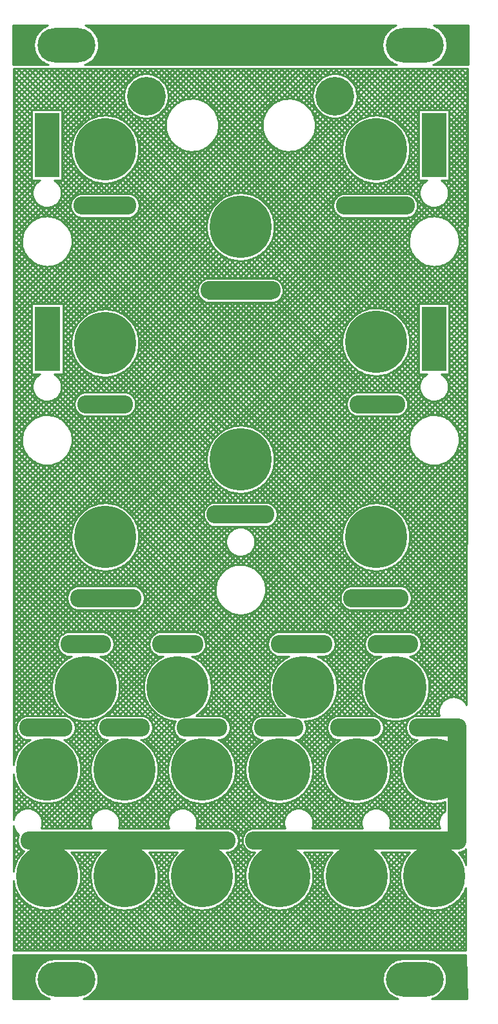
<source format=gtl>
G04 DipTrace 3.3.0.0*
G04 pachinko_panel.GTL*
%MOIN*%
G04 #@! TF.FileFunction,Copper,L1,Top*
G04 #@! TF.Part,Single*
G04 #@! TA.AperFunction,CopperBalancing*
%ADD15C,0.01*%
G04 #@! TA.AperFunction,Nonconductor*
%ADD17O,0.0875X0.093751*%
%ADD19O,0.0875X0.093753*%
%ADD20O,0.087501X0.093752*%
%ADD21O,0.087503X0.093753*%
%ADD22C,0.2*%
%ADD23O,0.087499X0.093749*%
%ADD24O,0.087501X0.093749*%
G04 #@! TA.AperFunction,ComponentPad*
%ADD26C,0.32*%
%ADD27O,0.299213X0.177165*%
%FSLAX26Y26*%
G04*
G70*
G90*
G75*
G01*
G04 Top*
%LPD*%
X421428Y5209154D2*
D15*
X415730Y5203455D1*
X449713Y5209154D2*
X415730Y5175172D1*
X477996Y5209154D2*
X415730Y5146887D1*
X506281Y5209154D2*
X415730Y5118602D1*
X534566Y5209154D2*
X415730Y5090319D1*
X562849Y5209154D2*
X415730Y5062034D1*
X591134Y5209154D2*
X415730Y5033749D1*
X619417Y5209154D2*
X415730Y5005466D1*
X647702Y5209154D2*
X415730Y4977181D1*
X675987Y5209154D2*
X415730Y4948898D1*
X704270Y5209154D2*
X415730Y4920613D1*
X732555Y5209154D2*
X521022Y4997621D1*
X510411Y4987009D2*
X415730Y4892328D1*
X760840Y5209154D2*
X549307Y4997621D1*
X510411Y4958724D2*
X415730Y4864045D1*
X789123Y5209154D2*
X577591Y4997621D1*
X510411Y4930441D2*
X415730Y4835760D1*
X817408Y5209154D2*
X605875Y4997621D1*
X510411Y4902156D2*
X415730Y4807476D1*
X845692Y5209154D2*
X634159Y4997621D1*
X510411Y4873871D2*
X415730Y4779192D1*
X873976Y5209154D2*
X662444Y4997621D1*
X510411Y4845588D2*
X415730Y4750907D1*
X902261Y5209154D2*
X667623Y4974516D1*
X510411Y4817303D2*
X415730Y4722623D1*
X930545Y5209154D2*
X667623Y4946232D1*
X510411Y4789020D2*
X415730Y4694339D1*
X958829Y5209154D2*
X667623Y4917948D1*
X510411Y4760735D2*
X415730Y4666054D1*
X987113Y5209154D2*
X667623Y4889663D1*
X510411Y4732450D2*
X415730Y4637770D1*
X1015398Y5209154D2*
X667623Y4861379D1*
X510411Y4704167D2*
X415730Y4609486D1*
X1043682Y5209154D2*
X667623Y4833094D1*
X510411Y4675882D2*
X415730Y4581202D1*
X1071966Y5209154D2*
X817276Y4954463D1*
X728577Y4865765D2*
X667623Y4804810D1*
X510411Y4647598D2*
X415730Y4552917D1*
X1100251Y5209154D2*
X1071558Y5180461D1*
X990070Y5098972D2*
X858403Y4967307D1*
X715734Y4824636D2*
X667623Y4776526D1*
X525257Y4634160D2*
X415730Y4524633D1*
X1128535Y5209154D2*
X1104358Y5184976D1*
X1060945Y5141564D2*
X1028966Y5109584D1*
X985552Y5066172D2*
X889505Y4970125D1*
X712903Y4793521D2*
X667623Y4748241D1*
X520272Y4600890D2*
X415730Y4496349D1*
X1156819Y5209154D2*
X1128776Y5181110D1*
X1100306Y5152640D2*
X1017890Y5070224D1*
X989420Y5041755D2*
X915828Y4968163D1*
X714864Y4767198D2*
X667623Y4719958D1*
X512924Y4565259D2*
X415730Y4468064D1*
X1185104Y5209154D2*
X1149643Y5173694D1*
X1124861Y5148912D2*
X1021618Y5045668D1*
X996836Y5020887D2*
X939003Y4963052D1*
X719974Y4744024D2*
X667623Y4691673D1*
X517702Y4541753D2*
X415730Y4439781D1*
X1213387Y5209154D2*
X1168370Y5164136D1*
X1144072Y5139839D2*
X1030692Y5026458D1*
X1006394Y5002159D2*
X959760Y4955526D1*
X727500Y4723266D2*
X667623Y4663388D1*
X638394Y4634160D2*
X634601Y4630367D1*
X527673Y4523440D2*
X415730Y4411496D1*
X1241672Y5209154D2*
X1182969Y5150450D1*
X1159774Y5127257D2*
X1043287Y5010769D1*
X1020093Y4987575D2*
X978514Y4945997D1*
X737043Y4704525D2*
X648950Y4616433D1*
X541594Y4509076D2*
X415730Y4383211D1*
X1269957Y5209154D2*
X1196655Y5135852D1*
X1172343Y5111539D2*
X1058990Y4998188D1*
X1034677Y4973875D2*
X995461Y4934659D1*
X748369Y4687566D2*
X659419Y4598617D1*
X559424Y4498622D2*
X415730Y4354928D1*
X1298240Y5209154D2*
X1206211Y5117125D1*
X1181416Y5092329D2*
X1078201Y4989114D1*
X1053404Y4964318D2*
X1010762Y4921676D1*
X761364Y4672277D2*
X664916Y4575829D1*
X582198Y4493112D2*
X516134Y4427047D1*
X480980Y4391894D2*
X415730Y4326643D1*
X1326525Y5209154D2*
X1213614Y5096243D1*
X1185131Y5067760D2*
X1102769Y4985399D1*
X1074286Y4956916D2*
X1024436Y4907064D1*
X775976Y4658605D2*
X660206Y4542836D1*
X615192Y4497822D2*
X564816Y4447445D1*
X460581Y4343210D2*
X415730Y4298360D1*
X1354808Y5209154D2*
X1217482Y5071825D1*
X1174028Y5028373D2*
X1142157Y4996503D1*
X1098703Y4953049D2*
X1036465Y4890810D1*
X792217Y4646562D2*
X595379Y4449724D1*
X458303Y4312647D2*
X415730Y4270075D1*
X1383093Y5209154D2*
X1212951Y5039012D1*
X1131518Y4957579D2*
X1046768Y4872828D1*
X810198Y4636260D2*
X620182Y4446244D1*
X461797Y4287857D2*
X415730Y4241790D1*
X1411378Y5209154D2*
X1055178Y4852954D1*
X830087Y4627862D2*
X768593Y4566369D1*
X711163Y4508938D2*
X641382Y4439159D1*
X468867Y4266644D2*
X415730Y4213507D1*
X1439661Y5209154D2*
X1265239Y5034731D1*
X1223303Y4992795D2*
X1061365Y4830857D1*
X852184Y4621676D2*
X796877Y4566369D1*
X713469Y4482961D2*
X659848Y4429340D1*
X478688Y4248180D2*
X415730Y4185222D1*
X1467946Y5209154D2*
X1312886Y5054093D1*
X1203941Y4945148D2*
X1064762Y4805970D1*
X877056Y4618264D2*
X825161Y4566369D1*
X723150Y4464358D2*
X675965Y4417172D1*
X490854Y4232062D2*
X415730Y4156937D1*
X1496231Y5209154D2*
X1343766Y5056689D1*
X1201345Y4914268D2*
X1064238Y4777161D1*
X905865Y4618789D2*
X853445Y4566369D1*
X737665Y4450588D2*
X689886Y4402810D1*
X505231Y4218155D2*
X415730Y4128654D1*
X1524514Y5209154D2*
X1368957Y5053596D1*
X1204438Y4889077D2*
X1056849Y4741488D1*
X941538Y4626177D2*
X881730Y4566369D1*
X757580Y4442219D2*
X701583Y4386223D1*
X521818Y4206457D2*
X415730Y4100369D1*
X1552799Y5209154D2*
X1390598Y5046953D1*
X1211081Y4867436D2*
X910014Y4566369D1*
X784055Y4440409D2*
X710878Y4367232D1*
X540807Y4197163D2*
X415730Y4072085D1*
X1581083Y5209154D2*
X1409546Y5037617D1*
X1220417Y4848488D2*
X938298Y4566369D1*
X812340Y4440409D2*
X717299Y4345370D1*
X562656Y4190727D2*
X415730Y4043801D1*
X1609367Y5209154D2*
X1426215Y5026003D1*
X1232031Y4831819D2*
X966583Y4566369D1*
X840623Y4440409D2*
X719854Y4319642D1*
X588386Y4188172D2*
X415730Y4015516D1*
X1637652Y5209154D2*
X1440772Y5012274D1*
X1245760Y4817262D2*
X994866Y4566369D1*
X868908Y4440409D2*
X715739Y4287241D1*
X620799Y4192302D2*
X415730Y3987232D1*
X1665936Y5209154D2*
X1453243Y4996461D1*
X1261573Y4804791D2*
X1023151Y4566369D1*
X897192Y4440409D2*
X415730Y3958948D1*
X1694220Y5209154D2*
X1463518Y4978451D1*
X1279583Y4794516D2*
X1040940Y4555873D1*
X925476Y4440409D2*
X415730Y3930664D1*
X1722504Y5209154D2*
X1471307Y4957957D1*
X1300077Y4786727D2*
X1055302Y4541951D1*
X953761Y4440409D2*
X415730Y3902379D1*
X1750789Y5209154D2*
X1475962Y4934327D1*
X1323707Y4782072D2*
X1064790Y4523155D1*
X982045Y4440409D2*
X539252Y3997618D1*
X510411Y3968776D2*
X415730Y3874094D1*
X1779073Y5209154D2*
X1476072Y4906154D1*
X1351881Y4781962D2*
X1066710Y4496791D1*
X1010329Y4440409D2*
X567537Y3997618D1*
X510411Y3940491D2*
X415730Y3845811D1*
X1807357Y5209154D2*
X1466874Y4868671D1*
X1389349Y4791146D2*
X595822Y3997618D1*
X510411Y3912207D2*
X415730Y3817526D1*
X1835642Y5209154D2*
X624105Y3997618D1*
X510411Y3883923D2*
X415730Y3789241D1*
X1863927Y5209154D2*
X652390Y3997618D1*
X510411Y3855638D2*
X415730Y3760958D1*
X1892210Y5209154D2*
X673879Y3990823D1*
X510411Y3827354D2*
X415730Y3732673D1*
X1920495Y5209154D2*
X673879Y3962538D1*
X510411Y3799070D2*
X415730Y3704390D1*
X1948778Y5209154D2*
X1784934Y5045310D1*
X1712713Y4973088D2*
X673879Y3934255D1*
X510411Y3770786D2*
X415730Y3676105D1*
X1977063Y5209154D2*
X1823715Y5055806D1*
X1702231Y4934322D2*
X673879Y3905970D1*
X510411Y3742501D2*
X415730Y3647820D1*
X2005348Y5209154D2*
X1852358Y5056165D1*
X1701871Y4905678D2*
X673879Y3877685D1*
X510411Y3714217D2*
X415730Y3619537D1*
X2033631Y5209154D2*
X1876264Y5051786D1*
X1706249Y4881772D2*
X673879Y3849402D1*
X510411Y3685933D2*
X415730Y3591252D1*
X2061916Y5209154D2*
X2022990Y5170227D1*
X1975308Y5122547D2*
X1896966Y5044205D1*
X1713818Y4861055D2*
X795302Y3942541D1*
X740496Y3887735D2*
X673879Y3821117D1*
X510411Y3657648D2*
X415730Y3562969D1*
X2090199Y5209154D2*
X2064311Y5183264D1*
X1962259Y5081211D2*
X1915155Y5034109D1*
X1723927Y4842881D2*
X845504Y3964458D1*
X718579Y3837533D2*
X673879Y3792833D1*
X515202Y3634156D2*
X415730Y3534684D1*
X2118484Y5209154D2*
X2092264Y5182933D1*
X2059458Y5150127D2*
X1995409Y5086079D1*
X1962604Y5053273D2*
X1931134Y5021803D1*
X1736232Y4826902D2*
X879134Y3969803D1*
X713234Y3803903D2*
X673879Y3764549D1*
X543487Y3634156D2*
X415730Y3506399D1*
X2146769Y5209154D2*
X2115811Y5178196D1*
X2088349Y5150735D2*
X1994802Y5057186D1*
X1967340Y5029726D2*
X1945014Y5007399D1*
X1750623Y4813008D2*
X906892Y3969278D1*
X713745Y3776130D2*
X673879Y3736264D1*
X513227Y3575613D2*
X415730Y3478115D1*
X2175052Y5209154D2*
X2134551Y5168652D1*
X2110239Y5144340D2*
X2001196Y5035297D1*
X1976883Y5010984D2*
X1956808Y4990909D1*
X1767127Y4801228D2*
X1522724Y4556825D1*
X1426210Y4460311D2*
X931075Y3965176D1*
X717846Y3751948D2*
X673879Y3707980D1*
X515285Y3549386D2*
X415730Y3449831D1*
X2203337Y5209154D2*
X2151290Y5157108D1*
X2128097Y5133913D2*
X2011609Y5017425D1*
X1988415Y4994232D2*
X1966324Y4972140D1*
X1785895Y4791713D2*
X1562126Y4567944D1*
X1415093Y4420909D2*
X952634Y3958450D1*
X724587Y3730403D2*
X673879Y3679696D1*
X523640Y3529458D2*
X415730Y3421546D1*
X2231621Y5209154D2*
X2165432Y5142965D1*
X2142239Y5119772D2*
X2025751Y5003283D1*
X2002558Y4980091D2*
X1973188Y4950720D1*
X1807302Y4784835D2*
X1592566Y4570098D1*
X1412938Y4390471D2*
X972066Y3949598D1*
X733438Y3710971D2*
X673879Y3651412D1*
X656623Y3634156D2*
X644282Y3621815D1*
X536209Y3513741D2*
X415730Y3393262D1*
X2259906Y5209154D2*
X2176702Y5125950D1*
X2152390Y5101638D2*
X2043885Y4993133D1*
X2019572Y4968820D2*
X1976613Y4925861D1*
X1832175Y4781424D2*
X1618501Y4567751D1*
X1415286Y4364534D2*
X989633Y3938881D1*
X744142Y3693390D2*
X656173Y3605421D1*
X552602Y3501850D2*
X415730Y3364978D1*
X2288190Y5209154D2*
X2186245Y5107209D1*
X2158453Y5079416D2*
X2066106Y4987070D1*
X2038314Y4959277D2*
X1974596Y4895560D1*
X1862476Y4783440D2*
X1641386Y4562350D1*
X1420686Y4341650D2*
X1005514Y3926479D1*
X756558Y3677522D2*
X663673Y3584636D1*
X573400Y3494365D2*
X415730Y3336694D1*
X2316474Y5209154D2*
X2190664Y5083344D1*
X2157320Y5050000D2*
X2095537Y4988217D1*
X2062192Y4954871D2*
X1958189Y4850869D1*
X1907167Y4799846D2*
X1661908Y4554588D1*
X1428448Y4321127D2*
X1019753Y3912433D1*
X770589Y3663269D2*
X664031Y3556711D1*
X601325Y3494005D2*
X415730Y3308409D1*
X2344759Y5209154D2*
X2190457Y5054853D1*
X2090669Y4955066D2*
X1680442Y4544839D1*
X1438198Y4302593D2*
X1032377Y3896772D1*
X786251Y3650647D2*
X556018Y3420413D1*
X462612Y3327007D2*
X415730Y3280125D1*
X2373043Y5209154D2*
X2176012Y5012122D1*
X2133413Y4969525D2*
X1697209Y4533320D1*
X1449702Y4285814D2*
X1043315Y3879425D1*
X803612Y3639722D2*
X588736Y3424848D1*
X458178Y3294290D2*
X415730Y3251841D1*
X2401327Y5209154D2*
X1712332Y4520159D1*
X1462878Y4270705D2*
X1052429Y3860256D1*
X822780Y3630608D2*
X614617Y3422444D1*
X460581Y3268408D2*
X415730Y3223556D1*
X2429612Y5209154D2*
X1725824Y4505367D1*
X1477669Y4257211D2*
X1059445Y3838988D1*
X844049Y3623592D2*
X636576Y3416119D1*
X466907Y3246449D2*
X415730Y3195273D1*
X2457895Y5209154D2*
X2181480Y4932739D1*
X2150290Y4901549D2*
X1737675Y4488933D1*
X1494104Y4245362D2*
X1063920Y3815178D1*
X867844Y3619102D2*
X790110Y3541367D1*
X729434Y3480692D2*
X655663Y3406921D1*
X476118Y3227377D2*
X415730Y3166988D1*
X2486180Y5209154D2*
X2239927Y4962902D1*
X2120127Y4843102D2*
X1747783Y4470757D1*
X1512278Y4235252D2*
X1405900Y4128874D1*
X1404155Y4127130D2*
X1396192Y4119165D1*
X1376630Y4099604D2*
X1064997Y3787971D1*
X895066Y3618039D2*
X818394Y3541367D1*
X733052Y3456026D2*
X672319Y3395293D1*
X487747Y3210720D2*
X415730Y3138703D1*
X2514465Y5209154D2*
X2274799Y4969490D1*
X2113541Y4808230D2*
X1755959Y4450650D1*
X1532373Y4227063D2*
X1434185Y4128874D1*
X1367004Y4061694D2*
X1060647Y3755337D1*
X927699Y3622390D2*
X846678Y3541367D1*
X743231Y3437920D2*
X686751Y3381441D1*
X501585Y3196276D2*
X415730Y3110420D1*
X2542748Y5209154D2*
X2303194Y4969600D1*
X2113429Y4779835D2*
X1761885Y4428290D1*
X1554747Y4221152D2*
X1462469Y4128874D1*
X1372667Y4039072D2*
X1042942Y3709348D1*
X973689Y3640094D2*
X874962Y3541367D1*
X758202Y3424608D2*
X698987Y3365392D1*
X517634Y3184039D2*
X415730Y3082135D1*
X2571034Y5209155D2*
X2327819Y4965941D1*
X2117091Y4755211D2*
X1764924Y4403045D1*
X1579979Y4218101D2*
X1490755Y4128875D1*
X1383909Y4022030D2*
X903248Y3541369D1*
X778697Y3416819D2*
X708890Y3347012D1*
X536016Y3174138D2*
X415717Y3053839D1*
X2599318Y5209155D2*
X2349709Y4959546D1*
X2123484Y4733322D2*
X1763860Y4373697D1*
X1609341Y4219177D2*
X1519038Y4128875D1*
X1399957Y4009794D2*
X931531Y3541369D1*
X805573Y3415409D2*
X716058Y3325895D1*
X557133Y3166970D2*
X415717Y3025554D1*
X2627602Y5209155D2*
X2369417Y4950970D1*
X2132062Y4713614D2*
X1755298Y4336850D1*
X1646173Y4227727D2*
X1547323Y4128875D1*
X1421350Y4002903D2*
X959816Y3541369D1*
X833857Y3415409D2*
X719690Y3301243D1*
X581785Y3163337D2*
X415717Y2997269D1*
X2655886Y5209155D2*
X2387247Y4940514D1*
X2142516Y4695785D2*
X1575606Y4128875D1*
X1449634Y4002903D2*
X988101Y3541369D1*
X862142Y3415409D2*
X717660Y3270928D1*
X612100Y3165367D2*
X415717Y2968986D1*
X2684171Y5209155D2*
X2403350Y4928335D1*
X2154697Y4679681D2*
X1603891Y4128875D1*
X1477919Y4002903D2*
X1011648Y3536631D1*
X890425Y3415409D2*
X698849Y3223833D1*
X659194Y3184177D2*
X415717Y2940701D1*
X2712455Y5209155D2*
X2417823Y4914524D1*
X2168508Y4665207D2*
X1632176Y4128875D1*
X1506202Y4002903D2*
X1028690Y3525390D1*
X918710Y3415409D2*
X415717Y2912417D1*
X2740739Y5209155D2*
X2529206Y4997622D1*
X2510404Y4978820D2*
X2430681Y4899097D1*
X2183934Y4652349D2*
X1660459Y4128875D1*
X1534487Y4002903D2*
X1040899Y3509315D1*
X946995Y3415409D2*
X415717Y2884133D1*
X2761815Y5201946D2*
X2557491Y4997622D1*
X2510404Y4950535D2*
X2441867Y4881999D1*
X2201031Y4641163D2*
X2126239Y4566370D1*
X2067178Y4507310D2*
X1688744Y4128875D1*
X1562772Y4002903D2*
X1047749Y3487881D1*
X975278Y3415409D2*
X415717Y2855848D1*
X2761759Y5173606D2*
X2585776Y4997622D1*
X2510404Y4922252D2*
X2451245Y4863092D1*
X2219938Y4631786D2*
X2154522Y4566370D1*
X2070121Y4481967D2*
X1717028Y4128875D1*
X1591055Y4002903D2*
X1044420Y3456268D1*
X1006615Y3418462D2*
X415717Y2827564D1*
X2761703Y5145266D2*
X2614059Y4997622D1*
X2510404Y4893967D2*
X2458593Y4842155D1*
X2240875Y4624438D2*
X2182807Y4566370D1*
X2080077Y4463640D2*
X1745312Y4128875D1*
X1619340Y4002903D2*
X415717Y2799280D1*
X2761648Y5116927D2*
X2642344Y4997622D1*
X2510404Y4865684D2*
X2463467Y4818747D1*
X2264285Y4619563D2*
X2211092Y4566370D1*
X2094814Y4450092D2*
X1770530Y4125810D1*
X1647623Y4002903D2*
X415717Y2770996D1*
X2761593Y5088588D2*
X2667617Y4994612D1*
X2510404Y4837399D2*
X2465097Y4792092D1*
X2290940Y4617933D2*
X2239375Y4566370D1*
X2113417Y4440411D2*
X1788623Y4115617D1*
X1675908Y4002903D2*
X415717Y2742711D1*
X2761538Y5060248D2*
X2667617Y4966327D1*
X2510404Y4809114D2*
X2461741Y4760451D1*
X2322580Y4621290D2*
X2267660Y4566370D1*
X2141701Y4440411D2*
X1801701Y4100411D1*
X1704193Y4002903D2*
X415717Y2714427D1*
X2761483Y5031908D2*
X2667617Y4938043D1*
X2510404Y4780831D2*
X2447337Y4717762D1*
X2365268Y4635694D2*
X2295944Y4566370D1*
X2169986Y4440411D2*
X1809559Y4079986D1*
X1732476Y4002903D2*
X415717Y2686143D1*
X2761428Y5003570D2*
X2667617Y4909759D1*
X2510404Y4752546D2*
X2324228Y4566370D1*
X2198269Y4440411D2*
X1809298Y4051438D1*
X1760761Y4002903D2*
X415717Y2657858D1*
X2761373Y4975230D2*
X2667617Y4881474D1*
X2510404Y4724262D2*
X2352513Y4566370D1*
X2226554Y4440411D2*
X415717Y2629573D1*
X2761318Y4946890D2*
X2667617Y4853190D1*
X2510404Y4695978D2*
X2380797Y4566370D1*
X2254839Y4440411D2*
X415717Y2601290D1*
X2761262Y4918551D2*
X2667617Y4824906D1*
X2510404Y4667693D2*
X2409081Y4566370D1*
X2283122Y4440411D2*
X415717Y2573005D1*
X2761206Y4890211D2*
X2667617Y4796622D1*
X2510404Y4639409D2*
X2437366Y4566370D1*
X2311407Y4440411D2*
X830991Y2959995D1*
X723026Y2852031D2*
X415717Y2544722D1*
X2761151Y4861871D2*
X2667617Y4768337D1*
X2533441Y4634161D2*
X2462957Y4563677D1*
X2339690Y4440411D2*
X868058Y2968778D1*
X714257Y2814976D2*
X415717Y2516437D1*
X2761096Y4833531D2*
X2667617Y4740052D1*
X2515459Y4587895D2*
X2481476Y4553912D1*
X2367975Y4440411D2*
X897516Y2969951D1*
X713083Y2785518D2*
X415717Y2488152D1*
X2761041Y4805193D2*
X2667617Y4711769D1*
X2513609Y4557760D2*
X2494887Y4539038D1*
X2396260Y4440411D2*
X922818Y2966969D1*
X716066Y2760218D2*
X415717Y2459869D1*
X2760972Y4776839D2*
X2667617Y4683484D1*
X2520142Y4536008D2*
X2503091Y4518958D1*
X2424543Y4440411D2*
X945232Y2961100D1*
X721921Y2737789D2*
X415717Y2431584D1*
X2760916Y4748500D2*
X2667617Y4655201D1*
X2646577Y4634161D2*
X2639139Y4626723D1*
X2531314Y4518898D2*
X2503339Y4490923D1*
X2452828Y4440411D2*
X965382Y2952965D1*
X730070Y2717654D2*
X415717Y2403301D1*
X2760861Y4720160D2*
X2652398Y4611697D1*
X2546327Y4505625D2*
X983598Y2942896D1*
X740138Y2699437D2*
X415717Y2375016D1*
X2760806Y4691820D2*
X2661609Y4592625D1*
X2565412Y4496427D2*
X1000060Y2931075D1*
X751959Y2682975D2*
X415717Y2346731D1*
X2760751Y4663482D2*
X2665146Y4567875D1*
X2590161Y4492891D2*
X2535104Y4437833D1*
X2470188Y4372919D2*
X1014879Y2917610D1*
X765425Y2668156D2*
X415717Y2318448D1*
X2760696Y4635142D2*
X2650257Y4524703D1*
X2633333Y4507780D2*
X2574520Y4448966D1*
X2459071Y4333516D2*
X1028083Y2902529D1*
X780507Y2654953D2*
X415717Y2290163D1*
X2760640Y4606802D2*
X2603010Y4449172D1*
X2458864Y4305025D2*
X1498171Y3344332D1*
X1438696Y3284858D2*
X1039629Y2885790D1*
X797245Y2643407D2*
X415717Y2261878D1*
X2760585Y4578462D2*
X2626627Y4444504D1*
X2463517Y4281395D2*
X1546950Y3364827D1*
X1418201Y3236079D2*
X1049406Y2867283D1*
X815752Y2633629D2*
X415717Y2233594D1*
X2760530Y4550123D2*
X2646984Y4436577D1*
X2471458Y4261051D2*
X1580274Y3369867D1*
X1413160Y3202753D2*
X1057209Y2846802D1*
X836232Y2625825D2*
X751772Y2541365D1*
X692077Y2481671D2*
X415717Y2205310D1*
X2760475Y4521783D2*
X2664744Y4426054D1*
X2481983Y4243291D2*
X1607869Y3369177D1*
X1413850Y3175159D2*
X1062664Y2823974D1*
X859062Y2620370D2*
X780056Y2541365D1*
X695281Y2456589D2*
X415717Y2177026D1*
X2760420Y4493444D2*
X2680213Y4413238D1*
X2494799Y4227823D2*
X2234390Y3967415D1*
X2121869Y3854894D2*
X1631941Y3364965D1*
X1418063Y3151088D2*
X1065094Y2798119D1*
X884916Y2617940D2*
X808341Y2541365D1*
X705335Y2438360D2*
X415717Y2148741D1*
X2760365Y4465105D2*
X2693499Y4398239D1*
X2509797Y4214537D2*
X2270588Y3975328D1*
X2113955Y3818696D2*
X1653416Y3358156D1*
X1424886Y3129626D2*
X1063037Y2767777D1*
X915244Y2619984D2*
X836625Y2541365D1*
X720168Y2424908D2*
X415717Y2120457D1*
X2760308Y4436765D2*
X2704533Y4380990D1*
X2527046Y4203503D2*
X2299631Y3976088D1*
X2113196Y3789652D2*
X1672765Y3349220D1*
X1433807Y3110262D2*
X1052210Y2728665D1*
X954369Y2630825D2*
X864909Y2541365D1*
X738950Y2415407D2*
X415717Y2092173D1*
X2760253Y4408425D2*
X2713054Y4361226D1*
X2546795Y4194967D2*
X2324684Y3972856D1*
X2116428Y3764600D2*
X1690277Y3338449D1*
X1444593Y3092765D2*
X893193Y2541365D1*
X767235Y2415407D2*
X415717Y2063888D1*
X2760198Y4380085D2*
X2718509Y4338398D1*
X2569639Y4189526D2*
X2346906Y3966793D1*
X2122491Y3742378D2*
X1706076Y3325963D1*
X1457064Y3076951D2*
X921478Y2541365D1*
X795518Y2415407D2*
X677982Y2297869D1*
X648836Y2268723D2*
X415717Y2035605D1*
X2760143Y4351747D2*
X2719573Y4311176D1*
X2596860Y4188463D2*
X2366890Y3958493D1*
X2130790Y3722394D2*
X1720274Y3311877D1*
X1471165Y3062768D2*
X949762Y2541365D1*
X823803Y2415407D2*
X712273Y2303877D1*
X642400Y2234003D2*
X415717Y2007320D1*
X2760088Y4323407D2*
X2712073Y4275392D1*
X2632643Y4195962D2*
X2384954Y3948273D1*
X2141010Y3704329D2*
X1732828Y3296147D1*
X1486882Y3050201D2*
X978046Y2541365D1*
X852088Y2415407D2*
X740558Y2303877D1*
X648669Y2211988D2*
X415717Y1979035D1*
X2760018Y4295054D2*
X2401293Y3936327D1*
X2152957Y3687991D2*
X1743697Y3278731D1*
X1504297Y3039332D2*
X1428412Y2963448D1*
X1407470Y2942505D2*
X1006331Y2541365D1*
X880371Y2415407D2*
X768843Y2303877D1*
X660395Y2195430D2*
X415717Y1950752D1*
X2759963Y4266714D2*
X2415972Y3922723D1*
X2166546Y3673297D2*
X1752728Y3259479D1*
X1523549Y3030299D2*
X1465867Y2972618D1*
X1398314Y2905064D2*
X1034615Y2541365D1*
X908656Y2415407D2*
X797126Y2303877D1*
X676954Y2183705D2*
X415717Y1922467D1*
X2759908Y4238374D2*
X2519152Y3997618D1*
X2510404Y3988871D2*
X2429051Y3907517D1*
X2181766Y3660232D2*
X1759661Y3238127D1*
X1544900Y3023366D2*
X1494151Y2972618D1*
X1404059Y2882525D2*
X1057196Y2535661D1*
X936940Y2415407D2*
X825411Y2303877D1*
X699438Y2177904D2*
X415717Y1894182D1*
X2759853Y4210035D2*
X2547437Y3997618D1*
X2510404Y3960587D2*
X2440459Y3890640D1*
X2198629Y3648811D2*
X1764039Y3214222D1*
X1568820Y3019003D2*
X1522436Y2972618D1*
X1415370Y2865551D2*
X1073782Y2523963D1*
X965224Y2415407D2*
X853696Y2303877D1*
X621104Y2071286D2*
X415717Y1865899D1*
X2759798Y4181696D2*
X2575720Y3997618D1*
X2510404Y3932302D2*
X2450098Y3871996D1*
X2217287Y3639185D2*
X1764951Y3186849D1*
X1596193Y3018091D2*
X1550720Y2972618D1*
X1431487Y2853385D2*
X1085549Y2507446D1*
X993509Y2415407D2*
X881979Y2303877D1*
X613770Y2035668D2*
X415717Y1837614D1*
X2759743Y4153356D2*
X2604005Y3997618D1*
X2510404Y3904018D2*
X2457736Y3851349D1*
X2237934Y3631547D2*
X1760311Y3153924D1*
X1629104Y3022717D2*
X1579004Y2972618D1*
X1453046Y2846659D2*
X1091846Y2485459D1*
X1021793Y2415407D2*
X903276Y2296888D1*
X613287Y2006900D2*
X479012Y1872625D1*
X431358Y1824972D2*
X415717Y1809331D1*
X2759688Y4125017D2*
X2632290Y3997618D1*
X2510404Y3875734D2*
X2462984Y3828314D1*
X2260970Y3626299D2*
X2168003Y3533331D1*
X2144104Y3509433D2*
X1741529Y3106857D1*
X1676171Y3041500D2*
X1607289Y2972618D1*
X1481329Y2846659D2*
X1085659Y2450988D1*
X1050080Y2415409D2*
X919268Y2284597D1*
X616698Y1982028D2*
X507295Y1872625D1*
X430875Y1796205D2*
X415717Y1781046D1*
X2759633Y4096677D2*
X2660573Y3997618D1*
X2510404Y3847450D2*
X2465125Y3802169D1*
X2287114Y3624159D2*
X2204324Y3541369D1*
X2135942Y3472987D2*
X1635572Y2972618D1*
X1509614Y2846659D2*
X930454Y2267500D1*
X622899Y1959944D2*
X535580Y1872625D1*
X438596Y1775640D2*
X415717Y1752761D1*
X2759577Y4068337D2*
X2667617Y3976378D1*
X2510404Y3819165D2*
X2462612Y3771371D1*
X2317912Y3626672D2*
X2232609Y3541369D1*
X2141866Y3450627D2*
X1663857Y2972618D1*
X1537898Y2846659D2*
X936062Y2244823D1*
X631324Y1940084D2*
X563864Y1872625D1*
X451537Y1760297D2*
X415717Y1724478D1*
X2759522Y4039997D2*
X2667617Y3948093D1*
X2510404Y3790881D2*
X2450596Y3731072D1*
X2358211Y3638688D2*
X2260892Y3541369D1*
X2153329Y3433806D2*
X1692142Y2972618D1*
X1566182Y2846659D2*
X1557419Y2837894D1*
X1520138Y2800614D2*
X926063Y2206539D1*
X907509Y2187986D2*
X885915Y2166391D1*
X641640Y1922117D2*
X592148Y1872625D1*
X469434Y1749911D2*
X415717Y1696193D1*
X2759466Y4011659D2*
X2667617Y3919810D1*
X2510404Y3762597D2*
X2289177Y3541369D1*
X2169613Y3421804D2*
X1720425Y2972618D1*
X1512942Y2765134D2*
X902156Y2154349D1*
X653684Y1905875D2*
X620433Y1872625D1*
X494459Y1746652D2*
X481843Y1734034D1*
X449562Y1701753D2*
X415717Y1667909D1*
X2759411Y3983319D2*
X2667617Y3891525D1*
X2510404Y3734312D2*
X2317461Y3541369D1*
X2191503Y3415409D2*
X1743600Y2967508D1*
X1622751Y2846659D2*
X1616390Y2840298D1*
X1517735Y2741642D2*
X916755Y2140663D1*
X667370Y1891277D2*
X648717Y1872625D1*
X419814Y1643720D2*
X415717Y1639625D1*
X2759356Y3954979D2*
X2667617Y3863240D1*
X2510404Y3706028D2*
X2345745Y3541369D1*
X2219786Y3415409D2*
X1760463Y2956087D1*
X1651035Y2846659D2*
X1634675Y2830298D1*
X1527734Y2723357D2*
X929736Y2125360D1*
X682672Y1878295D2*
X677001Y1872625D1*
X2759301Y3926640D2*
X2667617Y3834957D1*
X2510404Y3677744D2*
X2374030Y3541369D1*
X2248071Y3415409D2*
X1772505Y2939845D1*
X1679319Y2846659D2*
X1649025Y2816364D1*
X1541668Y2709008D2*
X941062Y2108400D1*
X2759245Y3898301D2*
X2667617Y3806672D1*
X2510404Y3649459D2*
X2402314Y3541369D1*
X2276356Y3415409D2*
X1779135Y2918190D1*
X1707604Y2846659D2*
X1659451Y2798507D1*
X1559526Y2698580D2*
X1164822Y2303877D1*
X1119227Y2258282D2*
X950591Y2089646D1*
X2759190Y3869961D2*
X2667617Y3778388D1*
X2523387Y3634157D2*
X2423058Y3533828D1*
X2304639Y3415409D2*
X1774688Y2885458D1*
X1739659Y2850429D2*
X1664920Y2775692D1*
X1582341Y2693112D2*
X1524631Y2635402D1*
X1475626Y2586396D2*
X1193106Y2303877D1*
X1118150Y2228921D2*
X958104Y2068874D1*
X739157Y1849928D2*
X728846Y1839617D1*
X423266Y1534037D2*
X415717Y1526487D1*
X2759135Y3841621D2*
X2667617Y3750104D1*
X2522240Y3604727D2*
X2438787Y3521274D1*
X2332924Y3415409D2*
X1660114Y2742601D1*
X1615432Y2697917D2*
X1568646Y2651133D1*
X1459895Y2542382D2*
X1221391Y2303877D1*
X1125552Y2208039D2*
X963186Y2045672D1*
X762360Y1844845D2*
X735420Y1817907D1*
X431856Y1514343D2*
X415717Y1498203D1*
X2759066Y3813268D2*
X2667617Y3721819D1*
X2512877Y3567079D2*
X2449713Y3503915D1*
X2361207Y3415409D2*
X1598366Y2652568D1*
X1458459Y2512661D2*
X1249675Y2303877D1*
X1138217Y2192419D2*
X965119Y2019322D1*
X788710Y1842912D2*
X730642Y1784844D1*
X696551Y1750753D2*
X687070Y1741272D1*
X442324Y1496526D2*
X415717Y1469919D1*
X2759010Y3784929D2*
X2667617Y3693535D1*
X2517199Y3543117D2*
X2455016Y3480933D1*
X2389492Y3415409D2*
X1622688Y2648605D1*
X1462423Y2488340D2*
X1277959Y2303877D1*
X1155743Y2181660D2*
X962261Y1988178D1*
X819853Y1845772D2*
X703172Y1729091D1*
X454505Y1480424D2*
X415717Y1441635D1*
X2758955Y3756589D2*
X2667617Y3665251D1*
X2636524Y3634157D2*
X2633518Y3631152D1*
X2526881Y3524514D2*
X1643555Y2641189D1*
X1469839Y2467472D2*
X1306243Y2303877D1*
X1180270Y2177904D2*
X1169186Y2166820D1*
X1116203Y2113836D2*
X949306Y1946940D1*
X861092Y1858726D2*
X717646Y1715280D1*
X468316Y1465950D2*
X415717Y1413350D1*
X2758900Y3728249D2*
X2648130Y3617479D1*
X2540554Y3509903D2*
X1661757Y2631108D1*
X1479934Y2449283D2*
X1334528Y2303877D1*
X1093719Y2063068D2*
X903276Y1872625D1*
X841825Y1811176D2*
X730490Y1699839D1*
X483757Y1453106D2*
X415717Y1385066D1*
X2758845Y3699909D2*
X2658861Y3599927D1*
X2558106Y3499172D2*
X1677613Y2618677D1*
X1492350Y2433416D2*
X1361458Y2302524D1*
X1088251Y2029315D2*
X931559Y1872625D1*
X845776Y1786841D2*
X741663Y1682728D1*
X500867Y1441933D2*
X415717Y1356782D1*
X2758790Y3671571D2*
X2664759Y3577539D1*
X2580493Y3493274D2*
X1691299Y2604080D1*
X1506962Y2419743D2*
X1382050Y2294831D1*
X1088719Y2001500D2*
X959844Y1872625D1*
X856051Y1768832D2*
X751041Y1663822D1*
X519774Y1432555D2*
X481980Y1394761D1*
X2758735Y3643231D2*
X2661251Y3545747D1*
X2612286Y3496782D2*
X2520285Y3404781D1*
X2478253Y3362749D2*
X1702734Y2587231D1*
X1523798Y2408294D2*
X1397076Y2281572D1*
X1092780Y1977277D2*
X988129Y1872625D1*
X871133Y1755629D2*
X758374Y1642870D1*
X540739Y1425236D2*
X508331Y1392828D1*
X2758680Y3614891D2*
X2566564Y3422777D1*
X2460259Y3316470D2*
X1711739Y2567951D1*
X1543077Y2399289D2*
X1407337Y2263550D1*
X1099465Y1955676D2*
X1016412Y1872625D1*
X890440Y1746652D2*
X763235Y1619448D1*
X564148Y1420361D2*
X528329Y1384541D1*
X423500Y1279713D2*
X415717Y1271929D1*
X2758625Y3586552D2*
X2596740Y3424669D1*
X2458366Y3286294D2*
X1717802Y2545730D1*
X1565298Y2393227D2*
X1411177Y2239105D1*
X1349976Y2177904D2*
X1346804Y2174732D1*
X1108303Y1936231D2*
X1044697Y1872625D1*
X822450Y1650378D2*
X764850Y1592778D1*
X590818Y1418745D2*
X544087Y1372014D1*
X436013Y1263941D2*
X415717Y1243644D1*
X2758568Y3558213D2*
X2621324Y3420967D1*
X2462067Y3261711D2*
X1719818Y2519462D1*
X1591580Y2391224D2*
X1364400Y2164043D1*
X1118979Y1918622D2*
X1072980Y1872625D1*
X814108Y1613752D2*
X761454Y1561097D1*
X622499Y1422142D2*
X556033Y1355677D1*
X436483Y1236126D2*
X415717Y1215361D1*
X2758513Y3529873D2*
X2642371Y3413731D1*
X2469304Y3240664D2*
X1714529Y2485887D1*
X1625140Y2396500D2*
X1380297Y2151655D1*
X1131367Y1902726D2*
X1097440Y1868799D1*
X813127Y1584487D2*
X746953Y1518311D1*
X665285Y1436643D2*
X563601Y1334961D1*
X438029Y1209388D2*
X415717Y1187076D1*
X2758458Y3501533D2*
X2660711Y3403787D1*
X2479248Y3222323D2*
X2205512Y2948587D1*
X2134450Y2877525D2*
X1394563Y2137638D1*
X1145385Y1888459D2*
X1114924Y1857999D1*
X816235Y1559310D2*
X564113Y1307188D1*
X447269Y1190344D2*
X415717Y1158791D1*
X2758403Y3473194D2*
X2676718Y3391509D1*
X2491525Y3206316D2*
X2251004Y2965795D1*
X2117228Y2832020D2*
X1407213Y2122004D1*
X1161033Y1875823D2*
X1127560Y1842352D1*
X822201Y1536992D2*
X576584Y1291374D1*
X461453Y1176243D2*
X415717Y1130508D1*
X2758348Y3444854D2*
X2690516Y3377022D1*
X2505999Y3192505D2*
X2283501Y2970008D1*
X2113016Y2799522D2*
X1418178Y2104685D1*
X1178350Y1864857D2*
X1134908Y1821415D1*
X830419Y1516925D2*
X604867Y1291374D1*
X427560Y1114067D2*
X415717Y1102223D1*
X2758293Y3416514D2*
X2702102Y3360324D1*
X2522697Y3180919D2*
X2310652Y2968875D1*
X2114163Y2772385D2*
X1427307Y2085530D1*
X1197507Y1855728D2*
X1133720Y1791942D1*
X1090749Y1748972D2*
X1084251Y1742472D1*
X840555Y1498778D2*
X633152Y1291374D1*
X2758238Y3388176D2*
X2711273Y3341211D1*
X2541824Y3171762D2*
X2334394Y2964331D1*
X2118693Y2748630D2*
X1434365Y2064303D1*
X1218734Y1848672D2*
X1100657Y1730596D1*
X852446Y1482385D2*
X661437Y1291374D1*
X2758182Y3359836D2*
X2717529Y3319182D1*
X2563839Y3165492D2*
X2355621Y2957274D1*
X2125764Y2727417D2*
X1438881Y2040535D1*
X1242488Y1844142D2*
X1115407Y1717062D1*
X865967Y1467621D2*
X689720Y1291374D1*
X2758113Y3331483D2*
X2719849Y3293219D1*
X2589816Y3163185D2*
X2374761Y2948131D1*
X2134906Y2708276D2*
X1440013Y2013383D1*
X1242516Y1815885D2*
X1128555Y1701925D1*
X881104Y1454472D2*
X718005Y1291374D1*
X419937Y993307D2*
X415717Y989087D1*
X2758058Y3303143D2*
X2715223Y3260308D1*
X2622727Y3167812D2*
X2392080Y2937165D1*
X2145871Y2690957D2*
X1435760Y1980845D1*
X1244573Y1789659D2*
X1140031Y1685117D1*
X897911Y1442996D2*
X746289Y1291374D1*
X427533Y972618D2*
X415717Y960802D1*
X2758003Y3274803D2*
X2407714Y2924514D1*
X2158522Y2675323D2*
X1787076Y2303877D1*
X1729963Y2246764D2*
X1418428Y1935228D1*
X1254117Y1770917D2*
X1149740Y1666542D1*
X916487Y1433287D2*
X877339Y1394139D1*
X813887Y1330688D2*
X774573Y1291374D1*
X437131Y953933D2*
X415717Y932518D1*
X2757948Y3246465D2*
X2421718Y2910235D1*
X2172803Y2661319D2*
X1815360Y2303877D1*
X1732146Y2220661D2*
X1384108Y1872625D1*
X1268534Y1757051D2*
X1157461Y1645978D1*
X937051Y1425567D2*
X905071Y1393588D1*
X814453Y1302970D2*
X802858Y1291374D1*
X448525Y937042D2*
X415717Y904234D1*
X2757892Y3218125D2*
X2434092Y2894324D1*
X2188698Y2648932D2*
X1843644Y2303877D1*
X1741772Y2202004D2*
X1412392Y1872625D1*
X1286420Y1746652D2*
X1162819Y1623051D1*
X959976Y1420209D2*
X925759Y1385991D1*
X461563Y921795D2*
X415717Y875949D1*
X2757837Y3189785D2*
X2444768Y2876717D1*
X2206307Y2638256D2*
X1871929Y2303877D1*
X1756231Y2188180D2*
X1440676Y1872625D1*
X1224769Y1656717D2*
X1165112Y1597060D1*
X985982Y1417930D2*
X942083Y1374031D1*
X733454Y1165402D2*
X724606Y1156555D1*
X476230Y908178D2*
X415717Y847665D1*
X2757782Y3161445D2*
X2453593Y2857257D1*
X2225766Y2629430D2*
X1900213Y2303877D1*
X1774240Y2177904D2*
X1468961Y1872625D1*
X1214714Y1618378D2*
X1162833Y1566497D1*
X1016531Y1420196D2*
X954581Y1358245D1*
X761738Y1165402D2*
X736580Y1140244D1*
X492541Y896203D2*
X415717Y819381D1*
X2757726Y3133106D2*
X2460277Y2835657D1*
X2247366Y2622747D2*
X2166000Y2541379D1*
X2104287Y2479668D2*
X1928497Y2303877D1*
X1802525Y2177904D2*
X1494483Y1869862D1*
X1212974Y1588354D2*
X1151453Y1526833D1*
X1056196Y1431575D2*
X962854Y1338234D1*
X790022Y1165402D2*
X746828Y1122207D1*
X510577Y885957D2*
X415717Y791096D1*
X2757671Y3104766D2*
X2464324Y2811419D1*
X2271604Y2618699D2*
X2194283Y2541379D1*
X2108335Y2455429D2*
X1956782Y2303877D1*
X1830808Y2177904D2*
X1820692Y2167786D1*
X1765236Y2112331D2*
X1512907Y1860001D1*
X1215598Y1562693D2*
X964747Y1311843D1*
X818307Y1165402D2*
X755169Y1102265D1*
X530520Y877614D2*
X415717Y762812D1*
X2757615Y3076427D2*
X2464766Y2783577D1*
X2299446Y2618257D2*
X2222568Y2541379D1*
X2118665Y2437476D2*
X1985066Y2303877D1*
X1743525Y2062336D2*
X1526248Y1845059D1*
X1221206Y1540017D2*
X972563Y1291374D1*
X846591Y1165402D2*
X761274Y1080085D1*
X552699Y871510D2*
X415717Y734528D1*
X2757560Y3048088D2*
X2459269Y2749797D1*
X2333227Y2623755D2*
X2250852Y2541379D1*
X2133774Y2424301D2*
X2013350Y2303877D1*
X1738222Y2028749D2*
X1534382Y1824908D1*
X1229119Y1519646D2*
X1000848Y1291374D1*
X831634Y1122160D2*
X764560Y1055088D1*
X577682Y868210D2*
X415717Y706244D1*
X2757505Y3019748D2*
X2436592Y2698835D1*
X2384202Y2646445D2*
X2279136Y2541379D1*
X2154159Y2416400D2*
X2038734Y2300976D1*
X1738761Y2001003D2*
X1534534Y1796777D1*
X1485915Y1748157D2*
X1481790Y1744033D1*
X1239008Y1501249D2*
X1029133Y1291374D1*
X816525Y1078768D2*
X763885Y1026126D1*
X606657Y868900D2*
X415717Y677959D1*
X2757450Y2991408D2*
X2307421Y2541379D1*
X2181448Y2415407D2*
X2057005Y2290963D1*
X1742877Y1976835D2*
X1498419Y1732377D1*
X1250650Y1484608D2*
X1057416Y1291374D1*
X812948Y1046906D2*
X756150Y990109D1*
X642663Y876621D2*
X426172Y660130D1*
X2757395Y2963068D2*
X2335705Y2541379D1*
X2209732Y2415407D2*
X2070209Y2275883D1*
X1749615Y1955290D2*
X1513417Y1719092D1*
X1263950Y1469623D2*
X1085701Y1291374D1*
X814453Y1020127D2*
X454455Y660130D1*
X2757340Y2934730D2*
X2363990Y2541379D1*
X2238017Y2415407D2*
X2078219Y2255609D1*
X2000514Y2177904D2*
X1997151Y2174541D1*
X1758482Y1935871D2*
X1695235Y1872625D1*
X1643218Y1820608D2*
X1526786Y1704176D1*
X1278852Y1456241D2*
X1113984Y1291374D1*
X819232Y996622D2*
X482740Y660130D1*
X2757285Y2906390D2*
X2392274Y2541379D1*
X2266301Y2415407D2*
X2078177Y2227282D1*
X2030428Y2179534D2*
X2014718Y2163823D1*
X1769199Y1918304D2*
X1723520Y1872625D1*
X1643853Y1792959D2*
X1538512Y1687617D1*
X1295424Y1444529D2*
X1142269Y1291374D1*
X826496Y975601D2*
X511025Y660130D1*
X2757230Y2878050D2*
X2420558Y2541379D1*
X2294585Y2415407D2*
X2030585Y2151407D1*
X1781629Y1902450D2*
X1751803Y1872625D1*
X1652375Y1773196D2*
X1548483Y1669303D1*
X1313738Y1434558D2*
X1272297Y1393118D1*
X1214908Y1335728D2*
X1170554Y1291374D1*
X835819Y956639D2*
X539308Y660130D1*
X2757160Y2849697D2*
X2441467Y2534004D1*
X2322870Y2415407D2*
X2044824Y2137361D1*
X1795675Y1888211D2*
X1780088Y1872625D1*
X1666020Y1758556D2*
X1556507Y1649043D1*
X1333997Y1426534D2*
X1301672Y1394209D1*
X1213816Y1306353D2*
X1198837Y1291374D1*
X846936Y939472D2*
X567593Y660130D1*
X2757105Y2821357D2*
X2457281Y2521533D1*
X2351154Y2415407D2*
X2057434Y2121686D1*
X1811336Y1875588D2*
X1808371Y1872625D1*
X1684886Y1749138D2*
X1562224Y1626476D1*
X1356550Y1420803D2*
X1323119Y1387373D1*
X859739Y923991D2*
X595877Y660130D1*
X2757050Y2793018D2*
X2468302Y2504270D1*
X2379438Y2415407D2*
X2257592Y2293560D1*
X2239743Y2275711D2*
X2068371Y2104340D1*
X1627598Y1663567D2*
X1565014Y1600983D1*
X1382059Y1418026D2*
X1339996Y1375965D1*
X1129433Y1165402D2*
X1122907Y1158875D1*
X874157Y910125D2*
X624161Y660130D1*
X2756995Y2764678D2*
X2473702Y2481386D1*
X2407722Y2415407D2*
X2296193Y2303877D1*
X2229440Y2237125D2*
X2077459Y2085143D1*
X1615459Y1623143D2*
X1563537Y1571220D1*
X1411807Y1419491D2*
X1353047Y1360732D1*
X1157718Y1165402D2*
X1135129Y1142814D1*
X890219Y897903D2*
X652446Y660130D1*
X2756940Y2736339D2*
X2457736Y2437136D1*
X2447497Y2426896D2*
X2324478Y2303877D1*
X2235020Y2214420D2*
X2084475Y2063875D1*
X1612917Y1592318D2*
X1554089Y1533490D1*
X1449551Y1428951D2*
X1361983Y1341383D1*
X1186003Y1165402D2*
X1145652Y1125052D1*
X907979Y887379D2*
X680730Y660130D1*
X2756885Y2708000D2*
X2352761Y2303877D1*
X2246165Y2197281D2*
X2088936Y2040051D1*
X1615030Y1566146D2*
X1365077Y1316193D1*
X1214286Y1165402D2*
X1154285Y1105400D1*
X927631Y878747D2*
X709014Y660130D1*
X2756828Y2679660D2*
X2381046Y2303877D1*
X2262130Y2184962D2*
X2089986Y2012816D1*
X1620251Y1543083D2*
X1368543Y1291374D1*
X1242571Y1165402D2*
X1160761Y1083593D1*
X949438Y872270D2*
X737298Y660130D1*
X2756773Y2651320D2*
X2409329Y2303877D1*
X2283357Y2177904D2*
X2085593Y1980140D1*
X1952882Y1847428D2*
X1928428Y1822975D1*
X1627875Y1522421D2*
X1396828Y1291374D1*
X1236328Y1130875D2*
X1164531Y1059079D1*
X973953Y868500D2*
X765583Y660130D1*
X2756718Y2622980D2*
X2437614Y2303877D1*
X2311642Y2177904D2*
X2309385Y2175647D1*
X2232396Y2098659D2*
X2067764Y1934026D1*
X1999009Y1865272D2*
X1927903Y1794167D1*
X1637487Y1503749D2*
X1425112Y1291374D1*
X1217684Y1083946D2*
X1164573Y1030836D1*
X1002196Y868458D2*
X793867Y660130D1*
X2756663Y2594642D2*
X2465899Y2303877D1*
X2216720Y2054699D2*
X1896152Y1734131D1*
X1648895Y1486873D2*
X1453396Y1291374D1*
X1213085Y1051063D2*
X1158303Y996282D1*
X1036749Y874728D2*
X822151Y660130D1*
X2756608Y2566302D2*
X2488451Y2298146D1*
X2212965Y2022659D2*
X1911386Y1721080D1*
X1661959Y1471654D2*
X1481680Y1291374D1*
X1214010Y1023705D2*
X1130778Y940472D1*
X1092559Y902253D2*
X850436Y660130D1*
X2756552Y2537962D2*
X2505038Y2286448D1*
X2214360Y1995769D2*
X2091215Y1872625D1*
X2036573Y1817984D2*
X1924975Y1706386D1*
X1676640Y1458050D2*
X1509965Y1291374D1*
X1218388Y999798D2*
X878720Y660130D1*
X2756497Y2509623D2*
X2516804Y2269930D1*
X2219083Y1972207D2*
X2119499Y1872625D1*
X2037928Y1791052D2*
X1936949Y1690075D1*
X1692965Y1446091D2*
X1536370Y1289496D1*
X1225335Y978461D2*
X907004Y660130D1*
X2756442Y2481283D2*
X2523102Y2247944D1*
X2226291Y1951133D2*
X2147783Y1872625D1*
X2047042Y1771885D2*
X1947169Y1672010D1*
X1711014Y1435856D2*
X1555084Y1279925D1*
X1234381Y959222D2*
X935289Y660130D1*
X2756387Y2452944D2*
X2516887Y2213445D1*
X2487119Y2183677D2*
X2475925Y2172482D1*
X2235558Y1932115D2*
X2176067Y1872625D1*
X2061130Y1757686D2*
X1955497Y1652054D1*
X1730986Y1427542D2*
X1568963Y1265521D1*
X1245249Y941807D2*
X963572Y660130D1*
X2756332Y2424604D2*
X2493133Y2161406D1*
X2246635Y1914907D2*
X2204352Y1872625D1*
X2079152Y1747425D2*
X1961573Y1629846D1*
X1753193Y1421466D2*
X1577789Y1246062D1*
X1257818Y926091D2*
X991857Y660130D1*
X2756276Y2396265D2*
X2508656Y2148644D1*
X2259382Y1899370D2*
X2232636Y1872625D1*
X2031092Y1671080D2*
X1964833Y1604822D1*
X1778218Y1418206D2*
X1651386Y1291374D1*
X1599480Y1239469D2*
X1578756Y1218744D1*
X1525413Y1165402D2*
X1521028Y1161016D1*
X1272014Y912004D2*
X1020142Y660130D1*
X2756207Y2367911D2*
X2522563Y2134268D1*
X2273773Y1885476D2*
X2260920Y1872625D1*
X2016396Y1628101D2*
X1964101Y1575806D1*
X1807234Y1418938D2*
X1679671Y1291374D1*
X1600088Y1211791D2*
X1533497Y1145202D1*
X1287828Y899533D2*
X1048425Y660130D1*
X2756152Y2339572D2*
X2534828Y2118248D1*
X2289780Y1873199D2*
X2286741Y1870161D1*
X2012930Y1596350D2*
X1956270Y1539690D1*
X1843349Y1426769D2*
X1707954Y1291374D1*
X1608581Y1192001D2*
X1544256Y1127676D1*
X1305354Y888774D2*
X1076710Y660130D1*
X2756097Y2311232D2*
X2545392Y2100529D1*
X2014518Y1569654D2*
X1736239Y1291374D1*
X1622213Y1177348D2*
X1553192Y1108328D1*
X1324702Y879839D2*
X1104993Y660130D1*
X2756042Y2282892D2*
X2554093Y2080945D1*
X2327081Y1853933D2*
X2319340Y1846190D1*
X2019352Y1546203D2*
X1863669Y1390521D1*
X1817509Y1344361D2*
X1764524Y1291374D1*
X1641050Y1167902D2*
X1559987Y1086839D1*
X1346192Y873043D2*
X1133278Y660130D1*
X2755986Y2254554D2*
X2560626Y2059193D1*
X2348833Y1847400D2*
X2327902Y1826470D1*
X2026657Y1525226D2*
X1896304Y1394871D1*
X1813159Y1311726D2*
X1792807Y1291374D1*
X1643039Y1141606D2*
X1564199Y1062766D1*
X1370278Y868845D2*
X1161563Y660130D1*
X2755930Y2226214D2*
X2564479Y2034762D1*
X2373265Y1843547D2*
X2328593Y1798875D1*
X2036008Y1506291D2*
X1918982Y1389265D1*
X1619050Y1089332D2*
X1564862Y1035144D1*
X1397886Y868168D2*
X1189846Y660130D1*
X2755875Y2197874D2*
X2564631Y2006630D1*
X2401398Y1843395D2*
X2293858Y1735857D1*
X2047167Y1489165D2*
X1936728Y1378727D1*
X1613318Y1055316D2*
X1559780Y1001778D1*
X1431252Y873251D2*
X1218131Y660130D1*
X2755820Y2169535D2*
X2558596Y1972310D1*
X2435731Y1849445D2*
X2309312Y1723028D1*
X2059997Y1473711D2*
X1950580Y1364295D1*
X1613636Y1027350D2*
X1539133Y952846D1*
X1480184Y893898D2*
X1246416Y660130D1*
X2755765Y2141196D2*
X2532714Y1918144D1*
X2489882Y1875312D2*
X2484239Y1869669D1*
X2445923Y1831353D2*
X2323151Y1708581D1*
X2074457Y1459887D2*
X1960469Y1345899D1*
X1617600Y1003030D2*
X1274699Y660130D1*
X2755710Y2112856D2*
X2515479Y1872625D1*
X2442815Y1799961D2*
X2335346Y1692492D1*
X2090533Y1447678D2*
X1965123Y1322269D1*
X1624215Y981361D2*
X1302984Y660130D1*
X2755655Y2084516D2*
X2543762Y1872625D1*
X2449707Y1778568D2*
X2345828Y1674690D1*
X2108335Y1437196D2*
X1962513Y1291374D1*
X1632971Y961832D2*
X1331268Y660130D1*
X2755600Y2056177D2*
X2665642Y1966219D1*
X2616816Y1917394D2*
X2572047Y1872625D1*
X2461944Y1762520D2*
X2354433Y1655009D1*
X2128014Y1428592D2*
X1990797Y1291374D1*
X1643605Y944182D2*
X1359552Y660130D1*
X2755545Y2027837D2*
X2697476Y1969769D1*
X2613266Y1885559D2*
X2600332Y1872625D1*
X2479026Y1751320D2*
X2360854Y1633147D1*
X2149877Y1422169D2*
X2019081Y1291374D1*
X1655938Y928231D2*
X1387837Y660130D1*
X2755490Y1999497D2*
X2719864Y1963871D1*
X2436199Y1680209D2*
X2364570Y1608579D1*
X2174446Y1418455D2*
X2047366Y1291374D1*
X1921394Y1165402D2*
X1919123Y1163133D1*
X1669900Y913909D2*
X1416121Y660130D1*
X2755434Y1971159D2*
X2737430Y1953155D1*
X2417845Y1633570D2*
X2364528Y1580252D1*
X2202786Y1418510D2*
X2075650Y1291374D1*
X1949677Y1165402D2*
X1931825Y1147550D1*
X1685479Y901203D2*
X1444406Y660130D1*
X2755378Y1942819D2*
X2751117Y1938556D1*
X2413316Y1600756D2*
X2358079Y1545518D1*
X2237505Y1424946D2*
X2103934Y1291374D1*
X1977962Y1165402D2*
X1942846Y1130286D1*
X1702756Y890197D2*
X1472689Y660130D1*
X2414282Y1573438D2*
X2329159Y1488315D1*
X2294710Y1453865D2*
X2132219Y1291374D1*
X2006245Y1165402D2*
X1952045Y1111201D1*
X1721843Y880999D2*
X1500974Y660130D1*
X2418702Y1549573D2*
X2256652Y1387525D1*
X2220505Y1351377D2*
X2160503Y1291374D1*
X2034530Y1165402D2*
X1959171Y1090042D1*
X1742987Y873858D2*
X1529259Y660130D1*
X2425663Y1528249D2*
X2292520Y1395106D1*
X2212923Y1315510D2*
X2188787Y1291374D1*
X2056917Y1159504D2*
X1963783Y1066371D1*
X1766659Y869245D2*
X1557542Y660130D1*
X2434736Y1509039D2*
X2316094Y1390398D1*
X2020706Y1095009D2*
X1965041Y1039344D1*
X1793686Y867988D2*
X1585827Y660130D1*
X2445633Y1491651D2*
X2334449Y1380467D1*
X2013676Y1059694D2*
X1961035Y1007054D1*
X1825990Y872008D2*
X1614112Y660130D1*
X2458214Y1475949D2*
X2348839Y1366573D1*
X2013331Y1031066D2*
X1944531Y962266D1*
X1870762Y888497D2*
X1642395Y660130D1*
X2472412Y1461862D2*
X2359335Y1348786D1*
X2016853Y1006303D2*
X1670680Y660130D1*
X2488252Y1449419D2*
X2364902Y1326067D1*
X2023136Y984302D2*
X1698963Y660130D1*
X2505791Y1438673D2*
X2360357Y1293239D1*
X2031615Y964497D2*
X1727248Y660130D1*
X2525168Y1429766D2*
X2386777Y1291374D1*
X2041988Y946585D2*
X1755533Y660130D1*
X2546672Y1422984D2*
X2415062Y1291374D1*
X2054087Y930399D2*
X1783816Y660130D1*
X2570785Y1418814D2*
X2443345Y1291374D1*
X2067814Y915843D2*
X1812101Y660130D1*
X2598448Y1418193D2*
X2471630Y1291374D1*
X2345657Y1165402D2*
X2330112Y1149857D1*
X2083172Y902916D2*
X1840385Y660130D1*
X2631883Y1423344D2*
X2499915Y1291374D1*
X2373941Y1165402D2*
X2341382Y1132841D1*
X2100186Y891647D2*
X1868669Y660130D1*
X2644782Y1407959D2*
X2528198Y1291374D1*
X2402226Y1165402D2*
X2350856Y1114031D1*
X2119010Y882186D2*
X1896954Y660130D1*
X2626110Y1361003D2*
X2556483Y1291374D1*
X2430510Y1165402D2*
X2358299Y1093192D1*
X2139850Y874743D2*
X1925238Y660130D1*
X2612881Y1319487D2*
X2584766Y1291374D1*
X2458794Y1165402D2*
X2363299Y1069907D1*
X2163121Y869728D2*
X1953522Y660130D1*
X2616594Y1294919D2*
X2613064Y1291387D1*
X2422665Y1100988D2*
X2365122Y1043445D1*
X2189596Y867920D2*
X1981807Y660130D1*
X2414157Y1064197D2*
X2362056Y1012094D1*
X2220933Y870972D2*
X2010091Y660130D1*
X2413109Y1034864D2*
X2348563Y970318D1*
X2262724Y884479D2*
X2038375Y660130D1*
X2416175Y1009644D2*
X2066659Y660130D1*
X2422100Y987285D2*
X2094944Y660130D1*
X2430289Y967190D2*
X2123228Y660130D1*
X2440412Y949030D2*
X2151512Y660130D1*
X2452261Y932594D2*
X2179797Y660130D1*
X2465769Y917818D2*
X2208080Y660130D1*
X2753860Y1177625D2*
X2728385Y1152150D1*
X2480891Y904656D2*
X2236365Y660130D1*
X2753804Y1149285D2*
X2739888Y1135369D1*
X2497672Y893152D2*
X2264650Y660130D1*
X2753749Y1120945D2*
X2749626Y1116822D1*
X2516219Y883415D2*
X2292933Y660130D1*
X2536741Y875654D2*
X2321218Y660130D1*
X2559640Y870268D2*
X2349503Y660130D1*
X2585591Y867933D2*
X2377786Y660130D1*
X2616056Y870115D2*
X2406071Y660130D1*
X2655528Y881302D2*
X2434354Y660130D1*
X2753417Y950908D2*
X2462639Y660130D1*
X2753362Y922568D2*
X2490924Y660130D1*
X2753293Y894215D2*
X2519207Y660130D1*
X2753238Y865875D2*
X2547492Y660130D1*
X2753182Y837537D2*
X2575776Y660130D1*
X2753127Y809197D2*
X2604060Y660130D1*
X2753072Y780857D2*
X2632345Y660130D1*
X2753017Y752517D2*
X2660629Y660130D1*
X2752962Y724178D2*
X2688913Y660130D1*
X2752907Y695839D2*
X2717198Y660130D1*
X2752852Y667499D2*
X2745482Y660130D1*
X2756572Y5209154D2*
X2761815Y5203911D1*
X2728287Y5209154D2*
X2761759Y5175682D1*
X2700003Y5209154D2*
X2761703Y5147453D1*
X2671719Y5209154D2*
X2761648Y5119224D1*
X2643434Y5209154D2*
X2761593Y5090995D1*
X2615151Y5209154D2*
X2761538Y5062766D1*
X2586866Y5209154D2*
X2761483Y5034537D1*
X2558581Y5209154D2*
X2761428Y5006308D1*
X2530298Y5209154D2*
X2761373Y4978079D1*
X2502013Y5209154D2*
X2761318Y4949850D1*
X2473730Y5209154D2*
X2761262Y4921621D1*
X2445445Y5209154D2*
X2656978Y4997621D1*
X2667617Y4986982D2*
X2761206Y4893392D1*
X2417160Y5209154D2*
X2628693Y4997621D1*
X2667617Y4958697D2*
X2761151Y4865163D1*
X2388877Y5209154D2*
X2600409Y4997621D1*
X2667617Y4930413D2*
X2761096Y4836934D1*
X2360592Y5209154D2*
X2572125Y4997621D1*
X2667617Y4902129D2*
X2761041Y4808705D1*
X2332307Y5209154D2*
X2543840Y4997621D1*
X2667617Y4873844D2*
X2760986Y4780476D1*
X2304024Y5209154D2*
X2515556Y4997621D1*
X2667617Y4845560D2*
X2760930Y4752247D1*
X2275739Y5209154D2*
X2510404Y4974488D1*
X2667617Y4817276D2*
X2760875Y4724018D1*
X2247455Y5209154D2*
X2510404Y4946205D1*
X2667617Y4788992D2*
X2760820Y4695789D1*
X2219171Y5209154D2*
X2510404Y4917920D1*
X2667617Y4760707D2*
X2760765Y4667560D1*
X2190886Y5209154D2*
X2510404Y4889635D1*
X2667617Y4732423D2*
X2760710Y4639331D1*
X2162602Y5209154D2*
X2510404Y4861352D1*
X2667617Y4704139D2*
X2760655Y4611102D1*
X2134318Y5209154D2*
X2510404Y4833067D1*
X2667617Y4675854D2*
X2760598Y4582873D1*
X2106034Y5209154D2*
X2360697Y4954491D1*
X2449491Y4865696D2*
X2510404Y4804782D1*
X2667617Y4647571D2*
X2760530Y4554657D1*
X2077749Y5209154D2*
X2106442Y5180461D1*
X2187958Y5098945D2*
X2319596Y4967307D1*
X2462307Y4824596D2*
X2510404Y4776499D1*
X2652743Y4634160D2*
X2760475Y4526429D1*
X2049465Y5209154D2*
X2073642Y5184976D1*
X2117026Y5141592D2*
X2149104Y5109516D1*
X2192475Y5066144D2*
X2288495Y4970125D1*
X2465125Y4793493D2*
X2510404Y4748214D1*
X2657798Y4600822D2*
X2760420Y4498199D1*
X2021181Y5209154D2*
X2049224Y5181110D1*
X2077694Y5152640D2*
X2160138Y5070197D1*
X2188608Y5041727D2*
X2262172Y4968163D1*
X2463164Y4767171D2*
X2510404Y4719930D1*
X2665104Y4565231D2*
X2760365Y4469970D1*
X1992896Y5209154D2*
X2028370Y5173680D1*
X2053152Y5148898D2*
X2156409Y5045640D1*
X2181177Y5020873D2*
X2238997Y4963052D1*
X2458054Y4743996D2*
X2510404Y4691646D1*
X2660325Y4541726D2*
X2760308Y4441741D1*
X1964612Y5209154D2*
X2009630Y5164136D1*
X2033942Y5139824D2*
X2147322Y5026444D1*
X2171634Y5002131D2*
X2218240Y4955526D1*
X2450528Y4723239D2*
X2510404Y4663361D1*
X2539606Y4634160D2*
X2543412Y4630354D1*
X2650354Y4523412D2*
X2760253Y4413512D1*
X1936328Y5209154D2*
X1995059Y5150423D1*
X2018253Y5127228D2*
X2134740Y5010741D1*
X2157934Y4987547D2*
X2199499Y4945983D1*
X2440984Y4704497D2*
X2529063Y4616419D1*
X2636419Y4509063D2*
X2760198Y4385283D1*
X1908043Y5209154D2*
X1981360Y5135839D1*
X2005672Y5111526D2*
X2119024Y4998173D1*
X2143336Y4973861D2*
X2182552Y4934644D1*
X2429646Y4687552D2*
X2518608Y4598589D1*
X2618589Y4498608D2*
X2760143Y4357054D1*
X1879760Y5209154D2*
X1971816Y5117097D1*
X1996612Y5092302D2*
X2099799Y4989114D1*
X2124594Y4964318D2*
X2167265Y4921648D1*
X2416650Y4672264D2*
X2513112Y4575802D1*
X2595802Y4493112D2*
X2661798Y4427115D1*
X2697117Y4391797D2*
X2760088Y4328825D1*
X1851475Y5209154D2*
X1964413Y5096215D1*
X1992911Y5067719D2*
X2075217Y4985412D1*
X2103714Y4956916D2*
X2153592Y4907037D1*
X2402038Y4658591D2*
X2517849Y4542781D1*
X2562781Y4497849D2*
X2613171Y4447459D1*
X2717459Y4343169D2*
X2760033Y4300596D1*
X1823190Y5209154D2*
X1960546Y5071798D1*
X2004042Y5028303D2*
X2035801Y4996545D1*
X2079297Y4953049D2*
X2141549Y4890795D1*
X2385782Y4646562D2*
X2475795Y4556550D1*
X2495052Y4537291D2*
X2582621Y4449724D1*
X2719724Y4312619D2*
X2759978Y4272367D1*
X1794907Y5209154D2*
X1965091Y5038970D1*
X2046469Y4957592D2*
X2131247Y4872814D1*
X2367815Y4636245D2*
X2437692Y4566369D1*
X2504789Y4499272D2*
X2557831Y4446230D1*
X2716231Y4287829D2*
X2759923Y4244138D1*
X1766622Y5209154D2*
X2122849Y4852927D1*
X2347928Y4627849D2*
X2409407Y4566369D1*
X2499140Y4476635D2*
X2536631Y4439144D1*
X2709146Y4266630D2*
X2759867Y4215909D1*
X1738339Y5209154D2*
X1912706Y5034786D1*
X1954793Y4992699D2*
X2116663Y4830829D1*
X2325831Y4621661D2*
X2381123Y4566369D1*
X2487912Y4459579D2*
X2518167Y4429325D1*
X2699327Y4248165D2*
X2759812Y4187680D1*
X1710054Y5209154D2*
X1865114Y5054093D1*
X1974100Y4945108D2*
X2113265Y4805942D1*
X2300944Y4618264D2*
X2352839Y4566369D1*
X2471892Y4447315D2*
X2502050Y4417159D1*
X2687159Y4232049D2*
X2759756Y4159451D1*
X1681769Y5209154D2*
X1834234Y5056689D1*
X1976682Y4914240D2*
X2113790Y4777134D1*
X2272135Y4618789D2*
X2324554Y4566369D1*
X2450513Y4440409D2*
X2488142Y4402781D1*
X2672782Y4218140D2*
X2759701Y4131222D1*
X1653486Y5209154D2*
X1809056Y5053583D1*
X1973589Y4889050D2*
X2121192Y4741448D1*
X2236448Y4626192D2*
X2296270Y4566369D1*
X2422230Y4440409D2*
X2476445Y4386194D1*
X2656196Y4206444D2*
X2759646Y4102993D1*
X1625201Y5209154D2*
X1787416Y5046940D1*
X1966946Y4867408D2*
X2267986Y4566369D1*
X2393945Y4440409D2*
X2467150Y4367205D1*
X2637206Y4197148D2*
X2759591Y4074764D1*
X1596917Y5209154D2*
X1768467Y5037604D1*
X1957610Y4848461D2*
X2239702Y4566369D1*
X2365660Y4440409D2*
X2460728Y4345343D1*
X2615344Y4190727D2*
X2759535Y4046535D1*
X1568633Y5209154D2*
X1751798Y5025988D1*
X1945982Y4831804D2*
X2211417Y4566369D1*
X2337377Y4440409D2*
X2458173Y4319614D1*
X2589614Y4188172D2*
X2759480Y4018306D1*
X1540348Y5209154D2*
X1737256Y5012247D1*
X1932253Y4817248D2*
X2183133Y4566369D1*
X2309092Y4440409D2*
X2462302Y4287199D1*
X2557188Y4192315D2*
X2759425Y3990077D1*
X1512064Y5209154D2*
X1724785Y4996433D1*
X1916441Y4804777D2*
X2154849Y4566369D1*
X2280807Y4440409D2*
X2759370Y3961848D1*
X1483780Y5209154D2*
X1714495Y4978438D1*
X1898432Y4794503D2*
X2126564Y4566369D1*
X2252524Y4440409D2*
X2759315Y3933619D1*
X1455495Y5209154D2*
X1706720Y4957929D1*
X1877923Y4786727D2*
X2103322Y4561328D1*
X2224239Y4440409D2*
X2759245Y3905404D1*
X1427211Y5209154D2*
X1702066Y4934299D1*
X1854306Y4782059D2*
X2086417Y4549948D1*
X2195955Y4440409D2*
X2638747Y3997618D1*
X2667617Y3968748D2*
X2759190Y3877175D1*
X1398927Y5209154D2*
X1701969Y4906112D1*
X1826118Y4781962D2*
X2074346Y4533735D1*
X2167671Y4440409D2*
X2610463Y3997618D1*
X2667617Y3940463D2*
X2759135Y3848946D1*
X1370643Y5209154D2*
X1711167Y4868630D1*
X1788623Y4791173D2*
X2067676Y4512121D1*
X2139386Y4440409D2*
X2582178Y3997618D1*
X2667617Y3912180D2*
X2759080Y3820717D1*
X1342358Y5209154D2*
X2071902Y4479610D1*
X2107512Y4444001D2*
X2553895Y3997618D1*
X2667617Y3883895D2*
X2759025Y3792488D1*
X1314073Y5209154D2*
X2525610Y3997618D1*
X2667617Y3855610D2*
X2758970Y3764259D1*
X1285790Y5209154D2*
X2510404Y3984539D1*
X2667617Y3827327D2*
X2758915Y3736029D1*
X1257505Y5209154D2*
X2510404Y3956255D1*
X2667617Y3799042D2*
X2758858Y3707801D1*
X1229222Y5209154D2*
X1393038Y5045337D1*
X1465343Y4973033D2*
X2510404Y3927970D1*
X2667617Y3770757D2*
X2758803Y3679571D1*
X1200937Y5209154D2*
X1354285Y5055806D1*
X1475811Y4934280D2*
X2510404Y3899686D1*
X2667617Y3742474D2*
X2758748Y3651343D1*
X1172652Y5209154D2*
X1325656Y5056151D1*
X1476156Y4905651D2*
X2510404Y3871402D1*
X2667617Y3714189D2*
X2758693Y3623113D1*
X1144369Y5209154D2*
X1301749Y5051773D1*
X1471778Y4881744D2*
X2510404Y3843118D1*
X2667617Y3685906D2*
X2758638Y3594885D1*
X1116084Y5209154D2*
X1154983Y5170255D1*
X1202760Y5122478D2*
X1281033Y5044205D1*
X1464196Y4861042D2*
X2368030Y3957207D1*
X2445955Y3879282D2*
X2510404Y3814833D1*
X2667617Y3657621D2*
X2758583Y3566655D1*
X1087799Y5209154D2*
X1113676Y5183278D1*
X1215783Y5081171D2*
X1262858Y5034096D1*
X1454101Y4842853D2*
X2324320Y3972634D1*
X2461382Y3835571D2*
X2510404Y3786549D1*
X2662798Y3634156D2*
X2758528Y3538427D1*
X1059516Y5209154D2*
X1085736Y5182933D1*
X1118542Y5150127D2*
X1182633Y5086037D1*
X1215424Y5053245D2*
X1246879Y5021790D1*
X1441781Y4826888D2*
X2292348Y3976322D1*
X2465070Y3803600D2*
X2510404Y3758265D1*
X2634513Y3634156D2*
X2758472Y3510197D1*
X1031231Y5209154D2*
X1062203Y5178182D1*
X1089664Y5150720D2*
X1183226Y5057159D1*
X1210688Y5029698D2*
X1233000Y5007386D1*
X1427391Y4812995D2*
X2265500Y3974886D1*
X2463634Y3776752D2*
X2510404Y3729980D1*
X2664814Y3575571D2*
X2758417Y3481969D1*
X1002948Y5209154D2*
X1043462Y5168639D1*
X1067774Y5144327D2*
X1176818Y5035283D1*
X1201144Y5010957D2*
X1221219Y4990882D1*
X1410887Y4801214D2*
X1655261Y4556840D1*
X1751845Y4460256D2*
X2241967Y3970134D1*
X2458883Y3753218D2*
X2510404Y3701696D1*
X2662741Y3549358D2*
X2758362Y3453739D1*
X974663Y5209154D2*
X1026723Y5157093D1*
X1049917Y5133899D2*
X1166404Y5017412D1*
X1189598Y4994218D2*
X1211703Y4972113D1*
X1392118Y4791698D2*
X1615873Y4567944D1*
X1762949Y4420867D2*
X2220906Y3962911D1*
X2451660Y3732157D2*
X2510404Y3673412D1*
X2654373Y3529444D2*
X2758306Y3425510D1*
X946378Y5209154D2*
X1012581Y5142951D1*
X1035776Y5119757D2*
X1152262Y5003270D1*
X1175457Y4980076D2*
X1204840Y4950693D1*
X1370698Y4784835D2*
X1585434Y4570098D1*
X1765104Y4390429D2*
X2201916Y3953617D1*
X2442365Y3713167D2*
X2510404Y3645127D1*
X2521375Y3634156D2*
X2533731Y3621802D1*
X2641804Y3513727D2*
X2758251Y3397281D1*
X918094Y5209154D2*
X1001312Y5125936D1*
X1025625Y5101623D2*
X1134115Y4993133D1*
X1158428Y4968820D2*
X1201429Y4925819D1*
X1345824Y4781424D2*
X1559512Y4567736D1*
X1762741Y4364507D2*
X2184722Y3942526D1*
X2431276Y3695972D2*
X2521840Y3605408D1*
X2625412Y3501836D2*
X2758196Y3369052D1*
X889810Y5209154D2*
X991769Y5107196D1*
X1019575Y5079388D2*
X1111894Y4987070D1*
X1139686Y4959277D2*
X1203445Y4895518D1*
X1315524Y4783440D2*
X1536627Y4562336D1*
X1757341Y4341622D2*
X2169211Y3929752D1*
X2418500Y3680463D2*
X2514354Y3584609D1*
X2604613Y3494350D2*
X2758140Y3340823D1*
X861526Y5209154D2*
X987364Y5083316D1*
X1020722Y5049958D2*
X1082463Y4988217D1*
X1115808Y4954871D2*
X1219894Y4850786D1*
X1270791Y4799888D2*
X1516105Y4554575D1*
X1749566Y4321113D2*
X2155332Y3915348D1*
X2404096Y3666584D2*
X2514009Y3556671D1*
X2576673Y3494005D2*
X2758085Y3312594D1*
X833241Y5209154D2*
X987584Y5054811D1*
X1087316Y4955079D2*
X1497571Y4544824D1*
X1739829Y4302566D2*
X2143068Y3899327D1*
X2388075Y3654320D2*
X2621967Y3420428D1*
X2715429Y3326966D2*
X2758030Y3284365D1*
X804957Y5209154D2*
X1002058Y5012054D1*
X1044559Y4969552D2*
X1480804Y4533306D1*
X1728311Y4285799D2*
X2132530Y3881580D1*
X2370328Y3643782D2*
X2589264Y3424848D1*
X2719849Y3294261D2*
X2757961Y3256150D1*
X776673Y5209154D2*
X1465682Y4520144D1*
X1715136Y4270690D2*
X2123858Y3861969D1*
X2350718Y3635109D2*
X2563382Y3422444D1*
X2717446Y3268381D2*
X2757906Y3227921D1*
X748388Y5209154D2*
X1452189Y4505353D1*
X1700345Y4257198D2*
X2117353Y3840190D1*
X2328938Y3628605D2*
X2426228Y3531314D1*
X2444837Y3512705D2*
X2541424Y3416119D1*
X2711121Y3246421D2*
X2757850Y3199692D1*
X720104Y5209154D2*
X996395Y4932864D1*
X1027861Y4901396D2*
X1440340Y4488919D1*
X1683911Y4245348D2*
X2113528Y3815731D1*
X2304479Y3624780D2*
X2387890Y3541367D1*
X2454808Y3474450D2*
X2522350Y3406907D1*
X2701909Y3227349D2*
X2757795Y3171463D1*
X691820Y5209154D2*
X938059Y4962915D1*
X1057928Y4843047D2*
X1430230Y4470744D1*
X1665735Y4235239D2*
X1781781Y4119193D1*
X1801440Y4099535D2*
X2113417Y3787558D1*
X2276306Y3624668D2*
X2359606Y3541367D1*
X2449201Y3451773D2*
X2505696Y3395278D1*
X2690266Y3210707D2*
X2757740Y3143234D1*
X663535Y5209154D2*
X903201Y4969490D1*
X1064487Y4808202D2*
X1422054Y4450635D1*
X1645627Y4227063D2*
X1743815Y4128874D1*
X1811024Y4061665D2*
X2119563Y3753127D1*
X2241875Y3630814D2*
X2331322Y3541367D1*
X2438014Y3434675D2*
X2491262Y3381427D1*
X2676428Y3196261D2*
X2757685Y3115005D1*
X635252Y5209154D2*
X874806Y4969600D1*
X1064598Y4779807D2*
X1416143Y4428262D1*
X1623253Y4221152D2*
X1715531Y4128874D1*
X1805348Y4039058D2*
X2146079Y3698327D1*
X2187075Y3657331D2*
X2303037Y3541367D1*
X2422008Y3422398D2*
X2479026Y3365378D1*
X2660381Y3184025D2*
X2757630Y3086776D1*
X606966Y5209155D2*
X850194Y4965927D1*
X1060937Y4755184D2*
X1413104Y4403017D1*
X1598021Y4218101D2*
X1687245Y4128875D1*
X1794105Y4022017D2*
X2274752Y3541369D1*
X2400711Y3415409D2*
X2469138Y3346984D1*
X2641984Y3174138D2*
X2757573Y3058547D1*
X578682Y5209155D2*
X828304Y4959533D1*
X1054543Y4733294D2*
X1414181Y4373656D1*
X1568659Y4219177D2*
X1658962Y4128875D1*
X1778056Y4009781D2*
X2246469Y3541369D1*
X2372427Y3415409D2*
X2461955Y3325881D1*
X2620881Y3166955D2*
X2757518Y3030319D1*
X550398Y5209155D2*
X808597Y4950955D1*
X1045966Y4713587D2*
X1422744Y4336808D1*
X1531812Y4227740D2*
X1630677Y4128875D1*
X1756650Y4002903D2*
X2218184Y3541369D1*
X2344143Y3415409D2*
X2458337Y3301215D1*
X2596215Y3163337D2*
X2757463Y3002089D1*
X522113Y5209155D2*
X790766Y4940501D1*
X1035497Y4695770D2*
X1602392Y4128875D1*
X1728366Y4002903D2*
X2189899Y3541369D1*
X2315858Y3415409D2*
X2460382Y3270887D1*
X2565887Y3165382D2*
X2757408Y2973861D1*
X493829Y5209155D2*
X774664Y4928320D1*
X1023331Y4679654D2*
X1574109Y4128875D1*
X1700081Y4002903D2*
X2168562Y3534423D1*
X2287573Y3415409D2*
X2479234Y3223751D1*
X2518751Y3184234D2*
X2757353Y2945631D1*
X465545Y5209155D2*
X760190Y4914509D1*
X1009520Y4665180D2*
X1545824Y4128875D1*
X1671797Y4002903D2*
X2152555Y3522144D1*
X2259290Y3415409D2*
X2757298Y2917403D1*
X437261Y5209155D2*
X648793Y4997622D1*
X667623Y4978793D2*
X747332Y4899083D1*
X994080Y4652336D2*
X1517541Y4128875D1*
X1643513Y4002903D2*
X2141354Y3505060D1*
X2231005Y3415409D2*
X2757241Y2889173D1*
X415730Y5202402D2*
X620509Y4997622D1*
X667623Y4950508D2*
X736146Y4881986D1*
X976982Y4641150D2*
X1489256Y4128875D1*
X1615228Y4002903D2*
X2135734Y3482398D1*
X2202722Y3415409D2*
X2757186Y2860945D1*
X415730Y5174117D2*
X592224Y4997622D1*
X667623Y4922224D2*
X726768Y4863079D1*
X958075Y4631772D2*
X1027331Y4562517D1*
X1062112Y4527736D2*
X1460971Y4128875D1*
X1586945Y4002903D2*
X2145609Y3444239D1*
X2164479Y3425367D2*
X2757131Y2832715D1*
X415730Y5145833D2*
X563941Y4997622D1*
X667623Y4893940D2*
X719434Y4842127D1*
X937125Y4624438D2*
X995193Y4566370D1*
X1066640Y4494921D2*
X1432688Y4128875D1*
X1558660Y4002903D2*
X2757076Y2804487D1*
X415730Y5117549D2*
X535656Y4997622D1*
X667623Y4865656D2*
X714559Y4818719D1*
X913715Y4619563D2*
X966908Y4566370D1*
X1060025Y4473253D2*
X1404403Y4128875D1*
X1530375Y4002903D2*
X2757021Y2776257D1*
X415730Y5089264D2*
X510411Y4994584D1*
X667623Y4837371D2*
X712930Y4792064D1*
X887060Y4617933D2*
X938625Y4566370D1*
X1047996Y4456997D2*
X1389391Y4115604D1*
X1502092Y4002903D2*
X2756966Y2748029D1*
X415730Y5060980D2*
X510411Y4966299D1*
X667623Y4809087D2*
X716299Y4760409D1*
X855407Y4621303D2*
X910340Y4566370D1*
X1031147Y4445563D2*
X1376325Y4100383D1*
X1473807Y4002903D2*
X2756911Y2719799D1*
X415730Y5032696D2*
X510411Y4938016D1*
X667623Y4780803D2*
X730718Y4717707D1*
X812703Y4635722D2*
X882055Y4566370D1*
X1008014Y4440411D2*
X1368467Y4079958D1*
X1445524Y4002903D2*
X2756856Y2691570D1*
X415730Y5004412D2*
X510411Y4909731D1*
X667623Y4752518D2*
X853772Y4566370D1*
X979730Y4440411D2*
X1368730Y4051411D1*
X1417239Y4002903D2*
X2756801Y2663341D1*
X415730Y4976127D2*
X510411Y4881446D1*
X667623Y4724235D2*
X825487Y4566370D1*
X951446Y4440411D2*
X2756745Y2635112D1*
X415730Y4947843D2*
X510411Y4853163D1*
X667623Y4695950D2*
X797203Y4566370D1*
X923161Y4440411D2*
X2756689Y2606883D1*
X415730Y4919559D2*
X510411Y4824878D1*
X667623Y4667665D2*
X768919Y4566370D1*
X894878Y4440411D2*
X2756634Y2578654D1*
X415730Y4891274D2*
X510411Y4796594D1*
X667623Y4639382D2*
X746172Y4560832D1*
X866593Y4440411D2*
X2346982Y2960022D1*
X2455014Y2851990D2*
X2756579Y2550425D1*
X415730Y4862991D2*
X510411Y4768310D1*
X644559Y4634161D2*
X729503Y4549217D1*
X838308Y4440411D2*
X2309942Y2968778D1*
X2463785Y2814936D2*
X2756510Y2522210D1*
X415730Y4834706D2*
X510411Y4740025D1*
X662581Y4587854D2*
X717654Y4532782D1*
X810025Y4440411D2*
X2280483Y2969951D1*
X2464945Y2785491D2*
X2756455Y2493980D1*
X415730Y4806421D2*
X510411Y4711741D1*
X664419Y4557732D2*
X711245Y4510907D1*
X781740Y4440411D2*
X2255182Y2966969D1*
X2461962Y2760190D2*
X2756399Y2465752D1*
X415730Y4778138D2*
X510411Y4683457D1*
X657886Y4535980D2*
X716921Y4476946D1*
X748332Y4445534D2*
X2232768Y2961100D1*
X2456092Y2737776D2*
X2756344Y2437522D1*
X415730Y4749853D2*
X510411Y4655173D1*
X531421Y4634161D2*
X538874Y4626709D1*
X646714Y4518870D2*
X2212631Y2952951D1*
X2447958Y2717626D2*
X2756289Y2409294D1*
X415730Y4721568D2*
X525615Y4611682D1*
X631688Y4505612D2*
X2194416Y2942883D1*
X2437875Y2699423D2*
X2756234Y2381064D1*
X415730Y4693285D2*
X516417Y4592596D1*
X612601Y4496413D2*
X2177953Y2931062D1*
X2426054Y2682961D2*
X2756178Y2352836D1*
X415730Y4665000D2*
X512896Y4567833D1*
X587839Y4492891D2*
X642869Y4437862D1*
X707867Y4372864D2*
X2163134Y2917596D1*
X2412588Y2668142D2*
X2756123Y2324606D1*
X415730Y4636717D2*
X527867Y4524579D1*
X544570Y4507877D2*
X603480Y4448966D1*
X718971Y4333475D2*
X2149932Y2902514D1*
X2397507Y2654938D2*
X2756068Y2296378D1*
X415730Y4608432D2*
X574990Y4449172D1*
X719164Y4304997D2*
X1679774Y3344387D1*
X1739387Y3284774D2*
X2138386Y2885776D1*
X2380769Y2643392D2*
X2756013Y2268148D1*
X415730Y4580147D2*
X551373Y4444504D1*
X714496Y4281381D2*
X1631037Y3364841D1*
X1759840Y3236037D2*
X2128608Y2867269D1*
X2362262Y2633615D2*
X2755958Y2239920D1*
X415730Y4551864D2*
X531030Y4436563D1*
X706568Y4261024D2*
X1597724Y3369867D1*
X1764867Y3202726D2*
X2120819Y2846774D1*
X2341781Y2625812D2*
X2426214Y2541379D1*
X2471118Y2496475D2*
X2755903Y2211690D1*
X415730Y4523579D2*
X513269Y4426039D1*
X696045Y4243264D2*
X1570131Y3369177D1*
X1764177Y3175131D2*
X2115364Y2823946D1*
X2318951Y2620357D2*
X2397929Y2541379D1*
X2472444Y2466865D2*
X2755848Y2183462D1*
X415730Y4495295D2*
X497801Y4413223D1*
X683228Y4227795D2*
X953444Y3957581D1*
X1052581Y3858442D2*
X1546059Y3364965D1*
X1759965Y3151060D2*
X2112946Y2798079D1*
X2293084Y2617940D2*
X2369646Y2541379D1*
X2465152Y2445873D2*
X2755791Y2155232D1*
X415730Y4467010D2*
X484516Y4398224D1*
X668217Y4214524D2*
X914593Y3968147D1*
X1063147Y3819593D2*
X1524597Y3358143D1*
X1753142Y3129598D2*
X2114991Y2767749D1*
X2262743Y2619997D2*
X2341361Y2541379D1*
X2452556Y2430184D2*
X2755736Y2127004D1*
X415730Y4438726D2*
X473495Y4380962D1*
X650967Y4203488D2*
X884375Y3970080D1*
X1065080Y3789375D2*
X1505249Y3349207D1*
X1744206Y3110249D2*
X2125845Y2728610D1*
X2223617Y2630839D2*
X2313077Y2541379D1*
X2435127Y2419328D2*
X2755681Y2098774D1*
X415730Y4410442D2*
X464974Y4361198D1*
X631203Y4194967D2*
X858592Y3967580D1*
X1062580Y3763591D2*
X1487736Y3338434D1*
X1733434Y3092738D2*
X2284793Y2541379D1*
X2410765Y2415407D2*
X2755626Y2070546D1*
X415730Y4382157D2*
X459518Y4338369D1*
X608361Y4189526D2*
X835803Y3962084D1*
X1057084Y3740803D2*
X1471937Y3325950D1*
X1720949Y3076938D2*
X2256508Y2541379D1*
X2382480Y2415407D2*
X2755571Y2042316D1*
X415730Y4353873D2*
X458454Y4311148D1*
X581140Y4188463D2*
X815364Y3954239D1*
X1049239Y3720364D2*
X1457753Y3311849D1*
X1706849Y3062755D2*
X2228224Y2541379D1*
X2354197Y2415407D2*
X2465726Y2303877D1*
X2523101Y2246501D2*
X2755516Y2014088D1*
X415730Y4325589D2*
X465982Y4275337D1*
X545343Y4195976D2*
X796899Y3944420D1*
X1039420Y3701899D2*
X1445186Y3296133D1*
X1691133Y3050186D2*
X2199940Y2541379D1*
X2325912Y2415407D2*
X2437442Y2303877D1*
X2520823Y2220496D2*
X2755461Y1985858D1*
X415730Y4297304D2*
X780188Y3932846D1*
X1027846Y3685188D2*
X1434331Y3278703D1*
X1673717Y3039318D2*
X1749559Y2963475D1*
X1770585Y2942450D2*
X2171655Y2541379D1*
X2297629Y2415407D2*
X2409157Y2303877D1*
X2511155Y2201879D2*
X2755406Y1957630D1*
X415730Y4269021D2*
X765148Y3919602D1*
X1014602Y3670148D2*
X1425299Y3259451D1*
X1654465Y3030285D2*
X1712133Y2972618D1*
X1779714Y2905037D2*
X2146119Y2538631D1*
X2269344Y2415407D2*
X2380874Y2303877D1*
X2496640Y2188110D2*
X2723075Y1961676D1*
X415730Y4240736D2*
X658848Y3997618D1*
X673879Y3982587D2*
X751710Y3904756D1*
X999756Y3656710D2*
X1418352Y3238114D1*
X1633113Y3023353D2*
X1683848Y2972618D1*
X1773955Y2882510D2*
X2127668Y2528798D1*
X2241059Y2415407D2*
X2352589Y2303877D1*
X2476739Y2179727D2*
X2686324Y1970142D1*
X415730Y4212451D2*
X630563Y3997618D1*
X673879Y3954303D2*
X739930Y3888252D1*
X983252Y3644929D2*
X1413988Y3214194D1*
X1609193Y3018988D2*
X1655564Y2972618D1*
X1762644Y2865538D2*
X2114314Y2513869D1*
X2212776Y2415407D2*
X2324304Y2303877D1*
X2556951Y2071231D2*
X2662556Y1965626D1*
X415730Y4184168D2*
X602280Y3997618D1*
X673879Y3926018D2*
X729890Y3870008D1*
X965008Y3634890D2*
X1413091Y3186807D1*
X1581807Y3018091D2*
X1627280Y2972618D1*
X1746526Y2853370D2*
X2106151Y2493745D1*
X2184491Y2415407D2*
X2296021Y2303877D1*
X2564270Y2035626D2*
X2644063Y1955833D1*
X415730Y4155883D2*
X573995Y3997618D1*
X673879Y3897734D2*
X721782Y3849831D1*
X944831Y3626782D2*
X1417731Y3153883D1*
X1548882Y3022731D2*
X1598996Y2972618D1*
X1724954Y2846659D2*
X2105986Y2465627D1*
X2154730Y2416885D2*
X2270609Y2301004D1*
X2564755Y2006858D2*
X2629562Y1942051D1*
X415730Y4127600D2*
X545710Y3997618D1*
X673879Y3869450D2*
X715969Y3827361D1*
X922361Y3620969D2*
X1001959Y3541369D1*
X1045745Y3497584D2*
X1436541Y3106789D1*
X1501787Y3041541D2*
X1570711Y2972618D1*
X1696671Y2846659D2*
X2252324Y2291005D1*
X2561329Y1982000D2*
X2618942Y1924387D1*
X415730Y4099315D2*
X517427Y3997618D1*
X673879Y3841165D2*
X713054Y3801991D1*
X896991Y3618054D2*
X973676Y3541369D1*
X1047541Y3467504D2*
X1542427Y2972618D1*
X1668386Y2846659D2*
X2239093Y2275951D1*
X2555114Y1959930D2*
X2613210Y1901835D1*
X415730Y4071030D2*
X510411Y3976350D1*
X673879Y3812882D2*
X714325Y3772436D1*
X867436Y3619324D2*
X945391Y3541369D1*
X1040387Y3446374D2*
X1514143Y2972618D1*
X1640102Y2846659D2*
X2231070Y2255692D1*
X2546703Y1940056D2*
X2614135Y1872625D1*
X415730Y4042747D2*
X510411Y3948066D1*
X673879Y3784597D2*
X723344Y3735133D1*
X830133Y3628343D2*
X917108Y3541369D1*
X1027916Y3430560D2*
X1485858Y2972618D1*
X1611818Y2846659D2*
X1620554Y2837923D1*
X1657932Y2800545D2*
X2231097Y2227379D1*
X2280572Y2177904D2*
X2292098Y2166378D1*
X2536374Y1922102D2*
X2585852Y1872625D1*
X415730Y4014462D2*
X510411Y3919782D1*
X673879Y3756312D2*
X888823Y3541369D1*
X1010612Y3419581D2*
X1457575Y2972618D1*
X1665098Y2765093D2*
X2275857Y2154335D1*
X2524331Y1905861D2*
X2557567Y1872625D1*
X415730Y3986177D2*
X510411Y3891497D1*
X673879Y3728029D2*
X860538Y3541369D1*
X986497Y3415409D2*
X1434413Y2967493D1*
X1555249Y2846659D2*
X1561623Y2840283D1*
X1660280Y2741629D2*
X2261259Y2140648D1*
X2510644Y1891264D2*
X2529283Y1872625D1*
X415730Y3957894D2*
X510411Y3863213D1*
X673879Y3699744D2*
X832255Y3541369D1*
X958213Y3415409D2*
X1417551Y2956072D1*
X1526965Y2846659D2*
X1543339Y2830285D1*
X1650294Y2723329D2*
X2248277Y2125346D1*
X2495341Y1878281D2*
X2500999Y1872625D1*
X415730Y3929609D2*
X510411Y3834929D1*
X673879Y3671461D2*
X803970Y3541369D1*
X929929Y3415409D2*
X1405522Y2939818D1*
X1498680Y2846659D2*
X1529003Y2816336D1*
X1636345Y2708993D2*
X2051875Y2293463D1*
X2069407Y2275932D2*
X2236966Y2108373D1*
X415730Y3901325D2*
X510411Y3806644D1*
X673879Y3643176D2*
X777329Y3539726D1*
X901644Y3415409D2*
X1398892Y2918161D1*
X1470396Y2846659D2*
X1518562Y2798492D1*
X1618488Y2698567D2*
X2013178Y2303877D1*
X2079848Y2237207D2*
X2227437Y2089618D1*
X415730Y3873041D2*
X510411Y3778360D1*
X654613Y3634157D2*
X757165Y3531605D1*
X873361Y3415409D2*
X1403367Y2885403D1*
X1442112Y2846659D2*
X1513108Y2775664D1*
X1595673Y2693097D2*
X1653314Y2635458D1*
X1702457Y2586314D2*
X1984894Y2303877D1*
X2074295Y2214475D2*
X2219924Y2068846D1*
X2438843Y1849928D2*
X2449167Y1839604D1*
X415730Y3844756D2*
X510411Y3750076D1*
X655828Y3604657D2*
X742457Y3518029D1*
X845076Y3415409D2*
X1517927Y2742559D1*
X1562555Y2697932D2*
X1609340Y2651147D1*
X1718146Y2542340D2*
X1956609Y2303877D1*
X2063151Y2197336D2*
X2214841Y2045644D1*
X2415655Y1844832D2*
X2442608Y1817879D1*
X415730Y3816472D2*
X510411Y3721791D1*
X665151Y3567051D2*
X732541Y3499660D1*
X816791Y3415409D2*
X1579633Y2652568D1*
X1719568Y2512634D2*
X1928325Y2303877D1*
X2047199Y2185003D2*
X2212908Y2019294D1*
X2389290Y1842912D2*
X2447413Y1784789D1*
X2481421Y1750781D2*
X2491428Y1740774D1*
X415730Y3788188D2*
X510411Y3693508D1*
X660828Y3543089D2*
X729710Y3474207D1*
X788508Y3415409D2*
X1555312Y2648605D1*
X1715605Y2488312D2*
X1900041Y2303877D1*
X2026013Y2177904D2*
X2215781Y1988136D1*
X2358147Y1845772D2*
X2475283Y1728634D1*
X415730Y3759904D2*
X510411Y3665223D1*
X541476Y3634157D2*
X544500Y3631133D1*
X651133Y3524500D2*
X1534445Y2641189D1*
X1708189Y2467445D2*
X1871756Y2303877D1*
X1997730Y2177904D2*
X2008744Y2166888D1*
X2061879Y2113753D2*
X2228749Y1946885D1*
X2316881Y1858753D2*
X2460768Y1714865D1*
X415730Y3731619D2*
X529898Y3617451D1*
X637461Y3509888D2*
X1516256Y2631093D1*
X1698093Y2449256D2*
X1843472Y2303877D1*
X2084323Y2063026D2*
X2274724Y1872625D1*
X2328882Y1818467D2*
X2447869Y1699480D1*
X415730Y3703335D2*
X519167Y3599899D1*
X619892Y3499172D2*
X1500402Y2618664D1*
X1685663Y2433402D2*
X1815188Y2303877D1*
X2089777Y2029287D2*
X2246440Y1872625D1*
X2327680Y1791385D2*
X2436655Y1682409D1*
X415730Y3675051D2*
X513269Y3577512D1*
X597505Y3493274D2*
X1486728Y2604052D1*
X1671051Y2419730D2*
X1786904Y2303877D1*
X2089308Y2001472D2*
X2218156Y1872625D1*
X2318661Y1772118D2*
X2427222Y1663559D1*
X415730Y3646766D2*
X516791Y3545706D1*
X565699Y3496797D2*
X657660Y3404836D1*
X699829Y3362667D2*
X1475280Y2587217D1*
X1654217Y2408280D2*
X1764434Y2298063D1*
X2085248Y1977249D2*
X2189871Y1872625D1*
X2304657Y1757839D2*
X2419833Y1642663D1*
X2637909Y1424587D2*
X2644782Y1417715D1*
X415730Y3618482D2*
X611421Y3422790D1*
X717783Y3316429D2*
X1466289Y2567923D1*
X1634937Y2399276D2*
X1747888Y2286323D1*
X2078550Y1955663D2*
X2161588Y1872625D1*
X2285337Y1748875D2*
X2414888Y1619323D1*
X2614570Y1419643D2*
X2644782Y1389430D1*
X415730Y3590198D2*
X581259Y3424669D1*
X719661Y3286266D2*
X1460226Y2545702D1*
X1612701Y2393227D2*
X1736163Y2269765D1*
X1828024Y2177904D2*
X1831217Y2174711D1*
X2069724Y1936203D2*
X2133303Y1872625D1*
X2355592Y1650336D2*
X2413163Y1592765D1*
X2588012Y1417916D2*
X2633927Y1372001D1*
X415730Y3561913D2*
X556690Y3420954D1*
X715961Y3261684D2*
X1458223Y2519420D1*
X1586420Y2391224D2*
X1729907Y2247736D1*
X1799739Y2177904D2*
X1813614Y2164030D1*
X2059035Y1918609D2*
X2105018Y1872625D1*
X2363933Y1613710D2*
X2416381Y1561262D1*
X2556509Y1421134D2*
X2621980Y1355663D1*
X415730Y3533630D2*
X535642Y3413717D1*
X708723Y3240636D2*
X1463513Y2485846D1*
X1552846Y2396513D2*
X1736357Y2213003D1*
X1765406Y2183953D2*
X1797718Y2151642D1*
X2046647Y1902713D2*
X2079138Y1870222D1*
X2364900Y1584459D2*
X2430329Y1519030D1*
X2514277Y1435083D2*
X2614425Y1334933D1*
X415730Y3505345D2*
X517302Y3403773D1*
X698780Y3222295D2*
X972446Y2948629D1*
X1043618Y2877457D2*
X1783451Y2137623D1*
X2032629Y1888446D2*
X2060121Y1860954D1*
X2361793Y1559282D2*
X2613929Y1307146D1*
X2745882Y1175193D2*
X2753831Y1167244D1*
X415730Y3477060D2*
X501295Y3391496D1*
X686488Y3206303D2*
X926982Y2965808D1*
X1060799Y2831992D2*
X1770801Y2121991D1*
X2016982Y1875810D2*
X2046352Y1846440D1*
X2355827Y1536965D2*
X2601416Y1291374D1*
X2727388Y1165402D2*
X2753776Y1139014D1*
X415730Y3448777D2*
X487499Y3377008D1*
X672014Y3192492D2*
X894499Y2970008D1*
X1065012Y2799495D2*
X1759849Y2104657D1*
X1999663Y1864844D2*
X2037678Y1826828D1*
X2347609Y1516898D2*
X2573131Y1291374D1*
X2750038Y1114469D2*
X2753728Y1110778D1*
X415730Y3420492D2*
X475911Y3360311D1*
X655303Y3180919D2*
X867361Y2968861D1*
X1063865Y2772357D2*
X1750719Y2085503D1*
X1980508Y1855715D2*
X2036864Y1799358D1*
X2089571Y1746652D2*
X2093764Y1742459D1*
X2337458Y1498764D2*
X2544848Y1291374D1*
X415730Y3392209D2*
X466755Y3341184D1*
X636189Y3171748D2*
X843606Y2964331D1*
X1059335Y2748602D2*
X1743663Y2064276D1*
X1959281Y1848657D2*
X2077356Y1730581D1*
X2325581Y1482357D2*
X2516563Y1291374D1*
X415730Y3363924D2*
X460499Y3319155D1*
X614161Y3165492D2*
X822394Y2957260D1*
X1052264Y2727390D2*
X1739147Y2040507D1*
X1935512Y1844142D2*
X2062606Y1717047D1*
X2312046Y1467608D2*
X2488280Y1291374D1*
X415730Y3335639D2*
X458192Y3293177D1*
X588184Y3163185D2*
X803252Y2948117D1*
X1043121Y2708248D2*
X1738028Y2013341D1*
X1928178Y1823190D2*
X2049472Y1701896D1*
X2296909Y1454459D2*
X2459995Y1291374D1*
X415730Y3307356D2*
X462819Y3260266D1*
X555259Y3167825D2*
X785933Y2937152D1*
X1032142Y2690944D2*
X1742281Y1980803D1*
X1928206Y1794879D2*
X2037982Y1685104D1*
X2280102Y1442983D2*
X2431710Y1291374D1*
X2750315Y972770D2*
X2753454Y969631D1*
X415730Y3279071D2*
X770299Y2924501D1*
X1019491Y2675310D2*
X1759642Y1935159D1*
X1920196Y1774605D2*
X2028273Y1666528D1*
X2261528Y1433274D2*
X2300661Y1394139D1*
X2364140Y1330660D2*
X2403427Y1291374D1*
X2740730Y954071D2*
X2753388Y941412D1*
X415730Y3250786D2*
X756295Y2910220D1*
X1005211Y2661306D2*
X1364794Y2301722D1*
X1408953Y2257564D2*
X1793892Y1872625D1*
X1906966Y1759551D2*
X2020552Y1645963D1*
X2240963Y1425554D2*
X2272944Y1393573D1*
X2363573Y1302942D2*
X2375142Y1291374D1*
X2729350Y937167D2*
X2753333Y913182D1*
X415730Y3222503D2*
X743921Y2894311D1*
X989315Y2648917D2*
X1334356Y2303877D1*
X1409808Y2228424D2*
X1765608Y1872625D1*
X1891580Y1746652D2*
X2015209Y1623024D1*
X2218024Y1420209D2*
X2252240Y1385991D1*
X2716327Y921906D2*
X2753278Y884954D1*
X415730Y3194218D2*
X733245Y2876702D1*
X971706Y2638241D2*
X1306071Y2303877D1*
X1402295Y2207652D2*
X1737323Y1872625D1*
X1953273Y1656676D2*
X2012929Y1597018D1*
X2192018Y1417930D2*
X2235930Y1374017D1*
X2444546Y1165402D2*
X2453282Y1156665D1*
X2701673Y908274D2*
X2753223Y856724D1*
X415730Y3165934D2*
X724420Y2857243D1*
X952234Y2629430D2*
X1040298Y2541365D1*
X1090850Y2490812D2*
X1277787Y2303877D1*
X1389534Y2192129D2*
X1709039Y1872625D1*
X1963327Y1618337D2*
X2015194Y1566470D1*
X2161469Y1420196D2*
X2223432Y1358232D1*
X2416262Y1165402D2*
X2441281Y1140382D1*
X2685377Y896287D2*
X2753168Y828496D1*
X415730Y3137650D2*
X717749Y2835630D1*
X930634Y2622747D2*
X1012014Y2541365D1*
X1090589Y2462791D2*
X1249503Y2303877D1*
X1371899Y2181482D2*
X1683517Y1869862D1*
X1965054Y1588327D2*
X2026602Y1526777D1*
X2121777Y1431602D2*
X2215173Y1338206D1*
X2387978Y1165402D2*
X2431020Y1122360D1*
X2667354Y886025D2*
X2753113Y800266D1*
X415730Y3109365D2*
X713703Y2811391D1*
X906395Y2618699D2*
X983730Y2541365D1*
X1082371Y2442724D2*
X1221218Y2303877D1*
X1347192Y2177904D2*
X1357253Y2167841D1*
X1412846Y2112248D2*
X1665108Y1859988D1*
X1962429Y1562665D2*
X2213281Y1311814D1*
X2359693Y1165402D2*
X2422664Y1102430D1*
X2647425Y877671D2*
X2753058Y772038D1*
X415730Y3081081D2*
X713261Y2783550D1*
X878539Y2618272D2*
X955446Y2541365D1*
X1068961Y2427850D2*
X1192934Y2303877D1*
X1434516Y2062295D2*
X1651766Y1845045D1*
X1956822Y1539988D2*
X2205436Y1291374D1*
X2331409Y1165402D2*
X2416546Y1080265D1*
X2625259Y871552D2*
X2753003Y743808D1*
X415730Y3052797D2*
X718772Y2749755D1*
X844759Y2623768D2*
X927161Y2541365D1*
X1053121Y2415407D2*
X1164650Y2303877D1*
X1439819Y2028707D2*
X1643646Y1824881D1*
X1948895Y1519631D2*
X2177152Y1291374D1*
X2346436Y1122092D2*
X2413232Y1055295D1*
X2600303Y868223D2*
X2752948Y715580D1*
X415730Y3024513D2*
X741504Y2698738D1*
X793741Y2646500D2*
X898877Y2541365D1*
X1024836Y2415407D2*
X1145618Y2294623D1*
X1439266Y2000975D2*
X1643508Y1796735D1*
X1692085Y1748157D2*
X1696238Y1744005D1*
X1939007Y1501236D2*
X2148867Y1291374D1*
X2361503Y1078740D2*
X2413867Y1026375D1*
X2571370Y868873D2*
X2752891Y687350D1*
X415730Y2996228D2*
X870593Y2541365D1*
X996551Y2415407D2*
X1130676Y2281282D1*
X1435138Y1976820D2*
X1679594Y1732364D1*
X1927364Y1484594D2*
X2120584Y1291374D1*
X2365093Y1046865D2*
X2421518Y990440D1*
X2535434Y876524D2*
X2751828Y660130D1*
X415730Y2967944D2*
X842308Y2541365D1*
X968268Y2415407D2*
X1120510Y2263163D1*
X1428398Y1955276D2*
X1664610Y1719063D1*
X1914064Y1469610D2*
X2092299Y1291374D1*
X2363573Y1020100D2*
X2723545Y660130D1*
X415730Y2939660D2*
X814024Y2541365D1*
X939983Y2415407D2*
X1116962Y2238428D1*
X1177486Y2177904D2*
X1180849Y2174541D1*
X1419531Y1935858D2*
X1482765Y1872625D1*
X1534823Y1820567D2*
X1651227Y1704161D1*
X1899163Y1456227D2*
X2064014Y1291374D1*
X2358795Y996593D2*
X2695260Y660130D1*
X415730Y2911375D2*
X785740Y2541365D1*
X911699Y2415407D2*
X1163297Y2163808D1*
X1408814Y1918291D2*
X1454480Y1872625D1*
X1534173Y1792932D2*
X1639516Y1687589D1*
X1882589Y1444516D2*
X2035731Y1291374D1*
X2351517Y975588D2*
X2666975Y660130D1*
X415730Y2883091D2*
X757455Y2541365D1*
X883415Y2415407D2*
X1147428Y2151394D1*
X1396399Y1902423D2*
X1426197Y1872625D1*
X1525652Y1773168D2*
X1629545Y1669276D1*
X1864277Y1434545D2*
X1905689Y1393131D1*
X1963134Y1335688D2*
X2007446Y1291374D1*
X2342209Y956612D2*
X2638692Y660130D1*
X415730Y2854807D2*
X732293Y2538244D1*
X855130Y2415407D2*
X1133189Y2137348D1*
X1382339Y1888197D2*
X1397912Y1872625D1*
X1511993Y1758543D2*
X1621521Y1649016D1*
X1844016Y1426520D2*
X1876328Y1394209D1*
X1964211Y1306325D2*
X1979163Y1291374D1*
X2331077Y939459D2*
X2610407Y660130D1*
X415730Y2826522D2*
X714269Y2527983D1*
X826846Y2415407D2*
X1120580Y2121672D1*
X1366678Y1875575D2*
X1369627Y1872625D1*
X1493114Y1749138D2*
X1615803Y1626449D1*
X1821450Y1420803D2*
X1854894Y1387358D1*
X2318276Y923978D2*
X2582122Y660130D1*
X415730Y2798239D2*
X701247Y2512722D1*
X798562Y2415407D2*
X1109656Y2104312D1*
X1550470Y1663497D2*
X1613013Y1600954D1*
X1795955Y1418013D2*
X1838017Y1375951D1*
X2048567Y1165402D2*
X2055121Y1158848D1*
X2303857Y910112D2*
X2553839Y660130D1*
X415730Y2769954D2*
X693429Y2492255D1*
X770277Y2415407D2*
X881807Y2303877D1*
X934984Y2250701D2*
X1100554Y2085130D1*
X1562568Y1623115D2*
X1614491Y1571193D1*
X1766193Y1419491D2*
X1824980Y1360705D1*
X2020282Y1165402D2*
X2042885Y1142799D1*
X2287795Y897888D2*
X2525554Y660130D1*
X415730Y2741669D2*
X693774Y2463625D1*
X741993Y2415407D2*
X853522Y2303877D1*
X934045Y2223356D2*
X1093552Y2063848D1*
X1565123Y1592276D2*
X1623966Y1533434D1*
X1728434Y1428965D2*
X1816045Y1341356D1*
X1991997Y1165402D2*
X2032375Y1125025D1*
X2270034Y887365D2*
X2497270Y660130D1*
X415730Y2713386D2*
X825239Y2303877D1*
X925261Y2203854D2*
X1089092Y2040024D1*
X1562996Y1566118D2*
X1812950Y1316164D1*
X1963714Y1165402D2*
X2023730Y1105386D1*
X2250382Y878734D2*
X2468986Y660130D1*
X415730Y2685101D2*
X796954Y2303877D1*
X911423Y2189408D2*
X1088042Y2012789D1*
X1557777Y1543055D2*
X1809457Y1291374D1*
X1935429Y1165402D2*
X2017266Y1083566D1*
X2228560Y872270D2*
X2440701Y660130D1*
X415730Y2656818D2*
X768669Y2303877D1*
X892295Y2180252D2*
X1092448Y1980100D1*
X1225105Y1847442D2*
X1244199Y1828348D1*
X1550152Y1522394D2*
X1781172Y1291374D1*
X1941740Y1130806D2*
X2013496Y1059051D1*
X2204047Y868500D2*
X2412417Y660130D1*
X415730Y2628533D2*
X740386Y2303877D1*
X866358Y2177904D2*
X868594Y2175668D1*
X945673Y2098589D2*
X1110304Y1933958D1*
X1178949Y1865314D2*
X1242804Y1801458D1*
X1540526Y1503736D2*
X1752888Y1291374D1*
X1960357Y1083906D2*
X2013469Y1030794D1*
X2175804Y868458D2*
X2384133Y660130D1*
X415730Y2600248D2*
X712101Y2303877D1*
X961307Y2054672D2*
X1281861Y1734117D1*
X1529119Y1486860D2*
X1724604Y1291374D1*
X1964957Y1051022D2*
X2019738Y996240D1*
X2141236Y874743D2*
X2355849Y660130D1*
X415730Y2571965D2*
X685406Y2302289D1*
X965063Y2022631D2*
X1266642Y1721052D1*
X1516054Y1471639D2*
X1696319Y1291374D1*
X1964017Y1023677D2*
X2047332Y940362D1*
X2085358Y902336D2*
X2327564Y660130D1*
X415730Y2543680D2*
X666871Y2292538D1*
X963668Y1995741D2*
X1088760Y1870650D1*
X1134119Y1825290D2*
X1253038Y1706371D1*
X1501374Y1458037D2*
X1668035Y1291374D1*
X1959639Y999770D2*
X2299280Y660130D1*
X415730Y2515395D2*
X652937Y2278189D1*
X958945Y1972180D2*
X1058501Y1872625D1*
X1134686Y1796440D2*
X1241077Y1690047D1*
X1485049Y1446076D2*
X1642071Y1289054D1*
X1952693Y978433D2*
X2270996Y660130D1*
X415730Y2487112D2*
X644042Y2258799D1*
X951736Y1951105D2*
X1030217Y1872625D1*
X1127021Y1775820D2*
X1230844Y1671997D1*
X1466999Y1435843D2*
X1622929Y1279912D1*
X1943647Y959194D2*
X2242711Y660130D1*
X415730Y2458827D2*
X642979Y2231577D1*
X696652Y2177904D2*
X702089Y2172469D1*
X942469Y1932088D2*
X1001932Y1872625D1*
X1114122Y1760434D2*
X1222530Y1652026D1*
X1447029Y1427529D2*
X1609063Y1265493D1*
X1932764Y941793D2*
X2214427Y660130D1*
X415730Y2430543D2*
X684881Y2161392D1*
X931392Y1914879D2*
X973648Y1872625D1*
X1096293Y1749980D2*
X1216454Y1629819D1*
X1424820Y1421451D2*
X1600239Y1246034D1*
X1920196Y926076D2*
X2186143Y660130D1*
X415730Y2402259D2*
X669357Y2148631D1*
X918631Y1899357D2*
X945364Y1872625D1*
X1146963Y1671025D2*
X1213194Y1604794D1*
X1399795Y1418193D2*
X1526614Y1291374D1*
X1578562Y1239427D2*
X1599272Y1218717D1*
X1652587Y1165402D2*
X1656987Y1161001D1*
X1905999Y911990D2*
X2157858Y660130D1*
X415730Y2373974D2*
X655463Y2134240D1*
X904241Y1885463D2*
X917080Y1872625D1*
X1161644Y1628059D2*
X1213940Y1575764D1*
X1370766Y1418938D2*
X1498329Y1291374D1*
X1577940Y1211764D2*
X1644529Y1145175D1*
X1890185Y899518D2*
X2129575Y660130D1*
X415730Y2345690D2*
X643186Y2118234D1*
X1165097Y1596323D2*
X1221785Y1539635D1*
X1334636Y1426782D2*
X1470046Y1291374D1*
X1569433Y1191987D2*
X1633757Y1127663D1*
X1872660Y888760D2*
X2101290Y660130D1*
X415730Y2317406D2*
X632621Y2100514D1*
X1163509Y1569626D2*
X1441761Y1291374D1*
X1555802Y1177335D2*
X1624836Y1108301D1*
X1853297Y879839D2*
X2073005Y660130D1*
X415730Y2289122D2*
X623934Y2080917D1*
X850919Y1853933D2*
X855262Y1849589D1*
X1158676Y1546176D2*
X1314316Y1390535D1*
X1360531Y1344319D2*
X1413476Y1291374D1*
X1536950Y1167902D2*
X1618041Y1086811D1*
X1831822Y873030D2*
X2044722Y660130D1*
X415730Y2260837D2*
X617402Y2059165D1*
X829167Y1847400D2*
X845236Y1831331D1*
X1151356Y1525211D2*
X1281696Y1394871D1*
X1364869Y1311698D2*
X1385193Y1291374D1*
X1535058Y1141509D2*
X1613843Y1062724D1*
X1807736Y868831D2*
X2016437Y660130D1*
X415730Y2232552D2*
X613549Y2034735D1*
X804735Y1843547D2*
X842115Y1806168D1*
X1142005Y1506277D2*
X1259031Y1389251D1*
X1558992Y1089291D2*
X1613165Y1035117D1*
X1780114Y868168D2*
X1988154Y660130D1*
X415730Y2204269D2*
X613396Y2006602D1*
X776602Y1843395D2*
X884155Y1735844D1*
X1130846Y1489152D2*
X1241285Y1378713D1*
X1564709Y1055289D2*
X1618261Y1001738D1*
X1746748Y873251D2*
X1959869Y660130D1*
X415730Y2175984D2*
X619446Y1972269D1*
X742256Y1849458D2*
X868701Y1723013D1*
X1118017Y1473698D2*
X1227433Y1364281D1*
X1564391Y1027323D2*
X1638950Y952764D1*
X1697776Y893940D2*
X1931584Y660130D1*
X415730Y2147699D2*
X645396Y1918034D1*
X688035Y1875395D2*
X693747Y1869682D1*
X732146Y1831283D2*
X854862Y1708567D1*
X1103556Y1459873D2*
X1217545Y1345886D1*
X1560428Y1003003D2*
X1903301Y660130D1*
X415730Y2119416D2*
X662521Y1872625D1*
X735213Y1799933D2*
X842668Y1692478D1*
X1087467Y1447678D2*
X1212904Y1322241D1*
X1553812Y981333D2*
X1875016Y660130D1*
X415730Y2091131D2*
X634236Y1872625D1*
X728320Y1778541D2*
X832185Y1674676D1*
X1069665Y1437196D2*
X1215487Y1291374D1*
X1545043Y961819D2*
X1846731Y660130D1*
X415730Y2062848D2*
X605953Y1872625D1*
X716071Y1762507D2*
X823581Y1654996D1*
X1049986Y1428592D2*
X1187202Y1291374D1*
X1534408Y944168D2*
X1818448Y660130D1*
X415730Y2034563D2*
X577668Y1872625D1*
X698987Y1751306D2*
X817159Y1633134D1*
X1028123Y1422169D2*
X1158919Y1291374D1*
X1522076Y928217D2*
X1790163Y660130D1*
X415730Y2006278D2*
X549385Y1872625D1*
X742919Y1679091D2*
X813458Y1608551D1*
X1003554Y1418455D2*
X1130634Y1291374D1*
X1256606Y1165402D2*
X1258892Y1163117D1*
X1508113Y913895D2*
X1761879Y660130D1*
X415730Y1977995D2*
X521100Y1872625D1*
X760445Y1633280D2*
X813513Y1580211D1*
X975214Y1418510D2*
X1102350Y1291374D1*
X1228323Y1165402D2*
X1246202Y1147522D1*
X1492534Y901190D2*
X1733594Y660130D1*
X415730Y1949710D2*
X492815Y1872625D1*
X764753Y1600686D2*
X819963Y1545478D1*
X940480Y1424959D2*
X1074066Y1291374D1*
X1200038Y1165402D2*
X1235181Y1130259D1*
X1475257Y890182D2*
X1705310Y660130D1*
X415730Y1921427D2*
X468274Y1868882D1*
X763648Y1573508D2*
X848979Y1488177D1*
X883180Y1453976D2*
X1045781Y1291374D1*
X1171755Y1165402D2*
X1225983Y1111173D1*
X1456171Y880984D2*
X1677026Y660130D1*
X415730Y1893142D2*
X450735Y1858138D1*
X759160Y1549711D2*
X921306Y1387566D1*
X957564Y1351307D2*
X1017497Y1291374D1*
X1143470Y1165402D2*
X1218857Y1090014D1*
X1435013Y873858D2*
X1648741Y660130D1*
X415730Y1864857D2*
X438056Y1842531D1*
X752117Y1528471D2*
X885480Y1395106D1*
X965105Y1315483D2*
X989213Y1291374D1*
X1121345Y1159243D2*
X1214244Y1066344D1*
X1411341Y869245D2*
X1620458Y660130D1*
X415730Y1836573D2*
X430668Y1821635D1*
X743001Y1509302D2*
X861906Y1390398D1*
X1157349Y1094954D2*
X1212987Y1039316D1*
X1384314Y867988D2*
X1592173Y660130D1*
X415730Y1808289D2*
X431717Y1792302D1*
X477367Y1746652D2*
X485896Y1738122D1*
X732050Y1491969D2*
X843566Y1380453D1*
X1164365Y1059654D2*
X1217007Y1007013D1*
X1352010Y872008D2*
X1563888Y660130D1*
X415730Y1780005D2*
X470249Y1725486D1*
X719413Y1476322D2*
X829175Y1366560D1*
X1164697Y1031038D2*
X1233538Y962197D1*
X1307196Y888539D2*
X1535605Y660130D1*
X415730Y1751720D2*
X456217Y1711234D1*
X705160Y1462290D2*
X818678Y1348772D1*
X1161175Y1006276D2*
X1507320Y660130D1*
X415730Y1723436D2*
X443815Y1695350D1*
X689278Y1449888D2*
X813140Y1326025D1*
X1154891Y984274D2*
X1479035Y660130D1*
X415730Y1695152D2*
X433126Y1677756D1*
X671697Y1439185D2*
X817684Y1293197D1*
X1146411Y964470D2*
X1450752Y660130D1*
X415730Y1666867D2*
X424273Y1658324D1*
X652252Y1430346D2*
X791223Y1291374D1*
X1136026Y946572D2*
X1422467Y660130D1*
X630680Y1423634D2*
X762938Y1291374D1*
X1123928Y930386D2*
X1394184Y660130D1*
X606483Y1419546D2*
X734655Y1291374D1*
X1110199Y915829D2*
X1365899Y660130D1*
X578682Y1419063D2*
X706370Y1291374D1*
X832343Y1165402D2*
X847902Y1149843D1*
X1094843Y902902D2*
X1337614Y660130D1*
X415730Y1553731D2*
X418386Y1551075D1*
X544997Y1424462D2*
X678085Y1291374D1*
X804059Y1165402D2*
X836633Y1132828D1*
X1077828Y891633D2*
X1309331Y660130D1*
X415730Y1525446D2*
X440570Y1500606D1*
X494534Y1446643D2*
X649802Y1291374D1*
X775774Y1165402D2*
X827172Y1114004D1*
X1059004Y882172D2*
X1281046Y660130D1*
X415730Y1497161D2*
X530906Y1381987D1*
X551986Y1360906D2*
X621517Y1291374D1*
X747490Y1165402D2*
X819728Y1093164D1*
X1038163Y874728D2*
X1252762Y660130D1*
X415730Y1468878D2*
X489459Y1395148D1*
X565147Y1319459D2*
X593232Y1291374D1*
X719206Y1165402D2*
X814728Y1069879D1*
X1014878Y869728D2*
X1224478Y660130D1*
X415730Y1440593D2*
X464890Y1391433D1*
X561432Y1294891D2*
X564942Y1291381D1*
X755003Y1101320D2*
X812920Y1043404D1*
X988403Y867920D2*
X1196193Y660130D1*
X415730Y1412310D2*
X445915Y1382125D1*
X763593Y1064446D2*
X815971Y1012067D1*
X957067Y870972D2*
X1167909Y660130D1*
X415730Y1384025D2*
X430986Y1368769D1*
X764684Y1035071D2*
X829507Y970248D1*
X915248Y884507D2*
X1139625Y660130D1*
X415730Y1355740D2*
X419903Y1351567D1*
X761646Y1009824D2*
X1111340Y660130D1*
X755735Y987451D2*
X1083056Y660130D1*
X747559Y967343D2*
X1054772Y660130D1*
X415730Y1270887D2*
X438291Y1248327D1*
X737463Y949154D2*
X1026488Y660130D1*
X415730Y1242604D2*
X436289Y1222045D1*
X725614Y932719D2*
X998203Y660130D1*
X415730Y1214319D2*
X462667Y1167382D1*
X712121Y917928D2*
X969919Y660130D1*
X415730Y1186035D2*
X449491Y1152273D1*
X697012Y904753D2*
X941635Y660130D1*
X415730Y1157751D2*
X437974Y1135507D1*
X680245Y893235D2*
X913350Y660130D1*
X415730Y1129466D2*
X428223Y1116974D1*
X661711Y883484D2*
X885067Y660130D1*
X415730Y1101182D2*
X420455Y1096457D1*
X641203Y875709D2*
X856782Y660130D1*
X618332Y870295D2*
X828497Y660130D1*
X592409Y867933D2*
X800214Y660130D1*
X561984Y870075D2*
X771929Y660130D1*
X415730Y988045D2*
X425888Y977886D1*
X522625Y881151D2*
X743644Y660130D1*
X415730Y959761D2*
X715361Y660130D1*
X415730Y931476D2*
X687076Y660130D1*
X415730Y903192D2*
X658793Y660130D1*
X415730Y874908D2*
X630508Y660130D1*
X415730Y846623D2*
X602223Y660130D1*
X415730Y818340D2*
X573940Y660130D1*
X415730Y790055D2*
X545655Y660130D1*
X415730Y761770D2*
X517371Y660130D1*
X415730Y733487D2*
X489087Y660130D1*
X415730Y705202D2*
X460802Y660130D1*
X415730Y676919D2*
X432518Y660130D1*
X2664290Y4564020D2*
X2663793Y4559045D1*
X2662969Y4554114D1*
X2661819Y4549249D1*
X2660350Y4544471D1*
X2658568Y4539801D1*
X2656480Y4535259D1*
X2654097Y4530864D1*
X2651427Y4526638D1*
X2648483Y4522597D1*
X2645278Y4518760D1*
X2641827Y4515144D1*
X2638143Y4511765D1*
X2634243Y4508636D1*
X2630144Y4505774D1*
X2625866Y4503189D1*
X2621425Y4500892D1*
X2616843Y4498896D1*
X2612138Y4497207D1*
X2607331Y4495833D1*
X2602444Y4494781D1*
X2597497Y4494055D1*
X2592514Y4493657D1*
X2587516Y4493592D1*
X2582524Y4493856D1*
X2577560Y4494451D1*
X2572647Y4495374D1*
X2567806Y4496619D1*
X2563058Y4498184D1*
X2558423Y4500058D1*
X2553923Y4502235D1*
X2549577Y4504706D1*
X2545404Y4507459D1*
X2541424Y4510483D1*
X2537651Y4513764D1*
X2534105Y4517286D1*
X2530799Y4521037D1*
X2527749Y4524997D1*
X2524969Y4529152D1*
X2522470Y4533482D1*
X2520262Y4537967D1*
X2518357Y4542589D1*
X2516761Y4547327D1*
X2515484Y4552160D1*
X2514529Y4557067D1*
X2513900Y4562026D1*
X2513602Y4567016D1*
X2513636Y4572016D1*
X2514000Y4577001D1*
X2514694Y4581951D1*
X2515714Y4586845D1*
X2517055Y4591661D1*
X2518714Y4596378D1*
X2520680Y4600974D1*
X2522946Y4605429D1*
X2525503Y4609726D1*
X2528339Y4613843D1*
X2531441Y4617762D1*
X2534795Y4621469D1*
X2538388Y4624945D1*
X2542203Y4628175D1*
X2546224Y4631144D1*
X2552298Y4634870D1*
X2511115Y4634865D1*
Y4996916D1*
X2666916D1*
Y4634865D1*
X2625843D1*
X2630980Y4631706D1*
X2635039Y4628790D1*
X2638898Y4625610D1*
X2642537Y4622182D1*
X2645940Y4618521D1*
X2649093Y4614642D1*
X2651983Y4610563D1*
X2654597Y4606302D1*
X2656923Y4601875D1*
X2658950Y4597306D1*
X2660669Y4592613D1*
X2662075Y4587815D1*
X2663160Y4582936D1*
X2663919Y4577993D1*
X2664349Y4573013D1*
X2664455Y4569016D1*
X2664290Y4564020D1*
X664290D2*
X663793Y4559045D1*
X662969Y4554114D1*
X661819Y4549249D1*
X660350Y4544471D1*
X658568Y4539801D1*
X656480Y4535259D1*
X654097Y4530864D1*
X651427Y4526638D1*
X648483Y4522597D1*
X645278Y4518760D1*
X641827Y4515144D1*
X638143Y4511765D1*
X634243Y4508636D1*
X630144Y4505774D1*
X625866Y4503189D1*
X621425Y4500892D1*
X616843Y4498896D1*
X612138Y4497207D1*
X607331Y4495833D1*
X602444Y4494781D1*
X597497Y4494055D1*
X592514Y4493657D1*
X587516Y4493592D1*
X582524Y4493856D1*
X577560Y4494451D1*
X572647Y4495374D1*
X567806Y4496619D1*
X563058Y4498184D1*
X558423Y4500058D1*
X553923Y4502235D1*
X549577Y4504706D1*
X545404Y4507459D1*
X541424Y4510483D1*
X537651Y4513764D1*
X534105Y4517286D1*
X530799Y4521037D1*
X527749Y4524997D1*
X524969Y4529152D1*
X522470Y4533482D1*
X520262Y4537967D1*
X518357Y4542589D1*
X516761Y4547327D1*
X515484Y4552160D1*
X514529Y4557067D1*
X513900Y4562026D1*
X513602Y4567016D1*
X513636Y4572016D1*
X514000Y4577001D1*
X514694Y4581951D1*
X515714Y4586845D1*
X517055Y4591661D1*
X518714Y4596378D1*
X520680Y4600974D1*
X522946Y4605429D1*
X525503Y4609726D1*
X528339Y4613843D1*
X531441Y4617762D1*
X534795Y4621469D1*
X538388Y4624945D1*
X542203Y4628175D1*
X546224Y4631144D1*
X552298Y4634870D1*
X511115Y4634865D1*
Y4996916D1*
X666916D1*
Y4634865D1*
X625843D1*
X630980Y4631706D1*
X635039Y4628790D1*
X638898Y4625610D1*
X642537Y4622182D1*
X645940Y4618521D1*
X649093Y4614642D1*
X651983Y4610563D1*
X654597Y4606302D1*
X656923Y4601875D1*
X658950Y4597306D1*
X660669Y4592613D1*
X662075Y4587815D1*
X663160Y4582936D1*
X663919Y4577993D1*
X664349Y4573013D1*
X664455Y4569016D1*
X664290Y4564020D1*
Y3564020D2*
X663793Y3559045D1*
X662969Y3554114D1*
X661819Y3549249D1*
X660350Y3544471D1*
X658568Y3539801D1*
X656480Y3535259D1*
X654097Y3530864D1*
X651427Y3526638D1*
X648483Y3522597D1*
X645278Y3518760D1*
X641827Y3515144D1*
X638143Y3511765D1*
X634243Y3508636D1*
X630144Y3505774D1*
X625866Y3503189D1*
X621425Y3500892D1*
X616843Y3498896D1*
X612138Y3497207D1*
X607331Y3495833D1*
X602444Y3494781D1*
X597497Y3494055D1*
X592514Y3493657D1*
X587516Y3493592D1*
X582524Y3493856D1*
X577560Y3494451D1*
X572647Y3495374D1*
X567806Y3496619D1*
X563058Y3498184D1*
X558423Y3500058D1*
X553923Y3502235D1*
X549577Y3504706D1*
X545404Y3507459D1*
X541424Y3510483D1*
X537651Y3513764D1*
X534105Y3517286D1*
X530799Y3521037D1*
X527749Y3524997D1*
X524969Y3529152D1*
X522470Y3533482D1*
X520262Y3537967D1*
X518357Y3542589D1*
X516761Y3547327D1*
X515484Y3552160D1*
X514529Y3557067D1*
X513900Y3562026D1*
X513602Y3567016D1*
X513636Y3572016D1*
X514000Y3577001D1*
X514694Y3581951D1*
X515714Y3586845D1*
X517055Y3591661D1*
X518714Y3596378D1*
X520680Y3600974D1*
X522946Y3605429D1*
X525503Y3609726D1*
X528339Y3613843D1*
X531441Y3617762D1*
X534795Y3621469D1*
X538388Y3624945D1*
X542203Y3628175D1*
X546224Y3631144D1*
X552298Y3634870D1*
X511115Y3634865D1*
Y3996916D1*
X673165D1*
Y3634865D1*
X625841D1*
X630980Y3631706D1*
X635039Y3628790D1*
X638898Y3625610D1*
X642537Y3622182D1*
X645940Y3618521D1*
X649093Y3614642D1*
X651983Y3610563D1*
X654597Y3606302D1*
X656923Y3601875D1*
X658950Y3597306D1*
X660669Y3592613D1*
X662075Y3587815D1*
X663160Y3582936D1*
X663919Y3577993D1*
X664349Y3573013D1*
X664455Y3569016D1*
X664290Y3564020D1*
X1475945Y4914017D2*
X1475217Y4904046D1*
X1473762Y4894155D1*
X1471591Y4884395D1*
X1468714Y4874820D1*
X1465146Y4865480D1*
X1460907Y4856427D1*
X1456018Y4847705D1*
X1450507Y4839364D1*
X1444402Y4831446D1*
X1437736Y4823995D1*
X1430545Y4817049D1*
X1422866Y4810647D1*
X1414741Y4804822D1*
X1406213Y4799604D1*
X1397327Y4795021D1*
X1388130Y4791100D1*
X1378672Y4787858D1*
X1369003Y4785316D1*
X1359175Y4783486D1*
X1349239Y4782377D1*
X1339248Y4781995D1*
X1329256Y4782343D1*
X1319316Y4783419D1*
X1309482Y4785215D1*
X1299803Y4787726D1*
X1290335Y4790934D1*
X1281125Y4794824D1*
X1272223Y4799377D1*
X1263677Y4804566D1*
X1255533Y4810364D1*
X1247832Y4816740D1*
X1240618Y4823661D1*
X1233927Y4831089D1*
X1227795Y4838987D1*
X1222256Y4847310D1*
X1217337Y4856014D1*
X1213068Y4865054D1*
X1209469Y4874381D1*
X1206559Y4883946D1*
X1204354Y4893698D1*
X1202866Y4903584D1*
X1202104Y4913552D1*
X1202070Y4923551D1*
X1202765Y4933525D1*
X1204185Y4943421D1*
X1206324Y4953188D1*
X1209169Y4962772D1*
X1212705Y4972123D1*
X1216913Y4981192D1*
X1221773Y4989929D1*
X1227256Y4998290D1*
X1233333Y5006228D1*
X1239974Y5013702D1*
X1247142Y5020672D1*
X1254799Y5027100D1*
X1262904Y5032953D1*
X1271415Y5038199D1*
X1280285Y5042812D1*
X1289469Y5046765D1*
X1298915Y5050038D1*
X1308576Y5052613D1*
X1318398Y5054476D1*
X1328331Y5055619D1*
X1338319Y5056035D1*
X1348312Y5055720D1*
X1358256Y5054680D1*
X1368097Y5052915D1*
X1377782Y5050438D1*
X1387262Y5047261D1*
X1396486Y5043403D1*
X1405402Y5038881D1*
X1413966Y5033720D1*
X1422130Y5027950D1*
X1429852Y5021600D1*
X1437091Y5014703D1*
X1443806Y5007298D1*
X1449965Y4999421D1*
X1455533Y4991117D1*
X1460479Y4982429D1*
X1464780Y4973404D1*
X1468411Y4964089D1*
X1471353Y4954534D1*
X1473591Y4944790D1*
X1475112Y4934908D1*
X1475908Y4924942D1*
X1476037Y4919016D1*
X1475945Y4914017D1*
X1664290Y2764020D2*
X1663793Y2759045D1*
X1662969Y2754114D1*
X1661819Y2749249D1*
X1660350Y2744471D1*
X1658568Y2739801D1*
X1656480Y2735259D1*
X1654097Y2730864D1*
X1651427Y2726638D1*
X1648483Y2722597D1*
X1645278Y2718760D1*
X1641827Y2715144D1*
X1638143Y2711765D1*
X1634243Y2708636D1*
X1630144Y2705774D1*
X1625866Y2703189D1*
X1621425Y2700892D1*
X1616843Y2698896D1*
X1612138Y2697207D1*
X1607331Y2695833D1*
X1602444Y2694781D1*
X1597497Y2694055D1*
X1592514Y2693657D1*
X1587516Y2693592D1*
X1582524Y2693856D1*
X1577560Y2694451D1*
X1572647Y2695374D1*
X1567806Y2696619D1*
X1563058Y2698184D1*
X1558423Y2700058D1*
X1553923Y2702235D1*
X1549577Y2704706D1*
X1545404Y2707459D1*
X1541424Y2710483D1*
X1537651Y2713764D1*
X1534105Y2717286D1*
X1530799Y2721037D1*
X1527749Y2724997D1*
X1524969Y2729152D1*
X1522470Y2733482D1*
X1520262Y2737967D1*
X1518357Y2742589D1*
X1516761Y2747327D1*
X1515484Y2752160D1*
X1514529Y2757067D1*
X1513900Y2762026D1*
X1513602Y2767016D1*
X1513636Y2772016D1*
X1514000Y2777001D1*
X1514694Y2781951D1*
X1515714Y2786845D1*
X1517055Y2791661D1*
X1518714Y2796378D1*
X1520680Y2800974D1*
X1522946Y2805429D1*
X1525503Y2809726D1*
X1528339Y2813843D1*
X1531441Y2817762D1*
X1534795Y2821469D1*
X1538388Y2824945D1*
X1542203Y2828175D1*
X1546224Y2831144D1*
X1550433Y2833843D1*
X1554812Y2836256D1*
X1559340Y2838373D1*
X1563999Y2840186D1*
X1568768Y2841686D1*
X1573625Y2842869D1*
X1578550Y2843726D1*
X1583521Y2844255D1*
X1588516Y2844454D1*
X1593513Y2844322D1*
X1598491Y2843858D1*
X1603427Y2843066D1*
X1608299Y2841949D1*
X1613088Y2840512D1*
X1617770Y2838760D1*
X1622325Y2836702D1*
X1626736Y2834348D1*
X1630980Y2831706D1*
X1635039Y2828790D1*
X1638898Y2825610D1*
X1642537Y2822182D1*
X1645940Y2818521D1*
X1649093Y2814642D1*
X1651983Y2810563D1*
X1654597Y2806302D1*
X1656923Y2801875D1*
X1658950Y2797306D1*
X1660669Y2792613D1*
X1662075Y2787815D1*
X1663160Y2782936D1*
X1663919Y2777993D1*
X1664349Y2773013D1*
X1664455Y2769016D1*
X1664290Y2764020D1*
X719051Y4314017D2*
X718283Y4304049D1*
X716753Y4294169D1*
X714469Y4284436D1*
X711444Y4274907D1*
X707696Y4265639D1*
X703248Y4256685D1*
X698126Y4248100D1*
X692360Y4239932D1*
X685983Y4232232D1*
X679035Y4225045D1*
X671555Y4218411D1*
X663588Y4212371D1*
X655181Y4206961D1*
X646383Y4202211D1*
X637247Y4198152D1*
X627825Y4194807D1*
X618176Y4192194D1*
X608353Y4190329D1*
X598417Y4189224D1*
X588425Y4188886D1*
X578437Y4189315D1*
X568512Y4190510D1*
X558706Y4192463D1*
X549080Y4195164D1*
X539690Y4198594D1*
X530591Y4202738D1*
X521837Y4207566D1*
X513479Y4213052D1*
X505567Y4219164D1*
X498148Y4225865D1*
X491265Y4233115D1*
X484958Y4240873D1*
X479266Y4249092D1*
X474223Y4257724D1*
X469856Y4266718D1*
X466193Y4276020D1*
X463255Y4285576D1*
X461058Y4295329D1*
X459618Y4305222D1*
X458941Y4315197D1*
X459031Y4325194D1*
X459890Y4335155D1*
X461509Y4345020D1*
X463882Y4354732D1*
X466993Y4364234D1*
X470824Y4373467D1*
X475353Y4382381D1*
X480554Y4390919D1*
X486394Y4399034D1*
X492840Y4406676D1*
X499853Y4413801D1*
X507392Y4420366D1*
X515415Y4426333D1*
X523870Y4431667D1*
X532710Y4436335D1*
X541883Y4440311D1*
X551335Y4443572D1*
X561008Y4446097D1*
X570846Y4447873D1*
X580793Y4448887D1*
X590786Y4449135D1*
X600770Y4448615D1*
X610685Y4447331D1*
X620472Y4445287D1*
X630073Y4442500D1*
X639432Y4438984D1*
X648493Y4434760D1*
X657203Y4429852D1*
X665510Y4424290D1*
X673367Y4418106D1*
X680726Y4411339D1*
X687542Y4404026D1*
X693778Y4396211D1*
X699395Y4387941D1*
X704361Y4379264D1*
X708646Y4370231D1*
X712224Y4360895D1*
X715075Y4351314D1*
X717182Y4341541D1*
X718534Y4331635D1*
X719121Y4321655D1*
X719051Y4314017D1*
Y3289017D2*
X718283Y3279049D1*
X716753Y3269169D1*
X714469Y3259436D1*
X711444Y3249907D1*
X707696Y3240639D1*
X703248Y3231685D1*
X698126Y3223100D1*
X692360Y3214932D1*
X685983Y3207232D1*
X679035Y3200045D1*
X671555Y3193411D1*
X663588Y3187371D1*
X655181Y3181961D1*
X646383Y3177211D1*
X637247Y3173152D1*
X627825Y3169807D1*
X618176Y3167194D1*
X608353Y3165329D1*
X598417Y3164224D1*
X588425Y3163886D1*
X578437Y3164315D1*
X568512Y3165510D1*
X558706Y3167463D1*
X549080Y3170164D1*
X539690Y3173594D1*
X530591Y3177738D1*
X521837Y3182566D1*
X513479Y3188052D1*
X505567Y3194164D1*
X498148Y3200865D1*
X491265Y3208115D1*
X484958Y3215873D1*
X479266Y3224092D1*
X474223Y3232724D1*
X469856Y3241718D1*
X466193Y3251020D1*
X463255Y3260576D1*
X461058Y3270329D1*
X459618Y3280222D1*
X458941Y3290197D1*
X459031Y3300194D1*
X459890Y3310155D1*
X461509Y3320020D1*
X463882Y3329732D1*
X466993Y3339234D1*
X470824Y3348467D1*
X475353Y3357381D1*
X480554Y3365919D1*
X486394Y3374034D1*
X492840Y3381676D1*
X499853Y3388801D1*
X507392Y3395366D1*
X515415Y3401333D1*
X523870Y3406667D1*
X532710Y3411335D1*
X541883Y3415311D1*
X551335Y3418572D1*
X561008Y3421097D1*
X570846Y3422873D1*
X580793Y3423887D1*
X590786Y3424135D1*
X600770Y3423615D1*
X610685Y3422331D1*
X620472Y3420287D1*
X630073Y3417500D1*
X639432Y3413984D1*
X648493Y3409760D1*
X657203Y3404852D1*
X665510Y3399290D1*
X673367Y3393106D1*
X680726Y3386339D1*
X687542Y3379026D1*
X693778Y3371211D1*
X699395Y3362941D1*
X704361Y3354264D1*
X708646Y3345231D1*
X712224Y3335895D1*
X715075Y3326314D1*
X717182Y3316541D1*
X718534Y3306635D1*
X719121Y3296655D1*
X719051Y3289017D1*
X2719051D2*
X2718283Y3279049D1*
X2716753Y3269169D1*
X2714469Y3259436D1*
X2711444Y3249907D1*
X2707696Y3240639D1*
X2703248Y3231685D1*
X2698126Y3223100D1*
X2692360Y3214932D1*
X2685983Y3207232D1*
X2679035Y3200045D1*
X2671555Y3193411D1*
X2663588Y3187371D1*
X2655181Y3181961D1*
X2646383Y3177211D1*
X2637247Y3173152D1*
X2627825Y3169807D1*
X2618176Y3167194D1*
X2608353Y3165329D1*
X2598417Y3164224D1*
X2588425Y3163886D1*
X2578437Y3164315D1*
X2568512Y3165510D1*
X2558706Y3167463D1*
X2549080Y3170164D1*
X2539690Y3173594D1*
X2530591Y3177738D1*
X2521837Y3182566D1*
X2513479Y3188052D1*
X2505567Y3194164D1*
X2498148Y3200865D1*
X2491265Y3208115D1*
X2484958Y3215873D1*
X2479266Y3224092D1*
X2474223Y3232724D1*
X2469856Y3241718D1*
X2466193Y3251020D1*
X2463255Y3260576D1*
X2461058Y3270329D1*
X2459618Y3280222D1*
X2458941Y3290197D1*
X2459031Y3300194D1*
X2459890Y3310155D1*
X2461509Y3320020D1*
X2463882Y3329732D1*
X2466993Y3339234D1*
X2470824Y3348467D1*
X2475353Y3357381D1*
X2480554Y3365919D1*
X2486394Y3374034D1*
X2492840Y3381676D1*
X2499853Y3388801D1*
X2507392Y3395366D1*
X2515415Y3401333D1*
X2523870Y3406667D1*
X2532710Y3411335D1*
X2541883Y3415311D1*
X2551335Y3418572D1*
X2561008Y3421097D1*
X2570846Y3422873D1*
X2580793Y3423887D1*
X2590786Y3424135D1*
X2600770Y3423615D1*
X2610685Y3422331D1*
X2620472Y3420287D1*
X2630073Y3417500D1*
X2639432Y3413984D1*
X2648493Y3409760D1*
X2657203Y3404852D1*
X2665510Y3399290D1*
X2673367Y3393106D1*
X2680726Y3386339D1*
X2687542Y3379026D1*
X2693778Y3371211D1*
X2699395Y3362941D1*
X2704361Y3354264D1*
X2708646Y3345231D1*
X2712224Y3335895D1*
X2715075Y3326314D1*
X2717182Y3316541D1*
X2718534Y3306635D1*
X2719121Y3296655D1*
X2719051Y3289017D1*
Y4314017D2*
X2718283Y4304049D1*
X2716753Y4294169D1*
X2714469Y4284436D1*
X2711444Y4274907D1*
X2707696Y4265639D1*
X2703248Y4256685D1*
X2698126Y4248100D1*
X2692360Y4239932D1*
X2685983Y4232232D1*
X2679035Y4225045D1*
X2671555Y4218411D1*
X2663588Y4212371D1*
X2655181Y4206961D1*
X2646383Y4202211D1*
X2637247Y4198152D1*
X2627825Y4194807D1*
X2618176Y4192194D1*
X2608353Y4190329D1*
X2598417Y4189224D1*
X2588425Y4188886D1*
X2578437Y4189315D1*
X2568512Y4190510D1*
X2558706Y4192463D1*
X2549080Y4195164D1*
X2539690Y4198594D1*
X2530591Y4202738D1*
X2521837Y4207566D1*
X2513479Y4213052D1*
X2505567Y4219164D1*
X2498148Y4225865D1*
X2491265Y4233115D1*
X2484958Y4240873D1*
X2479266Y4249092D1*
X2474223Y4257724D1*
X2469856Y4266718D1*
X2466193Y4276020D1*
X2463255Y4285576D1*
X2461058Y4295329D1*
X2459618Y4305222D1*
X2458941Y4315197D1*
X2459031Y4325194D1*
X2459890Y4335155D1*
X2461509Y4345020D1*
X2463882Y4354732D1*
X2466993Y4364234D1*
X2470824Y4373467D1*
X2475353Y4382381D1*
X2480554Y4390919D1*
X2486394Y4399034D1*
X2492840Y4406676D1*
X2499853Y4413801D1*
X2507392Y4420366D1*
X2515415Y4426333D1*
X2523870Y4431667D1*
X2532710Y4436335D1*
X2541883Y4440311D1*
X2551335Y4443572D1*
X2561008Y4446097D1*
X2570846Y4447873D1*
X2580793Y4448887D1*
X2590786Y4449135D1*
X2600770Y4448615D1*
X2610685Y4447331D1*
X2620472Y4445287D1*
X2630073Y4442500D1*
X2639432Y4438984D1*
X2648493Y4434760D1*
X2657203Y4429852D1*
X2665510Y4424290D1*
X2673367Y4418106D1*
X2680726Y4411339D1*
X2687542Y4404026D1*
X2693778Y4396211D1*
X2699395Y4387941D1*
X2704361Y4379264D1*
X2708646Y4370231D1*
X2712224Y4360895D1*
X2715075Y4351314D1*
X2717182Y4341541D1*
X2718534Y4331635D1*
X2719121Y4321655D1*
X2719051Y4314017D1*
X2619154Y1290657D2*
X2616761Y1297327D1*
X2615484Y1302160D1*
X2614529Y1307067D1*
X2613900Y1312026D1*
X2613602Y1317016D1*
X2613636Y1322016D1*
X2614000Y1327001D1*
X2614694Y1331951D1*
X2615714Y1336845D1*
X2617055Y1341661D1*
X2618714Y1346378D1*
X2620680Y1350974D1*
X2622946Y1355429D1*
X2625503Y1359726D1*
X2628339Y1363843D1*
X2631441Y1367762D1*
X2634795Y1371469D1*
X2638388Y1374945D1*
X2642203Y1378175D1*
X2645487Y1380600D1*
X2645490Y1427854D1*
X2634273Y1424488D1*
X2624541Y1422199D1*
X2614693Y1420469D1*
X2604762Y1419302D1*
X2594782Y1418702D1*
X2584783Y1418673D1*
X2574799Y1419214D1*
X2564862Y1420322D1*
X2555004Y1421995D1*
X2545259Y1424226D1*
X2535655Y1427009D1*
X2526226Y1430336D1*
X2517001Y1434194D1*
X2508012Y1438571D1*
X2499286Y1443454D1*
X2490853Y1448825D1*
X2482740Y1454669D1*
X2474972Y1460966D1*
X2467577Y1467694D1*
X2460576Y1474833D1*
X2453995Y1482360D1*
X2447852Y1490249D1*
X2442169Y1498476D1*
X2436963Y1507013D1*
X2432253Y1515832D1*
X2428054Y1524907D1*
X2424378Y1534205D1*
X2421238Y1543697D1*
X2418643Y1553354D1*
X2416604Y1563142D1*
X2415125Y1573030D1*
X2414213Y1582988D1*
X2413869Y1592980D1*
X2414094Y1602976D1*
X2414890Y1612944D1*
X2416251Y1622849D1*
X2418176Y1632660D1*
X2420655Y1642346D1*
X2423684Y1651877D1*
X2427249Y1661217D1*
X2431341Y1670340D1*
X2435948Y1679215D1*
X2441051Y1687812D1*
X2446636Y1696105D1*
X2452686Y1704067D1*
X2459178Y1711671D1*
X2466094Y1718892D1*
X2473409Y1725707D1*
X2481102Y1732096D1*
X2489146Y1738034D1*
X2497514Y1743505D1*
X2504151Y1747361D1*
X2486115Y1747366D1*
Y1749768D1*
X2482822Y1750554D1*
X2480617Y1751542D1*
X2467304Y1758871D1*
X2465400Y1760358D1*
X2454142Y1772409D1*
X2452774Y1774403D1*
X2445618Y1789408D1*
X2444895Y1791715D1*
X2442425Y1808274D1*
X2442400Y1810690D1*
X2444839Y1827310D1*
X2445522Y1829629D1*
X2452720Y1844782D1*
X2454072Y1846785D1*
X2464604Y1858139D1*
X2466396Y1859760D1*
X2468420Y1861081D1*
X2481946Y1868385D1*
X2484236Y1869156D1*
X2486131Y1869526D1*
X2486115Y1871917D1*
X2616878D1*
X2615484Y1877160D1*
X2614529Y1882067D1*
X2613900Y1887026D1*
X2613602Y1892016D1*
X2613636Y1897016D1*
X2614000Y1902001D1*
X2614694Y1906951D1*
X2615714Y1911845D1*
X2617055Y1916661D1*
X2618714Y1921378D1*
X2620680Y1925974D1*
X2622946Y1930429D1*
X2625503Y1934726D1*
X2628339Y1938843D1*
X2631441Y1942762D1*
X2634795Y1946469D1*
X2638388Y1949945D1*
X2642203Y1953175D1*
X2646224Y1956144D1*
X2650433Y1958843D1*
X2654812Y1961256D1*
X2659340Y1963373D1*
X2663999Y1965186D1*
X2668768Y1966686D1*
X2673625Y1967869D1*
X2678550Y1968726D1*
X2683521Y1969255D1*
X2688516Y1969454D1*
X2693513Y1969322D1*
X2698491Y1968858D1*
X2703427Y1968066D1*
X2708299Y1966949D1*
X2713088Y1965512D1*
X2717770Y1963760D1*
X2722325Y1961702D1*
X2726736Y1959348D1*
X2730980Y1956706D1*
X2735039Y1953790D1*
X2738898Y1950610D1*
X2742537Y1947182D1*
X2745940Y1943521D1*
X2749093Y1939642D1*
X2751983Y1935563D1*
X2754597Y1931302D1*
X2756059Y1928518D1*
X2762541Y5209879D1*
X415013Y5209865D1*
X415016Y1618840D1*
X416643Y1628587D1*
X418846Y1638339D1*
X421601Y1647950D1*
X424900Y1657390D1*
X428731Y1666625D1*
X433081Y1675627D1*
X437938Y1684367D1*
X443285Y1692816D1*
X449105Y1700948D1*
X455378Y1708732D1*
X462085Y1716148D1*
X469203Y1723169D1*
X476710Y1729774D1*
X484581Y1735940D1*
X492791Y1741647D1*
X502184Y1747361D1*
X473615Y1747366D1*
Y1749768D1*
X470324Y1750555D1*
X468118Y1751543D1*
X454885Y1758822D1*
X452971Y1760297D1*
X441643Y1772411D1*
X440277Y1774404D1*
X433121Y1789409D1*
X432398Y1791715D1*
X429928Y1808274D1*
X429903Y1810690D1*
X432341Y1827310D1*
X433025Y1829627D1*
X440222Y1844782D1*
X441575Y1846785D1*
X452106Y1858138D1*
X453899Y1859759D1*
X455923Y1861080D1*
X469448Y1868383D1*
X471738Y1869155D1*
X473634Y1869525D1*
X473615Y1871916D1*
X691916D1*
Y1869513D1*
X695209Y1868726D1*
X697413Y1867738D1*
X710726Y1860408D1*
X712630Y1858921D1*
X723890Y1846870D1*
X725256Y1844878D1*
X732412Y1829871D1*
X733135Y1827566D1*
X735605Y1811007D1*
X735630Y1808591D1*
X733192Y1791971D1*
X732508Y1789654D1*
X725310Y1774499D1*
X723958Y1772496D1*
X713427Y1761143D1*
X711634Y1759521D1*
X709610Y1758201D1*
X696084Y1750898D1*
X693794Y1750126D1*
X691899Y1749756D1*
X691916Y1747366D1*
X675373D1*
X682123Y1743323D1*
X690433Y1737762D1*
X698412Y1731736D1*
X706035Y1725266D1*
X713277Y1718373D1*
X720114Y1711076D1*
X726525Y1703403D1*
X732487Y1695377D1*
X737983Y1687024D1*
X742993Y1678371D1*
X747504Y1669448D1*
X751497Y1660281D1*
X754962Y1650903D1*
X757887Y1641341D1*
X760262Y1631629D1*
X762080Y1621797D1*
X763335Y1611877D1*
X764022Y1601902D1*
X764165Y1594833D1*
X763881Y1584839D1*
X763026Y1574877D1*
X761606Y1564979D1*
X759623Y1555180D1*
X757087Y1545508D1*
X754003Y1535996D1*
X750382Y1526677D1*
X746235Y1517579D1*
X741577Y1508731D1*
X736423Y1500163D1*
X730789Y1491903D1*
X724693Y1483978D1*
X718155Y1476412D1*
X711197Y1469232D1*
X703841Y1462459D1*
X696112Y1456118D1*
X688033Y1450227D1*
X679631Y1444804D1*
X670934Y1439871D1*
X661971Y1435441D1*
X652770Y1431529D1*
X643361Y1428147D1*
X633773Y1425306D1*
X624041Y1423017D1*
X614193Y1421286D1*
X604262Y1420119D1*
X594282Y1419520D1*
X584283Y1419491D1*
X574299Y1420031D1*
X564362Y1421139D1*
X554504Y1422812D1*
X544759Y1425043D1*
X535155Y1427827D1*
X525726Y1431154D1*
X516501Y1435012D1*
X507512Y1439388D1*
X498786Y1444272D1*
X490353Y1449643D1*
X482240Y1455487D1*
X474472Y1461783D1*
X467077Y1468512D1*
X460076Y1475651D1*
X453495Y1483177D1*
X447352Y1491067D1*
X441669Y1499294D1*
X436463Y1507831D1*
X431753Y1516650D1*
X427554Y1525724D1*
X423878Y1535022D1*
X420738Y1544514D1*
X418143Y1554172D1*
X416104Y1563959D1*
X415014Y1570965D1*
X415016Y1333684D1*
X417055Y1341661D1*
X418714Y1346378D1*
X420680Y1350974D1*
X422946Y1355429D1*
X425503Y1359726D1*
X428339Y1363843D1*
X431441Y1367762D1*
X434795Y1371469D1*
X438388Y1374945D1*
X442203Y1378175D1*
X446224Y1381144D1*
X450433Y1383843D1*
X454812Y1386256D1*
X459340Y1388373D1*
X463999Y1390186D1*
X468768Y1391686D1*
X473625Y1392869D1*
X478550Y1393726D1*
X483521Y1394255D1*
X488516Y1394454D1*
X493513Y1394322D1*
X498491Y1393858D1*
X503427Y1393066D1*
X508299Y1391949D1*
X513088Y1390512D1*
X517770Y1388760D1*
X522325Y1386702D1*
X526736Y1384348D1*
X530980Y1381706D1*
X535039Y1378790D1*
X538898Y1375610D1*
X542537Y1372182D1*
X545940Y1368521D1*
X549093Y1364642D1*
X551983Y1360563D1*
X554597Y1356302D1*
X556923Y1351875D1*
X558950Y1347306D1*
X560669Y1342613D1*
X562075Y1337815D1*
X563160Y1332936D1*
X563919Y1327993D1*
X564349Y1323013D1*
X564455Y1319016D1*
X564290Y1314020D1*
X563793Y1309045D1*
X562969Y1304114D1*
X561819Y1299249D1*
X560350Y1294471D1*
X558895Y1290657D1*
X819105Y1290668D1*
X816761Y1297327D1*
X815484Y1302160D1*
X814529Y1307067D1*
X813900Y1312026D1*
X813602Y1317016D1*
X813636Y1322016D1*
X814000Y1327001D1*
X814694Y1331951D1*
X815714Y1336845D1*
X817055Y1341661D1*
X818714Y1346378D1*
X820680Y1350974D1*
X822946Y1355429D1*
X825503Y1359726D1*
X828339Y1363843D1*
X831441Y1367762D1*
X834795Y1371469D1*
X838388Y1374945D1*
X842203Y1378175D1*
X846224Y1381144D1*
X850433Y1383843D1*
X854812Y1386256D1*
X859340Y1388373D1*
X863999Y1390186D1*
X868768Y1391686D1*
X873625Y1392869D1*
X878550Y1393726D1*
X883521Y1394255D1*
X888516Y1394454D1*
X893513Y1394322D1*
X898491Y1393858D1*
X903427Y1393066D1*
X908299Y1391949D1*
X913088Y1390512D1*
X917770Y1388760D1*
X922325Y1386702D1*
X926736Y1384348D1*
X930980Y1381706D1*
X935039Y1378790D1*
X938898Y1375610D1*
X942537Y1372182D1*
X945940Y1368521D1*
X949093Y1364642D1*
X951983Y1360563D1*
X954597Y1356302D1*
X956923Y1351875D1*
X958950Y1347306D1*
X960669Y1342613D1*
X962075Y1337815D1*
X963160Y1332936D1*
X963919Y1327993D1*
X964349Y1323013D1*
X964455Y1319016D1*
X964290Y1314020D1*
X963793Y1309045D1*
X962969Y1304114D1*
X961819Y1299249D1*
X960350Y1294471D1*
X958895Y1290657D1*
X1219105Y1290668D1*
X1216761Y1297327D1*
X1215484Y1302160D1*
X1214529Y1307067D1*
X1213900Y1312026D1*
X1213602Y1317016D1*
X1213636Y1322016D1*
X1214000Y1327001D1*
X1214694Y1331951D1*
X1215714Y1336845D1*
X1217055Y1341661D1*
X1218714Y1346378D1*
X1220680Y1350974D1*
X1222946Y1355429D1*
X1225503Y1359726D1*
X1228339Y1363843D1*
X1231441Y1367762D1*
X1234795Y1371469D1*
X1238388Y1374945D1*
X1242203Y1378175D1*
X1246224Y1381144D1*
X1250433Y1383843D1*
X1254812Y1386256D1*
X1259340Y1388373D1*
X1263999Y1390186D1*
X1268768Y1391686D1*
X1273625Y1392869D1*
X1278550Y1393726D1*
X1283521Y1394255D1*
X1288516Y1394454D1*
X1293513Y1394322D1*
X1298491Y1393858D1*
X1303427Y1393066D1*
X1308299Y1391949D1*
X1313088Y1390512D1*
X1317770Y1388760D1*
X1322325Y1386702D1*
X1326736Y1384348D1*
X1330980Y1381706D1*
X1335039Y1378790D1*
X1338898Y1375610D1*
X1342537Y1372182D1*
X1345940Y1368521D1*
X1349093Y1364642D1*
X1351983Y1360563D1*
X1354597Y1356302D1*
X1356923Y1351875D1*
X1358950Y1347306D1*
X1360669Y1342613D1*
X1362075Y1337815D1*
X1363160Y1332936D1*
X1363919Y1327993D1*
X1364349Y1323013D1*
X1364455Y1319016D1*
X1364290Y1314020D1*
X1363793Y1309045D1*
X1362969Y1304114D1*
X1361819Y1299249D1*
X1360350Y1294471D1*
X1358895Y1290657D1*
X1535667Y1290668D1*
Y1288265D1*
X1538959Y1287479D1*
X1541165Y1286491D1*
X1554476Y1279160D1*
X1556382Y1277673D1*
X1567640Y1265622D1*
X1569007Y1263629D1*
X1576260Y1248379D1*
X1576944Y1246056D1*
X1579357Y1229757D1*
X1579382Y1227341D1*
X1576942Y1210720D1*
X1576260Y1208403D1*
X1569062Y1193248D1*
X1567710Y1191245D1*
X1557177Y1179892D1*
X1555385Y1178270D1*
X1553361Y1176950D1*
X1539836Y1169647D1*
X1537546Y1168875D1*
X1535650Y1168505D1*
X1535667Y1166114D1*
X1514944D1*
X1520365Y1160259D1*
X1526776Y1152585D1*
X1532738Y1144559D1*
X1538234Y1136206D1*
X1543244Y1127554D1*
X1547755Y1118630D1*
X1551748Y1109463D1*
X1555213Y1100085D1*
X1558138Y1090524D1*
X1560513Y1080811D1*
X1562331Y1070979D1*
X1563585Y1061059D1*
X1564273Y1051084D1*
X1564416Y1044016D1*
X1564131Y1034021D1*
X1563277Y1024059D1*
X1561857Y1014161D1*
X1559874Y1004362D1*
X1557337Y994690D1*
X1554253Y985178D1*
X1550633Y975860D1*
X1546486Y966761D1*
X1541828Y957913D1*
X1536673Y949345D1*
X1531039Y941085D1*
X1524944Y933160D1*
X1518406Y925594D1*
X1511448Y918415D1*
X1504092Y911642D1*
X1496362Y905301D1*
X1488283Y899409D1*
X1479882Y893987D1*
X1471185Y889054D1*
X1462222Y884623D1*
X1453021Y880711D1*
X1443612Y877329D1*
X1434024Y874488D1*
X1424291Y872199D1*
X1414444Y870469D1*
X1404513Y869302D1*
X1394533Y868702D1*
X1384534Y868673D1*
X1374550Y869214D1*
X1364613Y870322D1*
X1354755Y871995D1*
X1345009Y874226D1*
X1335406Y877009D1*
X1325976Y880336D1*
X1316752Y884194D1*
X1307762Y888571D1*
X1299037Y893454D1*
X1290604Y898825D1*
X1282491Y904669D1*
X1274723Y910966D1*
X1267328Y917694D1*
X1260327Y924833D1*
X1253745Y932360D1*
X1247602Y940249D1*
X1241920Y948476D1*
X1236714Y957013D1*
X1232004Y965832D1*
X1227804Y974907D1*
X1224129Y984205D1*
X1220988Y993697D1*
X1218394Y1003354D1*
X1216354Y1013142D1*
X1214875Y1023030D1*
X1213963Y1032988D1*
X1213619Y1042980D1*
X1213845Y1052976D1*
X1214640Y1062944D1*
X1216001Y1072849D1*
X1217927Y1082660D1*
X1220406Y1092346D1*
X1223434Y1101877D1*
X1227000Y1111217D1*
X1231092Y1120340D1*
X1235698Y1129215D1*
X1240802Y1137812D1*
X1246387Y1146105D1*
X1252437Y1154067D1*
X1258929Y1161671D1*
X1263117Y1166123D1*
X1114944Y1166114D1*
X1120365Y1160259D1*
X1126776Y1152585D1*
X1132738Y1144559D1*
X1138234Y1136206D1*
X1143244Y1127554D1*
X1147755Y1118630D1*
X1151748Y1109463D1*
X1155213Y1100085D1*
X1158138Y1090524D1*
X1160513Y1080811D1*
X1162331Y1070979D1*
X1163585Y1061059D1*
X1164273Y1051084D1*
X1164416Y1044016D1*
X1164131Y1034021D1*
X1163277Y1024059D1*
X1161857Y1014161D1*
X1159874Y1004362D1*
X1157337Y994690D1*
X1154253Y985178D1*
X1150633Y975860D1*
X1146486Y966761D1*
X1141828Y957913D1*
X1136673Y949345D1*
X1131039Y941085D1*
X1124944Y933160D1*
X1118406Y925594D1*
X1111448Y918415D1*
X1104092Y911642D1*
X1096362Y905301D1*
X1088283Y899409D1*
X1079882Y893987D1*
X1071185Y889054D1*
X1062222Y884623D1*
X1053021Y880711D1*
X1043612Y877329D1*
X1034024Y874488D1*
X1024291Y872199D1*
X1014444Y870469D1*
X1004513Y869302D1*
X994533Y868702D1*
X984534Y868673D1*
X974550Y869214D1*
X964613Y870322D1*
X954755Y871995D1*
X945009Y874226D1*
X935406Y877009D1*
X925976Y880336D1*
X916752Y884194D1*
X907762Y888571D1*
X899037Y893454D1*
X890604Y898825D1*
X882491Y904669D1*
X874723Y910966D1*
X867328Y917694D1*
X860327Y924833D1*
X853745Y932360D1*
X847602Y940249D1*
X841920Y948476D1*
X836714Y957013D1*
X832004Y965832D1*
X827804Y974907D1*
X824129Y984205D1*
X820988Y993697D1*
X818394Y1003354D1*
X816354Y1013142D1*
X814875Y1023030D1*
X813963Y1032988D1*
X813619Y1042980D1*
X813845Y1052976D1*
X814640Y1062944D1*
X816001Y1072849D1*
X817927Y1082660D1*
X820406Y1092346D1*
X823434Y1101877D1*
X827000Y1111217D1*
X831092Y1120340D1*
X835698Y1129215D1*
X840802Y1137812D1*
X846387Y1146105D1*
X852437Y1154067D1*
X858929Y1161671D1*
X863117Y1166123D1*
X714710Y1166114D1*
X720114Y1160259D1*
X726525Y1152585D1*
X732487Y1144559D1*
X737983Y1136206D1*
X742993Y1127554D1*
X747504Y1118630D1*
X751497Y1109463D1*
X754962Y1100085D1*
X757887Y1090524D1*
X760262Y1080811D1*
X762080Y1070979D1*
X763335Y1061059D1*
X764022Y1051084D1*
X764165Y1044016D1*
X763881Y1034021D1*
X763026Y1024059D1*
X761606Y1014161D1*
X759623Y1004362D1*
X757087Y994690D1*
X754003Y985178D1*
X750382Y975860D1*
X746235Y966761D1*
X741577Y957913D1*
X736423Y949345D1*
X730789Y941085D1*
X724693Y933160D1*
X718155Y925594D1*
X711197Y918415D1*
X703841Y911642D1*
X696112Y905301D1*
X688033Y899409D1*
X679631Y893987D1*
X670934Y889054D1*
X661971Y884623D1*
X652770Y880711D1*
X643361Y877329D1*
X633773Y874488D1*
X624041Y872199D1*
X614193Y870469D1*
X604262Y869302D1*
X594282Y868702D1*
X584283Y868673D1*
X574299Y869214D1*
X564362Y870322D1*
X554504Y871995D1*
X544759Y874226D1*
X535155Y877009D1*
X525726Y880336D1*
X516501Y884194D1*
X507512Y888571D1*
X498786Y893454D1*
X490353Y898825D1*
X482240Y904669D1*
X474472Y910966D1*
X467077Y917694D1*
X460076Y924833D1*
X453495Y932360D1*
X447352Y940249D1*
X441669Y948476D1*
X436463Y957013D1*
X431753Y965832D1*
X427554Y974907D1*
X423878Y984205D1*
X420738Y993697D1*
X418143Y1003354D1*
X416104Y1013142D1*
X415014Y1020147D1*
X415016Y659427D1*
X2753526Y659416D1*
X2754185Y985005D1*
X2750633Y975860D1*
X2746486Y966761D1*
X2741828Y957913D1*
X2736673Y949345D1*
X2731039Y941085D1*
X2724944Y933160D1*
X2718406Y925594D1*
X2711448Y918415D1*
X2704092Y911642D1*
X2696362Y905301D1*
X2688283Y899409D1*
X2679882Y893987D1*
X2671185Y889054D1*
X2662222Y884623D1*
X2653021Y880711D1*
X2643612Y877329D1*
X2634024Y874488D1*
X2624291Y872199D1*
X2614444Y870469D1*
X2604513Y869302D1*
X2594533Y868702D1*
X2584534Y868673D1*
X2574550Y869214D1*
X2564613Y870322D1*
X2554755Y871995D1*
X2545009Y874226D1*
X2535406Y877009D1*
X2525976Y880336D1*
X2516752Y884194D1*
X2507762Y888571D1*
X2499037Y893454D1*
X2490604Y898825D1*
X2482491Y904669D1*
X2474723Y910966D1*
X2467328Y917694D1*
X2460327Y924833D1*
X2453745Y932360D1*
X2447602Y940249D1*
X2441920Y948476D1*
X2436714Y957013D1*
X2432004Y965832D1*
X2427804Y974907D1*
X2424129Y984205D1*
X2420988Y993697D1*
X2418394Y1003354D1*
X2416354Y1013142D1*
X2414875Y1023030D1*
X2413963Y1032988D1*
X2413619Y1042980D1*
X2413845Y1052976D1*
X2414640Y1062944D1*
X2416001Y1072849D1*
X2417927Y1082660D1*
X2420406Y1092346D1*
X2423434Y1101877D1*
X2427000Y1111217D1*
X2431092Y1120340D1*
X2435698Y1129215D1*
X2440802Y1137812D1*
X2446387Y1146105D1*
X2452437Y1154067D1*
X2458929Y1161671D1*
X2463117Y1166123D1*
X2314944Y1166115D1*
X2320365Y1160259D1*
X2326776Y1152585D1*
X2332738Y1144559D1*
X2338234Y1136206D1*
X2343244Y1127554D1*
X2347755Y1118630D1*
X2351748Y1109463D1*
X2355213Y1100085D1*
X2358138Y1090524D1*
X2360513Y1080811D1*
X2362331Y1070979D1*
X2363585Y1061059D1*
X2364273Y1051084D1*
X2364416Y1044016D1*
X2364131Y1034021D1*
X2363277Y1024059D1*
X2361857Y1014161D1*
X2359874Y1004362D1*
X2357337Y994690D1*
X2354253Y985178D1*
X2350633Y975860D1*
X2346486Y966761D1*
X2341828Y957913D1*
X2336673Y949345D1*
X2331039Y941085D1*
X2324944Y933160D1*
X2318406Y925594D1*
X2311448Y918415D1*
X2304092Y911642D1*
X2296362Y905301D1*
X2288283Y899409D1*
X2279882Y893987D1*
X2271185Y889054D1*
X2262222Y884623D1*
X2253021Y880711D1*
X2243612Y877329D1*
X2234024Y874488D1*
X2224291Y872199D1*
X2214444Y870469D1*
X2204513Y869302D1*
X2194533Y868702D1*
X2184534Y868673D1*
X2174550Y869214D1*
X2164613Y870322D1*
X2154755Y871995D1*
X2145009Y874226D1*
X2135406Y877009D1*
X2125976Y880336D1*
X2116752Y884194D1*
X2107762Y888571D1*
X2099037Y893454D1*
X2090604Y898825D1*
X2082491Y904669D1*
X2074723Y910966D1*
X2067328Y917694D1*
X2060327Y924833D1*
X2053745Y932360D1*
X2047602Y940249D1*
X2041920Y948476D1*
X2036714Y957013D1*
X2032004Y965832D1*
X2027804Y974907D1*
X2024129Y984205D1*
X2020988Y993697D1*
X2018394Y1003354D1*
X2016354Y1013142D1*
X2014875Y1023030D1*
X2013963Y1032988D1*
X2013619Y1042980D1*
X2013845Y1052976D1*
X2014640Y1062944D1*
X2016001Y1072849D1*
X2017927Y1082660D1*
X2020406Y1092346D1*
X2023434Y1101877D1*
X2027000Y1111217D1*
X2031092Y1120340D1*
X2035698Y1129215D1*
X2040802Y1137812D1*
X2046387Y1146105D1*
X2052437Y1154067D1*
X2058929Y1161671D1*
X2063117Y1166123D1*
X1914944Y1166115D1*
X1920365Y1160259D1*
X1926776Y1152585D1*
X1932738Y1144559D1*
X1938234Y1136206D1*
X1943244Y1127554D1*
X1947755Y1118630D1*
X1951748Y1109463D1*
X1955213Y1100085D1*
X1958138Y1090524D1*
X1960513Y1080811D1*
X1962331Y1070979D1*
X1963585Y1061059D1*
X1964273Y1051084D1*
X1964416Y1044016D1*
X1964131Y1034021D1*
X1963277Y1024059D1*
X1961857Y1014161D1*
X1959874Y1004362D1*
X1957337Y994690D1*
X1954253Y985178D1*
X1950633Y975860D1*
X1946486Y966761D1*
X1941828Y957913D1*
X1936673Y949345D1*
X1931039Y941085D1*
X1924944Y933160D1*
X1918406Y925594D1*
X1911448Y918415D1*
X1904092Y911642D1*
X1896362Y905301D1*
X1888283Y899409D1*
X1879882Y893987D1*
X1871185Y889054D1*
X1862222Y884623D1*
X1853021Y880711D1*
X1843612Y877329D1*
X1834024Y874488D1*
X1824291Y872199D1*
X1814444Y870469D1*
X1804513Y869302D1*
X1794533Y868702D1*
X1784534Y868673D1*
X1774550Y869214D1*
X1764613Y870322D1*
X1754755Y871995D1*
X1745009Y874226D1*
X1735406Y877009D1*
X1725976Y880336D1*
X1716752Y884194D1*
X1707762Y888571D1*
X1699037Y893454D1*
X1690604Y898825D1*
X1682491Y904669D1*
X1674723Y910966D1*
X1667328Y917694D1*
X1660327Y924833D1*
X1653745Y932360D1*
X1647602Y940249D1*
X1641920Y948476D1*
X1636714Y957013D1*
X1632004Y965832D1*
X1627804Y974907D1*
X1624129Y984205D1*
X1620988Y993697D1*
X1618394Y1003354D1*
X1616354Y1013142D1*
X1614875Y1023030D1*
X1613963Y1032988D1*
X1613619Y1042980D1*
X1613845Y1052976D1*
X1614640Y1062944D1*
X1616001Y1072849D1*
X1617927Y1082660D1*
X1620406Y1092346D1*
X1623434Y1101877D1*
X1627000Y1111217D1*
X1631092Y1120340D1*
X1635698Y1129215D1*
X1640802Y1137812D1*
X1646387Y1146105D1*
X1652437Y1154067D1*
X1658929Y1161671D1*
X1663117Y1166123D1*
X1648615Y1166115D1*
Y1167463D1*
X1640226Y1168942D1*
X1637950Y1169755D1*
X1624589Y1176995D1*
X1622573Y1178328D1*
X1620791Y1179959D1*
X1610391Y1191160D1*
X1609025Y1193154D1*
X1601867Y1208159D1*
X1601144Y1210465D1*
X1598675Y1227025D1*
X1598650Y1229441D1*
X1601088Y1246062D1*
X1601772Y1248379D1*
X1608970Y1263534D1*
X1610322Y1265537D1*
X1620854Y1276890D1*
X1622647Y1278512D1*
X1624671Y1279832D1*
X1638196Y1287135D1*
X1640486Y1287908D1*
X1648621Y1289336D1*
X1648615Y1290668D1*
X1819104D1*
X1816761Y1297327D1*
X1815484Y1302160D1*
X1814529Y1307067D1*
X1813900Y1312026D1*
X1813602Y1317016D1*
X1813636Y1322016D1*
X1814000Y1327001D1*
X1814694Y1331951D1*
X1815714Y1336845D1*
X1817055Y1341661D1*
X1818714Y1346378D1*
X1820680Y1350974D1*
X1822946Y1355429D1*
X1825503Y1359726D1*
X1828339Y1363843D1*
X1831441Y1367762D1*
X1834795Y1371469D1*
X1838388Y1374945D1*
X1842203Y1378175D1*
X1846224Y1381144D1*
X1850433Y1383843D1*
X1854812Y1386256D1*
X1859340Y1388373D1*
X1863999Y1390186D1*
X1868768Y1391686D1*
X1873625Y1392869D1*
X1878550Y1393726D1*
X1883521Y1394255D1*
X1888516Y1394454D1*
X1893513Y1394322D1*
X1898491Y1393858D1*
X1903427Y1393066D1*
X1908299Y1391949D1*
X1913088Y1390512D1*
X1917770Y1388760D1*
X1922325Y1386702D1*
X1926736Y1384348D1*
X1930980Y1381706D1*
X1935039Y1378790D1*
X1938898Y1375610D1*
X1942537Y1372182D1*
X1945940Y1368521D1*
X1949093Y1364642D1*
X1951983Y1360563D1*
X1954597Y1356302D1*
X1956923Y1351875D1*
X1958950Y1347306D1*
X1960669Y1342613D1*
X1962075Y1337815D1*
X1963160Y1332936D1*
X1963919Y1327993D1*
X1964349Y1323013D1*
X1964455Y1319016D1*
X1964290Y1314020D1*
X1963793Y1309045D1*
X1962969Y1304114D1*
X1961819Y1299249D1*
X1960350Y1294471D1*
X1958895Y1290657D1*
X2219104Y1290668D1*
X2216761Y1297327D1*
X2215484Y1302160D1*
X2214529Y1307067D1*
X2213900Y1312026D1*
X2213602Y1317016D1*
X2213636Y1322016D1*
X2214000Y1327001D1*
X2214694Y1331951D1*
X2215714Y1336845D1*
X2217055Y1341661D1*
X2218714Y1346378D1*
X2220680Y1350974D1*
X2222946Y1355429D1*
X2225503Y1359726D1*
X2228339Y1363843D1*
X2231441Y1367762D1*
X2234795Y1371469D1*
X2238388Y1374945D1*
X2242203Y1378175D1*
X2246224Y1381144D1*
X2250433Y1383843D1*
X2254812Y1386256D1*
X2259340Y1388373D1*
X2263999Y1390186D1*
X2268768Y1391686D1*
X2273625Y1392869D1*
X2278550Y1393726D1*
X2283521Y1394255D1*
X2288516Y1394454D1*
X2293513Y1394322D1*
X2298491Y1393858D1*
X2303427Y1393066D1*
X2308299Y1391949D1*
X2313088Y1390512D1*
X2317770Y1388760D1*
X2322325Y1386702D1*
X2326736Y1384348D1*
X2330980Y1381706D1*
X2335039Y1378790D1*
X2338898Y1375610D1*
X2342537Y1372182D1*
X2345940Y1368521D1*
X2349093Y1364642D1*
X2351983Y1360563D1*
X2354597Y1356302D1*
X2356923Y1351875D1*
X2358950Y1347306D1*
X2360669Y1342613D1*
X2362075Y1337815D1*
X2363160Y1332936D1*
X2363919Y1327993D1*
X2364349Y1323013D1*
X2364455Y1319016D1*
X2364290Y1314020D1*
X2363793Y1309045D1*
X2362969Y1304114D1*
X2361819Y1299249D1*
X2360350Y1294471D1*
X2358895Y1290657D1*
X2619104Y1290668D1*
X444021Y1258510D2*
X441424Y1260483D1*
X437651Y1263764D1*
X434105Y1267286D1*
X430799Y1271037D1*
X427749Y1274997D1*
X424969Y1279152D1*
X422470Y1283482D1*
X420262Y1287967D1*
X418357Y1292589D1*
X416761Y1297327D1*
X415017Y1304555D1*
X415016Y1068020D1*
X416643Y1077769D1*
X418846Y1087521D1*
X421601Y1097133D1*
X424900Y1106572D1*
X428731Y1115807D1*
X433081Y1124810D1*
X437938Y1133550D1*
X443285Y1141999D1*
X449105Y1150130D1*
X455378Y1157915D1*
X462085Y1165331D1*
X469739Y1172837D1*
X461055Y1177622D1*
X459150Y1179109D1*
X447891Y1191160D1*
X446525Y1193154D1*
X439367Y1208159D1*
X438644Y1210465D1*
X436175Y1227025D1*
X436150Y1229441D1*
X438588Y1246062D1*
X439272Y1248379D1*
X444017Y1258469D1*
X1719051Y2517017D2*
X1718283Y2507049D1*
X1716753Y2497169D1*
X1714469Y2487436D1*
X1711444Y2477907D1*
X1707696Y2468639D1*
X1703248Y2459685D1*
X1698126Y2451100D1*
X1692360Y2442932D1*
X1685983Y2435232D1*
X1679035Y2428045D1*
X1671555Y2421411D1*
X1663588Y2415371D1*
X1655181Y2409961D1*
X1646383Y2405211D1*
X1637247Y2401152D1*
X1627825Y2397807D1*
X1618176Y2395194D1*
X1608353Y2393329D1*
X1598417Y2392224D1*
X1588425Y2391886D1*
X1578437Y2392315D1*
X1568512Y2393510D1*
X1558706Y2395463D1*
X1549080Y2398164D1*
X1539690Y2401594D1*
X1530591Y2405738D1*
X1521837Y2410566D1*
X1513479Y2416052D1*
X1505567Y2422164D1*
X1498148Y2428865D1*
X1491265Y2436115D1*
X1484958Y2443873D1*
X1479266Y2452092D1*
X1474223Y2460724D1*
X1469856Y2469718D1*
X1466193Y2479020D1*
X1463255Y2488576D1*
X1461058Y2498329D1*
X1459618Y2508222D1*
X1458941Y2518197D1*
X1459031Y2528194D1*
X1459890Y2538155D1*
X1461509Y2548020D1*
X1463882Y2557732D1*
X1466993Y2567234D1*
X1470824Y2576467D1*
X1475353Y2585381D1*
X1480554Y2593919D1*
X1486394Y2602034D1*
X1492840Y2609676D1*
X1499853Y2616801D1*
X1507392Y2623366D1*
X1515415Y2629333D1*
X1523870Y2634667D1*
X1532710Y2639335D1*
X1541883Y2643311D1*
X1551335Y2646572D1*
X1561008Y2649097D1*
X1570846Y2650873D1*
X1580793Y2651887D1*
X1590786Y2652135D1*
X1600770Y2651615D1*
X1610685Y2650331D1*
X1620472Y2648287D1*
X1630073Y2645500D1*
X1639432Y2641984D1*
X1648493Y2637760D1*
X1657203Y2632852D1*
X1665510Y2627290D1*
X1673367Y2621106D1*
X1680726Y2614339D1*
X1687542Y2607026D1*
X1693778Y2599211D1*
X1699395Y2590941D1*
X1704361Y2582264D1*
X1708646Y2573231D1*
X1712224Y2563895D1*
X1715075Y2554314D1*
X1717182Y2544541D1*
X1718534Y2534635D1*
X1719121Y2524655D1*
X1719051Y2517017D1*
X2664290Y3564020D2*
X2663793Y3559045D1*
X2662969Y3554114D1*
X2661819Y3549249D1*
X2660350Y3544471D1*
X2658568Y3539801D1*
X2656480Y3535259D1*
X2654097Y3530864D1*
X2651427Y3526638D1*
X2648483Y3522597D1*
X2645278Y3518760D1*
X2641827Y3515144D1*
X2638143Y3511765D1*
X2634243Y3508636D1*
X2630144Y3505774D1*
X2625866Y3503189D1*
X2621425Y3500892D1*
X2616843Y3498896D1*
X2612138Y3497207D1*
X2607331Y3495833D1*
X2602444Y3494781D1*
X2597497Y3494055D1*
X2592514Y3493657D1*
X2587516Y3493592D1*
X2582524Y3493856D1*
X2577560Y3494451D1*
X2572647Y3495374D1*
X2567806Y3496619D1*
X2563058Y3498184D1*
X2558423Y3500058D1*
X2553923Y3502235D1*
X2549577Y3504706D1*
X2545404Y3507459D1*
X2541424Y3510483D1*
X2537651Y3513764D1*
X2534105Y3517286D1*
X2530799Y3521037D1*
X2527749Y3524997D1*
X2524969Y3529152D1*
X2522470Y3533482D1*
X2520262Y3537967D1*
X2518357Y3542589D1*
X2516761Y3547327D1*
X2515484Y3552160D1*
X2514529Y3557067D1*
X2513900Y3562026D1*
X2513602Y3567016D1*
X2513636Y3572016D1*
X2514000Y3577001D1*
X2514694Y3581951D1*
X2515714Y3586845D1*
X2517055Y3591661D1*
X2518714Y3596378D1*
X2520680Y3600974D1*
X2522946Y3605429D1*
X2525503Y3609726D1*
X2528339Y3613843D1*
X2531441Y3617762D1*
X2534795Y3621469D1*
X2538388Y3624945D1*
X2542203Y3628175D1*
X2546224Y3631144D1*
X2552298Y3634870D1*
X2511115Y3634865D1*
Y3996916D1*
X2666916D1*
Y3634865D1*
X2625843D1*
X2630980Y3631706D1*
X2635039Y3628790D1*
X2638898Y3625610D1*
X2642537Y3622182D1*
X2645940Y3618521D1*
X2649093Y3614642D1*
X2651983Y3610563D1*
X2654597Y3606302D1*
X2656923Y3601875D1*
X2658950Y3597306D1*
X2660669Y3592613D1*
X2662075Y3587815D1*
X2663160Y3582936D1*
X2663919Y3577993D1*
X2664349Y3573013D1*
X2664455Y3569016D1*
X2664290Y3564020D1*
X1975945Y4914017D2*
X1975217Y4904046D1*
X1973762Y4894155D1*
X1971591Y4884395D1*
X1968714Y4874820D1*
X1965146Y4865480D1*
X1960907Y4856427D1*
X1956018Y4847705D1*
X1950507Y4839364D1*
X1944402Y4831446D1*
X1937736Y4823995D1*
X1930545Y4817049D1*
X1922866Y4810647D1*
X1914741Y4804822D1*
X1906213Y4799604D1*
X1897327Y4795021D1*
X1888130Y4791100D1*
X1878672Y4787858D1*
X1869003Y4785316D1*
X1859175Y4783486D1*
X1849239Y4782377D1*
X1839248Y4781995D1*
X1829256Y4782343D1*
X1819316Y4783419D1*
X1809482Y4785215D1*
X1799803Y4787726D1*
X1790335Y4790934D1*
X1781125Y4794824D1*
X1772223Y4799377D1*
X1763677Y4804566D1*
X1755533Y4810364D1*
X1747832Y4816740D1*
X1740618Y4823661D1*
X1733927Y4831089D1*
X1727795Y4838987D1*
X1722256Y4847310D1*
X1717337Y4856014D1*
X1713068Y4865054D1*
X1709469Y4874381D1*
X1706559Y4883946D1*
X1704354Y4893698D1*
X1702866Y4903584D1*
X1702104Y4913552D1*
X1702070Y4923551D1*
X1702765Y4933525D1*
X1704185Y4943421D1*
X1706324Y4953188D1*
X1709169Y4962772D1*
X1712705Y4972123D1*
X1716913Y4981192D1*
X1721773Y4989929D1*
X1727256Y4998290D1*
X1733333Y5006228D1*
X1739974Y5013702D1*
X1747142Y5020672D1*
X1754799Y5027100D1*
X1762904Y5032953D1*
X1771415Y5038199D1*
X1780285Y5042812D1*
X1789469Y5046765D1*
X1798915Y5050038D1*
X1808576Y5052613D1*
X1818398Y5054476D1*
X1828331Y5055619D1*
X1838319Y5056035D1*
X1848312Y5055720D1*
X1858256Y5054680D1*
X1868097Y5052915D1*
X1877782Y5050438D1*
X1887262Y5047261D1*
X1896486Y5043403D1*
X1905402Y5038881D1*
X1913966Y5033720D1*
X1922130Y5027950D1*
X1929852Y5021600D1*
X1937091Y5014703D1*
X1943806Y5007298D1*
X1949965Y4999421D1*
X1955533Y4991117D1*
X1960479Y4982429D1*
X1964780Y4973404D1*
X1968411Y4964089D1*
X1971353Y4954534D1*
X1973591Y4944790D1*
X1975112Y4934908D1*
X1975908Y4924942D1*
X1976037Y4919016D1*
X1975945Y4914017D1*
X1164344Y1589017D2*
X1163774Y1579034D1*
X1162636Y1569100D1*
X1160936Y1559248D1*
X1158675Y1549508D1*
X1155864Y1539912D1*
X1152509Y1530493D1*
X1148623Y1521281D1*
X1144220Y1512304D1*
X1139311Y1503593D1*
X1133915Y1495176D1*
X1128047Y1487080D1*
X1121728Y1479331D1*
X1114978Y1471955D1*
X1107818Y1464976D1*
X1100272Y1458416D1*
X1092365Y1452297D1*
X1084121Y1446638D1*
X1075568Y1441458D1*
X1066735Y1436774D1*
X1057650Y1432601D1*
X1048340Y1428953D1*
X1038837Y1425840D1*
X1029175Y1423274D1*
X1019379Y1421264D1*
X1009487Y1419815D1*
X999528Y1418930D1*
X989533Y1418617D1*
X979538Y1418871D1*
X969573Y1419697D1*
X959672Y1421088D1*
X949866Y1423041D1*
X940188Y1425550D1*
X930667Y1428605D1*
X921336Y1432199D1*
X912226Y1436319D1*
X903365Y1440950D1*
X894782Y1446080D1*
X886505Y1451689D1*
X878562Y1457762D1*
X870978Y1464277D1*
X863777Y1471214D1*
X856983Y1478550D1*
X850618Y1486261D1*
X844702Y1494322D1*
X839256Y1502707D1*
X834297Y1511390D1*
X829840Y1520340D1*
X825900Y1529529D1*
X822491Y1538929D1*
X819622Y1548507D1*
X817304Y1558234D1*
X815545Y1568076D1*
X814348Y1578003D1*
X813719Y1587982D1*
X813660Y1597980D1*
X814172Y1607966D1*
X815251Y1617906D1*
X816894Y1627769D1*
X819097Y1637521D1*
X821852Y1647133D1*
X825151Y1656572D1*
X828982Y1665807D1*
X833332Y1674810D1*
X838189Y1683550D1*
X843535Y1691999D1*
X849356Y1700130D1*
X855629Y1707915D1*
X862336Y1715331D1*
X869454Y1722352D1*
X876961Y1728957D1*
X884832Y1735122D1*
X893042Y1740829D1*
X901564Y1746059D1*
X903902Y1747361D1*
X886115Y1747366D1*
Y1749768D1*
X882824Y1750555D1*
X880618Y1751543D1*
X867307Y1758873D1*
X865403Y1760360D1*
X854143Y1772411D1*
X852777Y1774403D1*
X845525Y1789654D1*
X844840Y1791975D1*
X842428Y1808274D1*
X842403Y1810690D1*
X844841Y1827310D1*
X845525Y1829627D1*
X852722Y1844782D1*
X854075Y1846785D1*
X864606Y1858138D1*
X866399Y1859759D1*
X868423Y1861080D1*
X881948Y1868383D1*
X884238Y1869155D1*
X886134Y1869525D1*
X886115Y1871915D1*
X1085668D1*
Y1870567D1*
X1094055Y1869087D1*
X1096331Y1868276D1*
X1109692Y1861035D1*
X1111707Y1859702D1*
X1113490Y1858071D1*
X1123890Y1846870D1*
X1125256Y1844878D1*
X1132412Y1829871D1*
X1133135Y1827566D1*
X1135605Y1811007D1*
X1135630Y1808591D1*
X1133192Y1791971D1*
X1132508Y1789654D1*
X1125310Y1774499D1*
X1123958Y1772496D1*
X1113427Y1761143D1*
X1111634Y1759522D1*
X1109610Y1758201D1*
X1096084Y1750898D1*
X1093794Y1750126D1*
X1085660Y1748697D1*
X1085668Y1747366D1*
X1074164D1*
X1082374Y1742505D1*
X1090684Y1736945D1*
X1098663Y1730919D1*
X1106286Y1724449D1*
X1113528Y1717555D1*
X1120365Y1710259D1*
X1126776Y1702585D1*
X1132738Y1694559D1*
X1138234Y1686206D1*
X1143244Y1677554D1*
X1147755Y1668630D1*
X1151748Y1659463D1*
X1155213Y1650085D1*
X1158138Y1640524D1*
X1160513Y1630811D1*
X1162331Y1620979D1*
X1163585Y1611059D1*
X1164273Y1601084D1*
X1164416Y1594016D1*
X1164344Y1589017D1*
X1564344D2*
X1563774Y1579034D1*
X1562636Y1569100D1*
X1560936Y1559248D1*
X1558675Y1549508D1*
X1555864Y1539912D1*
X1552509Y1530493D1*
X1548623Y1521281D1*
X1544220Y1512304D1*
X1539311Y1503593D1*
X1533915Y1495176D1*
X1528047Y1487080D1*
X1521728Y1479331D1*
X1514978Y1471955D1*
X1507818Y1464976D1*
X1500272Y1458416D1*
X1492365Y1452297D1*
X1484121Y1446638D1*
X1475568Y1441458D1*
X1466735Y1436774D1*
X1457650Y1432601D1*
X1448340Y1428953D1*
X1438837Y1425840D1*
X1429175Y1423274D1*
X1419379Y1421264D1*
X1409487Y1419815D1*
X1399528Y1418930D1*
X1389533Y1418617D1*
X1379538Y1418871D1*
X1369573Y1419697D1*
X1359672Y1421088D1*
X1349866Y1423041D1*
X1340188Y1425550D1*
X1330667Y1428605D1*
X1321336Y1432199D1*
X1312226Y1436319D1*
X1303365Y1440950D1*
X1294782Y1446080D1*
X1286505Y1451689D1*
X1278562Y1457762D1*
X1270978Y1464277D1*
X1263777Y1471214D1*
X1256983Y1478550D1*
X1250618Y1486261D1*
X1244702Y1494322D1*
X1239256Y1502707D1*
X1234297Y1511390D1*
X1229840Y1520340D1*
X1225900Y1529529D1*
X1222491Y1538929D1*
X1219622Y1548507D1*
X1217304Y1558234D1*
X1215545Y1568076D1*
X1214348Y1578003D1*
X1213719Y1587982D1*
X1213660Y1597980D1*
X1214172Y1607966D1*
X1215251Y1617906D1*
X1216894Y1627769D1*
X1219097Y1637521D1*
X1221852Y1647133D1*
X1225151Y1656572D1*
X1228982Y1665807D1*
X1233332Y1674810D1*
X1238189Y1683550D1*
X1243535Y1691999D1*
X1249356Y1700130D1*
X1255629Y1707915D1*
X1262336Y1715331D1*
X1269454Y1722352D1*
X1276961Y1728957D1*
X1284832Y1735122D1*
X1293042Y1740829D1*
X1301564Y1746059D1*
X1303902Y1747361D1*
X1286115Y1747366D1*
Y1749768D1*
X1282823Y1750555D1*
X1280618Y1751543D1*
X1267307Y1758873D1*
X1265402Y1760360D1*
X1254143Y1772411D1*
X1252777Y1774404D1*
X1245621Y1789409D1*
X1244898Y1791715D1*
X1242403Y1808591D1*
X1242428Y1811012D1*
X1244841Y1827310D1*
X1245525Y1829627D1*
X1252207Y1843790D1*
X1244573Y1844697D1*
X1234672Y1846088D1*
X1224866Y1848041D1*
X1215188Y1850550D1*
X1205667Y1853605D1*
X1196336Y1857199D1*
X1187226Y1861319D1*
X1178365Y1865950D1*
X1169782Y1871080D1*
X1161505Y1876689D1*
X1153562Y1882762D1*
X1145978Y1889277D1*
X1138777Y1896214D1*
X1131983Y1903550D1*
X1125618Y1911261D1*
X1119702Y1919322D1*
X1114256Y1927707D1*
X1109297Y1936390D1*
X1104840Y1945340D1*
X1100900Y1954529D1*
X1097491Y1963929D1*
X1094622Y1973507D1*
X1092304Y1983234D1*
X1090545Y1993076D1*
X1089348Y2003003D1*
X1088719Y2012982D1*
X1088660Y2022980D1*
X1089172Y2032966D1*
X1090251Y2042906D1*
X1091894Y2052769D1*
X1094097Y2062521D1*
X1096852Y2072133D1*
X1100151Y2081572D1*
X1103982Y2090807D1*
X1108332Y2099810D1*
X1113189Y2108550D1*
X1118535Y2116999D1*
X1124356Y2125130D1*
X1130629Y2132915D1*
X1137336Y2140331D1*
X1144454Y2147352D1*
X1151961Y2153957D1*
X1159832Y2160122D1*
X1168042Y2165829D1*
X1176564Y2171059D1*
X1185370Y2175795D1*
X1191314Y2178622D1*
X1161115Y2178615D1*
Y2181018D1*
X1157824Y2181804D1*
X1155618Y2182793D1*
X1142307Y2190122D1*
X1140403Y2191609D1*
X1129143Y2203660D1*
X1127777Y2205654D1*
X1120621Y2220659D1*
X1119898Y2222965D1*
X1117428Y2239524D1*
X1117403Y2241940D1*
X1119898Y2258816D1*
X1120622Y2261126D1*
X1127722Y2276031D1*
X1129075Y2278034D1*
X1139606Y2289388D1*
X1141399Y2291009D1*
X1143423Y2292329D1*
X1156948Y2299633D1*
X1159238Y2300406D1*
X1161134Y2300774D1*
X1161115Y2303165D1*
X1360668D1*
Y2301818D1*
X1369055Y2300337D1*
X1371331Y2299525D1*
X1384692Y2292285D1*
X1386707Y2290953D1*
X1388490Y2289320D1*
X1398890Y2278121D1*
X1400256Y2276127D1*
X1407412Y2261122D1*
X1408135Y2258816D1*
X1410605Y2242257D1*
X1410630Y2239840D1*
X1408192Y2223220D1*
X1407508Y2220903D1*
X1400310Y2205749D1*
X1398958Y2203745D1*
X1388427Y2192392D1*
X1386634Y2190772D1*
X1384610Y2189451D1*
X1371084Y2182148D1*
X1368794Y2181375D1*
X1360660Y2179948D1*
X1360668Y2178615D1*
X1336782D1*
X1344350Y2174937D1*
X1353105Y2170106D1*
X1361570Y2164785D1*
X1369717Y2158990D1*
X1377521Y2152739D1*
X1384957Y2146054D1*
X1391999Y2138955D1*
X1398625Y2131469D1*
X1404814Y2123615D1*
X1410546Y2115423D1*
X1415801Y2106916D1*
X1420563Y2098125D1*
X1424816Y2089076D1*
X1428547Y2079799D1*
X1431743Y2070325D1*
X1434395Y2060684D1*
X1436492Y2050908D1*
X1438029Y2041029D1*
X1439000Y2031077D1*
X1439403Y2021087D1*
X1439344Y2014017D1*
X1438774Y2004034D1*
X1437636Y1994100D1*
X1435936Y1984248D1*
X1433675Y1974508D1*
X1430864Y1964912D1*
X1427509Y1955493D1*
X1423623Y1946281D1*
X1419220Y1937304D1*
X1414311Y1928593D1*
X1408915Y1920176D1*
X1403047Y1912080D1*
X1396728Y1904331D1*
X1389978Y1896955D1*
X1382818Y1889976D1*
X1375272Y1883416D1*
X1367365Y1877297D1*
X1359528Y1871909D1*
X1485668Y1871915D1*
Y1870567D1*
X1494055Y1869087D1*
X1496331Y1868276D1*
X1509692Y1861035D1*
X1511707Y1859702D1*
X1513490Y1858071D1*
X1523890Y1846870D1*
X1525256Y1844878D1*
X1532412Y1829871D1*
X1533135Y1827566D1*
X1535605Y1811007D1*
X1535630Y1808591D1*
X1533192Y1791971D1*
X1532508Y1789654D1*
X1525310Y1774499D1*
X1523958Y1772496D1*
X1513427Y1761143D1*
X1511634Y1759522D1*
X1509610Y1758201D1*
X1496084Y1750898D1*
X1493794Y1750126D1*
X1485660Y1748697D1*
X1485668Y1747366D1*
X1474164D1*
X1482374Y1742505D1*
X1490684Y1736945D1*
X1498663Y1730919D1*
X1506286Y1724449D1*
X1513528Y1717555D1*
X1520365Y1710259D1*
X1526776Y1702585D1*
X1532738Y1694559D1*
X1538234Y1686206D1*
X1543244Y1677554D1*
X1547755Y1668630D1*
X1551748Y1659463D1*
X1555213Y1650085D1*
X1558138Y1640524D1*
X1560513Y1630811D1*
X1562331Y1620979D1*
X1563585Y1611059D1*
X1564273Y1601084D1*
X1564416Y1594016D1*
X1564344Y1589017D1*
X1964344D2*
X1963774Y1579034D1*
X1962636Y1569100D1*
X1960936Y1559248D1*
X1958675Y1549508D1*
X1955864Y1539912D1*
X1952509Y1530493D1*
X1948623Y1521281D1*
X1944220Y1512304D1*
X1939311Y1503593D1*
X1933915Y1495176D1*
X1928047Y1487080D1*
X1921728Y1479331D1*
X1914978Y1471955D1*
X1907818Y1464976D1*
X1900272Y1458416D1*
X1892365Y1452297D1*
X1884121Y1446638D1*
X1875568Y1441458D1*
X1866735Y1436774D1*
X1857650Y1432601D1*
X1848340Y1428953D1*
X1838837Y1425840D1*
X1829175Y1423274D1*
X1819379Y1421264D1*
X1809487Y1419815D1*
X1799528Y1418930D1*
X1789533Y1418617D1*
X1779538Y1418871D1*
X1769573Y1419697D1*
X1759672Y1421088D1*
X1749866Y1423041D1*
X1740188Y1425550D1*
X1730667Y1428605D1*
X1721336Y1432199D1*
X1712226Y1436319D1*
X1703365Y1440950D1*
X1694782Y1446080D1*
X1686505Y1451689D1*
X1678562Y1457762D1*
X1670978Y1464277D1*
X1663777Y1471214D1*
X1656983Y1478550D1*
X1650618Y1486261D1*
X1644702Y1494322D1*
X1639256Y1502707D1*
X1634297Y1511390D1*
X1629840Y1520340D1*
X1625900Y1529529D1*
X1622491Y1538929D1*
X1619622Y1548507D1*
X1617304Y1558234D1*
X1615545Y1568076D1*
X1614348Y1578003D1*
X1613719Y1587982D1*
X1613660Y1597980D1*
X1614172Y1607966D1*
X1615251Y1617906D1*
X1616894Y1627769D1*
X1619097Y1637521D1*
X1621852Y1647133D1*
X1625151Y1656572D1*
X1628982Y1665807D1*
X1633332Y1674810D1*
X1638189Y1683550D1*
X1643535Y1691999D1*
X1649356Y1700130D1*
X1655629Y1707915D1*
X1662336Y1715331D1*
X1669454Y1722352D1*
X1676961Y1728957D1*
X1684832Y1735122D1*
X1693042Y1740829D1*
X1701564Y1746059D1*
X1703902Y1747361D1*
X1692365Y1747366D1*
Y1748714D1*
X1683978Y1750194D1*
X1681702Y1751005D1*
X1668341Y1758245D1*
X1666325Y1759579D1*
X1664543Y1761210D1*
X1654143Y1772411D1*
X1652777Y1774403D1*
X1645621Y1789409D1*
X1644898Y1791715D1*
X1642428Y1808274D1*
X1642403Y1810690D1*
X1644841Y1827310D1*
X1645525Y1829627D1*
X1652777Y1844878D1*
X1654147Y1846874D1*
X1665471Y1858984D1*
X1667385Y1860459D1*
X1680856Y1867865D1*
X1683077Y1868814D1*
X1685421Y1869404D1*
X1692373Y1870584D1*
X1692365Y1871915D1*
X1818479D1*
X1811505Y1876689D1*
X1803562Y1882762D1*
X1795978Y1889277D1*
X1788777Y1896214D1*
X1781983Y1903550D1*
X1775618Y1911261D1*
X1769702Y1919322D1*
X1764256Y1927707D1*
X1759297Y1936390D1*
X1754840Y1945340D1*
X1750900Y1954529D1*
X1747491Y1963929D1*
X1744622Y1973507D1*
X1742304Y1983234D1*
X1740545Y1993076D1*
X1739348Y2003003D1*
X1738719Y2012982D1*
X1738660Y2022980D1*
X1739172Y2032966D1*
X1740251Y2042906D1*
X1741894Y2052769D1*
X1744097Y2062521D1*
X1746852Y2072133D1*
X1750151Y2081572D1*
X1753982Y2090807D1*
X1758332Y2099810D1*
X1763189Y2108550D1*
X1768535Y2116999D1*
X1774356Y2125130D1*
X1780629Y2132915D1*
X1787336Y2140331D1*
X1794454Y2147352D1*
X1801961Y2153957D1*
X1809832Y2160122D1*
X1818042Y2165829D1*
X1826564Y2171059D1*
X1835370Y2175795D1*
X1841314Y2178622D1*
X1773615Y2178615D1*
Y2181018D1*
X1770324Y2181804D1*
X1768118Y2182793D1*
X1754807Y2190122D1*
X1752903Y2191609D1*
X1741643Y2203660D1*
X1740277Y2205654D1*
X1733121Y2220659D1*
X1732398Y2222965D1*
X1729928Y2239524D1*
X1729903Y2241940D1*
X1732341Y2258560D1*
X1733025Y2260878D1*
X1740222Y2276031D1*
X1741575Y2278035D1*
X1752903Y2290172D1*
X1754807Y2291659D1*
X1768356Y2299114D1*
X1770577Y2300064D1*
X1773634Y2300774D1*
X1773615Y2303165D1*
X2029419D1*
Y2301818D1*
X2037804Y2300337D1*
X2040080Y2299525D1*
X2053441Y2292285D1*
X2055457Y2290953D1*
X2057239Y2289320D1*
X2067639Y2278121D1*
X2069005Y2276127D1*
X2076163Y2261122D1*
X2076886Y2258816D1*
X2079356Y2242257D1*
X2079381Y2239840D1*
X2076942Y2223220D1*
X2076259Y2220903D1*
X2069060Y2205749D1*
X2067709Y2203745D1*
X2057176Y2192392D1*
X2055385Y2190772D1*
X2053360Y2189451D1*
X2039835Y2182148D1*
X2037545Y2181375D1*
X2029409Y2179948D1*
X2029419Y2178615D1*
X1986782D1*
X1994350Y2174937D1*
X2003105Y2170106D1*
X2011570Y2164785D1*
X2019717Y2158990D1*
X2027521Y2152739D1*
X2034957Y2146054D1*
X2041999Y2138955D1*
X2048625Y2131469D1*
X2054814Y2123615D1*
X2060546Y2115423D1*
X2065801Y2106916D1*
X2070563Y2098125D1*
X2074816Y2089076D1*
X2078547Y2079799D1*
X2081743Y2070325D1*
X2084395Y2060684D1*
X2086492Y2050908D1*
X2088029Y2041029D1*
X2089000Y2031077D1*
X2089403Y2021087D1*
X2089344Y2014017D1*
X2088774Y2004034D1*
X2087636Y1994100D1*
X2085936Y1984248D1*
X2083675Y1974508D1*
X2080864Y1964912D1*
X2077509Y1955493D1*
X2073623Y1946281D1*
X2069220Y1937304D1*
X2064311Y1928593D1*
X2058915Y1920176D1*
X2053047Y1912080D1*
X2046728Y1904331D1*
X2039978Y1896955D1*
X2032818Y1889976D1*
X2025272Y1883416D1*
X2017365Y1877297D1*
X2009121Y1871638D1*
X2000568Y1866458D1*
X1991735Y1861774D1*
X1982650Y1857601D1*
X1973340Y1853953D1*
X1963837Y1850840D1*
X1954175Y1848274D1*
X1944379Y1846264D1*
X1934487Y1844815D1*
X1924528Y1843930D1*
X1919630Y1843707D1*
X1926163Y1829871D1*
X1926886Y1827566D1*
X1929356Y1811007D1*
X1929381Y1808591D1*
X1926942Y1791971D1*
X1926259Y1789654D1*
X1919060Y1774499D1*
X1917709Y1772496D1*
X1907176Y1761143D1*
X1905385Y1759522D1*
X1903360Y1758201D1*
X1891919Y1751915D1*
Y1747366D1*
X1874164D1*
X1882374Y1742505D1*
X1890684Y1736945D1*
X1898663Y1730919D1*
X1906286Y1724449D1*
X1913528Y1717555D1*
X1920365Y1710259D1*
X1926776Y1702585D1*
X1932738Y1694559D1*
X1938234Y1686206D1*
X1943244Y1677554D1*
X1947755Y1668630D1*
X1951748Y1659463D1*
X1955213Y1650085D1*
X1958138Y1640524D1*
X1960513Y1630811D1*
X1962331Y1620979D1*
X1963585Y1611059D1*
X1964273Y1601084D1*
X1964416Y1594016D1*
X1964344Y1589017D1*
X2364344D2*
X2363774Y1579034D1*
X2362636Y1569100D1*
X2360936Y1559248D1*
X2358675Y1549508D1*
X2355864Y1539912D1*
X2352509Y1530493D1*
X2348623Y1521281D1*
X2344220Y1512304D1*
X2339311Y1503593D1*
X2333915Y1495176D1*
X2328047Y1487080D1*
X2321728Y1479331D1*
X2314978Y1471955D1*
X2307818Y1464976D1*
X2300272Y1458416D1*
X2292365Y1452297D1*
X2284121Y1446638D1*
X2275568Y1441458D1*
X2266735Y1436774D1*
X2257650Y1432601D1*
X2248340Y1428953D1*
X2238837Y1425840D1*
X2229175Y1423274D1*
X2219379Y1421264D1*
X2209487Y1419815D1*
X2199528Y1418930D1*
X2189533Y1418617D1*
X2179538Y1418871D1*
X2169573Y1419697D1*
X2159672Y1421088D1*
X2149866Y1423041D1*
X2140188Y1425550D1*
X2130667Y1428605D1*
X2121336Y1432199D1*
X2112226Y1436319D1*
X2103365Y1440950D1*
X2094782Y1446080D1*
X2086505Y1451689D1*
X2078562Y1457762D1*
X2070978Y1464277D1*
X2063777Y1471214D1*
X2056983Y1478550D1*
X2050618Y1486261D1*
X2044702Y1494322D1*
X2039256Y1502707D1*
X2034297Y1511390D1*
X2029840Y1520340D1*
X2025900Y1529529D1*
X2022491Y1538929D1*
X2019622Y1548507D1*
X2017304Y1558234D1*
X2015545Y1568076D1*
X2014348Y1578003D1*
X2013719Y1587982D1*
X2013660Y1597980D1*
X2014172Y1607966D1*
X2015251Y1617906D1*
X2016894Y1627769D1*
X2019097Y1637521D1*
X2021852Y1647133D1*
X2025151Y1656572D1*
X2028982Y1665807D1*
X2033332Y1674810D1*
X2038189Y1683550D1*
X2043535Y1691999D1*
X2049356Y1700130D1*
X2055629Y1707915D1*
X2062336Y1715331D1*
X2069454Y1722352D1*
X2076961Y1728957D1*
X2084832Y1735122D1*
X2093042Y1740829D1*
X2101564Y1746059D1*
X2103902Y1747361D1*
X2079865Y1747365D1*
Y1749768D1*
X2076573Y1750554D1*
X2074369Y1751542D1*
X2061056Y1758871D1*
X2059152Y1760358D1*
X2047892Y1772409D1*
X2046526Y1774403D1*
X2039370Y1789409D1*
X2038647Y1791715D1*
X2036177Y1808274D1*
X2036152Y1810690D1*
X2038591Y1827310D1*
X2039274Y1829629D1*
X2046472Y1844782D1*
X2047824Y1846785D1*
X2058356Y1858139D1*
X2060148Y1859760D1*
X2062172Y1861080D1*
X2075698Y1868383D1*
X2077988Y1869156D1*
X2079883Y1869525D1*
X2079865Y1871916D1*
X2279417D1*
Y1870568D1*
X2287804Y1869088D1*
X2290080Y1868276D1*
X2303441Y1861035D1*
X2305457Y1859703D1*
X2307239Y1858071D1*
X2317639Y1846871D1*
X2319005Y1844878D1*
X2326257Y1829629D1*
X2326942Y1827306D1*
X2329354Y1811007D1*
X2329379Y1808591D1*
X2326941Y1791971D1*
X2326257Y1789652D1*
X2319059Y1774499D1*
X2317707Y1772496D1*
X2307176Y1761142D1*
X2305383Y1759521D1*
X2303360Y1758201D1*
X2289833Y1750898D1*
X2287543Y1750125D1*
X2279409Y1748697D1*
X2279417Y1747365D1*
X2274164D1*
X2282374Y1742505D1*
X2290684Y1736945D1*
X2298663Y1730919D1*
X2306286Y1724449D1*
X2313528Y1717555D1*
X2320365Y1710259D1*
X2326776Y1702585D1*
X2332738Y1694559D1*
X2338234Y1686206D1*
X2343244Y1677554D1*
X2347755Y1668630D1*
X2351748Y1659463D1*
X2355213Y1650085D1*
X2358138Y1640524D1*
X2360513Y1630811D1*
X2362331Y1620979D1*
X2363585Y1611059D1*
X2364273Y1601084D1*
X2364416Y1594016D1*
X2364344Y1589017D1*
X2714924Y1166106D2*
X2720365Y1160259D1*
X2726776Y1152585D1*
X2732738Y1144559D1*
X2738234Y1136206D1*
X2743244Y1127554D1*
X2747755Y1118630D1*
X2751748Y1109463D1*
X2754412Y1102350D1*
X2754577Y1183794D1*
X2750062Y1179046D1*
X2748148Y1177571D1*
X2734677Y1170165D1*
X2732455Y1169215D1*
X2729399Y1168505D1*
X2729416Y1166115D1*
X2714944D1*
X964344Y2014017D2*
X963774Y2004034D1*
X962636Y1994100D1*
X960936Y1984248D1*
X958675Y1974508D1*
X955864Y1964912D1*
X952509Y1955493D1*
X948623Y1946281D1*
X944220Y1937304D1*
X939311Y1928593D1*
X933915Y1920176D1*
X928047Y1912080D1*
X921728Y1904331D1*
X914978Y1896955D1*
X907818Y1889976D1*
X900272Y1883416D1*
X892365Y1877297D1*
X884121Y1871638D1*
X875568Y1866458D1*
X866735Y1861774D1*
X857650Y1857601D1*
X848340Y1853953D1*
X838837Y1850840D1*
X829175Y1848274D1*
X819379Y1846264D1*
X809487Y1844815D1*
X799528Y1843930D1*
X789533Y1843617D1*
X779538Y1843871D1*
X769573Y1844697D1*
X759672Y1846088D1*
X749866Y1848041D1*
X740188Y1850550D1*
X730667Y1853605D1*
X721336Y1857199D1*
X712226Y1861319D1*
X703365Y1865950D1*
X694782Y1871080D1*
X686505Y1876689D1*
X678562Y1882762D1*
X670978Y1889277D1*
X663777Y1896214D1*
X656983Y1903550D1*
X650618Y1911261D1*
X644702Y1919322D1*
X639256Y1927707D1*
X634297Y1936390D1*
X629840Y1945340D1*
X625900Y1954529D1*
X622491Y1963929D1*
X619622Y1973507D1*
X617304Y1983234D1*
X615545Y1993076D1*
X614348Y2003003D1*
X613719Y2012982D1*
X613660Y2022980D1*
X614172Y2032966D1*
X615251Y2042906D1*
X616894Y2052769D1*
X619097Y2062521D1*
X621852Y2072133D1*
X625151Y2081572D1*
X628982Y2090807D1*
X633332Y2099810D1*
X638189Y2108550D1*
X643535Y2116999D1*
X649356Y2125130D1*
X655629Y2132915D1*
X662336Y2140331D1*
X669454Y2147352D1*
X676961Y2153957D1*
X684832Y2160122D1*
X693042Y2165829D1*
X701564Y2171059D1*
X710370Y2175795D1*
X716314Y2178622D1*
X686115Y2178615D1*
Y2181018D1*
X682824Y2181804D1*
X680618Y2182793D1*
X667307Y2190122D1*
X665403Y2191609D1*
X654075Y2203745D1*
X652720Y2205753D1*
X645621Y2220659D1*
X644898Y2222965D1*
X642428Y2239524D1*
X642403Y2241940D1*
X644841Y2258560D1*
X645525Y2260878D1*
X652722Y2276031D1*
X654075Y2278034D1*
X664606Y2289388D1*
X666399Y2291009D1*
X668423Y2292329D1*
X681948Y2299633D1*
X684238Y2300406D1*
X686134Y2300774D1*
X686115Y2303165D1*
X885668D1*
Y2301818D1*
X894055Y2300337D1*
X896331Y2299525D1*
X909692Y2292285D1*
X911707Y2290953D1*
X913490Y2289320D1*
X923890Y2278121D1*
X925256Y2276127D1*
X932412Y2261122D1*
X933135Y2258816D1*
X935605Y2242257D1*
X935630Y2239840D1*
X933192Y2223220D1*
X932508Y2220903D1*
X925310Y2205749D1*
X923958Y2203745D1*
X913427Y2192392D1*
X911634Y2190772D1*
X909610Y2189451D1*
X896084Y2182148D1*
X893794Y2181375D1*
X885660Y2179948D1*
X885668Y2178615D1*
X861782D1*
X869350Y2174937D1*
X878105Y2170106D1*
X886570Y2164785D1*
X894717Y2158990D1*
X902521Y2152739D1*
X909957Y2146054D1*
X916999Y2138955D1*
X923625Y2131469D1*
X929814Y2123615D1*
X935546Y2115423D1*
X940801Y2106916D1*
X945563Y2098125D1*
X949816Y2089076D1*
X953547Y2079799D1*
X956743Y2070325D1*
X959395Y2060684D1*
X961492Y2050908D1*
X963029Y2041029D1*
X964000Y2031077D1*
X964403Y2021087D1*
X964344Y2014017D1*
X2564344D2*
X2563774Y2004034D1*
X2562636Y1994100D1*
X2560936Y1984248D1*
X2558675Y1974508D1*
X2555864Y1964912D1*
X2552509Y1955493D1*
X2548623Y1946281D1*
X2544220Y1937304D1*
X2539311Y1928593D1*
X2533915Y1920176D1*
X2528047Y1912080D1*
X2521728Y1904331D1*
X2514978Y1896955D1*
X2507818Y1889976D1*
X2500272Y1883416D1*
X2492365Y1877297D1*
X2484121Y1871638D1*
X2475568Y1866458D1*
X2466735Y1861774D1*
X2457650Y1857601D1*
X2448340Y1853953D1*
X2438837Y1850840D1*
X2429175Y1848274D1*
X2419379Y1846264D1*
X2409487Y1844815D1*
X2399528Y1843930D1*
X2389533Y1843617D1*
X2379538Y1843871D1*
X2369573Y1844697D1*
X2359672Y1846088D1*
X2349866Y1848041D1*
X2340188Y1850550D1*
X2330667Y1853605D1*
X2321336Y1857199D1*
X2312226Y1861319D1*
X2303365Y1865950D1*
X2294782Y1871080D1*
X2286505Y1876689D1*
X2278562Y1882762D1*
X2270978Y1889277D1*
X2263777Y1896214D1*
X2256983Y1903550D1*
X2250618Y1911261D1*
X2244702Y1919322D1*
X2239256Y1927707D1*
X2234297Y1936390D1*
X2229840Y1945340D1*
X2225900Y1954529D1*
X2222491Y1963929D1*
X2219622Y1973507D1*
X2217304Y1983234D1*
X2215545Y1993076D1*
X2214348Y2003003D1*
X2213719Y2012982D1*
X2213660Y2022980D1*
X2214172Y2032966D1*
X2215251Y2042906D1*
X2216894Y2052769D1*
X2219097Y2062521D1*
X2221852Y2072133D1*
X2225151Y2081572D1*
X2228982Y2090807D1*
X2233332Y2099810D1*
X2238189Y2108550D1*
X2243535Y2116999D1*
X2249356Y2125130D1*
X2255629Y2132915D1*
X2262336Y2140331D1*
X2269454Y2147352D1*
X2276961Y2153957D1*
X2284832Y2160122D1*
X2293042Y2165829D1*
X2301564Y2171059D1*
X2310370Y2175795D1*
X2316314Y2178622D1*
X2273615Y2178615D1*
Y2181018D1*
X2270324Y2181804D1*
X2268118Y2182793D1*
X2254807Y2190122D1*
X2252903Y2191609D1*
X2241643Y2203660D1*
X2240277Y2205654D1*
X2233121Y2220659D1*
X2232398Y2222965D1*
X2229928Y2239524D1*
X2229903Y2241940D1*
X2232341Y2258560D1*
X2233025Y2260878D1*
X2240222Y2276031D1*
X2241575Y2278035D1*
X2252106Y2289388D1*
X2253899Y2291009D1*
X2255923Y2292329D1*
X2269202Y2299525D1*
X2271478Y2300337D1*
X2272661Y2300608D1*
X2273615Y2303165D1*
X2473168D1*
Y2301818D1*
X2481555Y2300337D1*
X2483831Y2299525D1*
X2497192Y2292285D1*
X2499207Y2290953D1*
X2500990Y2289320D1*
X2511390Y2278121D1*
X2512756Y2276127D1*
X2519912Y2261122D1*
X2520635Y2258816D1*
X2523105Y2242257D1*
X2523130Y2239841D1*
X2520692Y2223220D1*
X2520008Y2220903D1*
X2512810Y2205749D1*
X2511458Y2203745D1*
X2500927Y2192392D1*
X2499134Y2190772D1*
X2497110Y2189451D1*
X2483584Y2182148D1*
X2481294Y2181375D1*
X2473160Y2179948D1*
X2473168Y2178615D1*
X2461782D1*
X2469350Y2174937D1*
X2478105Y2170106D1*
X2486570Y2164785D1*
X2494717Y2158990D1*
X2502521Y2152739D1*
X2509957Y2146054D1*
X2516999Y2138955D1*
X2523625Y2131469D1*
X2529814Y2123615D1*
X2535546Y2115423D1*
X2540801Y2106916D1*
X2545563Y2098125D1*
X2549816Y2089076D1*
X2553547Y2079799D1*
X2556743Y2070325D1*
X2559395Y2060684D1*
X2561492Y2050908D1*
X2563029Y2041029D1*
X2564000Y2031077D1*
X2564403Y2021087D1*
X2564344Y2014017D1*
X1064344Y2789017D2*
X1063774Y2779034D1*
X1062636Y2769100D1*
X1060936Y2759248D1*
X1058675Y2749508D1*
X1055864Y2739912D1*
X1052509Y2730493D1*
X1048623Y2721281D1*
X1044220Y2712304D1*
X1039311Y2703593D1*
X1033915Y2695176D1*
X1028047Y2687080D1*
X1021728Y2679331D1*
X1014978Y2671955D1*
X1007818Y2664976D1*
X1000272Y2658416D1*
X992365Y2652297D1*
X984121Y2646638D1*
X975568Y2641458D1*
X966735Y2636774D1*
X957650Y2632601D1*
X948340Y2628953D1*
X938837Y2625840D1*
X929175Y2623274D1*
X919379Y2621264D1*
X909487Y2619815D1*
X899528Y2618930D1*
X889533Y2618617D1*
X879538Y2618871D1*
X869573Y2619697D1*
X859672Y2621088D1*
X849866Y2623041D1*
X840188Y2625550D1*
X830667Y2628605D1*
X821336Y2632199D1*
X812226Y2636319D1*
X803365Y2640950D1*
X794782Y2646080D1*
X786505Y2651689D1*
X778562Y2657762D1*
X770978Y2664277D1*
X763777Y2671214D1*
X756983Y2678550D1*
X750618Y2686261D1*
X744702Y2694322D1*
X739256Y2702707D1*
X734297Y2711390D1*
X729840Y2720340D1*
X725900Y2729529D1*
X722491Y2738929D1*
X719622Y2748507D1*
X717304Y2758234D1*
X715545Y2768076D1*
X714348Y2778003D1*
X713719Y2787982D1*
X713660Y2797980D1*
X714172Y2807966D1*
X715251Y2817906D1*
X716894Y2827769D1*
X719097Y2837521D1*
X721852Y2847133D1*
X725151Y2856572D1*
X728982Y2865807D1*
X733332Y2874810D1*
X738189Y2883550D1*
X743535Y2891999D1*
X749356Y2900130D1*
X755629Y2907915D1*
X762336Y2915331D1*
X769454Y2922352D1*
X776961Y2928957D1*
X784832Y2935122D1*
X793042Y2940829D1*
X801564Y2946059D1*
X810370Y2950795D1*
X819430Y2955022D1*
X828718Y2958726D1*
X838202Y2961894D1*
X847850Y2964517D1*
X857633Y2966585D1*
X867517Y2968093D1*
X877471Y2969035D1*
X887463Y2969409D1*
X897459Y2969213D1*
X907429Y2968446D1*
X917339Y2967114D1*
X927156Y2965219D1*
X936849Y2962768D1*
X946387Y2959768D1*
X955739Y2956230D1*
X964874Y2952164D1*
X973761Y2947584D1*
X982374Y2942505D1*
X990684Y2936945D1*
X998663Y2930919D1*
X1006286Y2924449D1*
X1013528Y2917555D1*
X1020365Y2910259D1*
X1026776Y2902585D1*
X1032738Y2894559D1*
X1038234Y2886206D1*
X1043244Y2877554D1*
X1047755Y2868630D1*
X1051748Y2859463D1*
X1055213Y2850085D1*
X1058138Y2840524D1*
X1060513Y2830811D1*
X1062331Y2820979D1*
X1063585Y2811059D1*
X1064273Y2801084D1*
X1064416Y2794016D1*
X1064344Y2789017D1*
X1764344Y3189017D2*
X1763774Y3179034D1*
X1762636Y3169100D1*
X1760936Y3159248D1*
X1758675Y3149508D1*
X1755864Y3139912D1*
X1752509Y3130493D1*
X1748623Y3121281D1*
X1744220Y3112304D1*
X1739311Y3103593D1*
X1733915Y3095176D1*
X1728047Y3087080D1*
X1721728Y3079331D1*
X1714978Y3071955D1*
X1707818Y3064976D1*
X1700272Y3058416D1*
X1692365Y3052297D1*
X1684121Y3046638D1*
X1675568Y3041458D1*
X1666735Y3036774D1*
X1657650Y3032601D1*
X1648340Y3028953D1*
X1638837Y3025840D1*
X1629175Y3023274D1*
X1619379Y3021264D1*
X1609487Y3019815D1*
X1599528Y3018930D1*
X1589533Y3018617D1*
X1579538Y3018871D1*
X1569573Y3019697D1*
X1559672Y3021088D1*
X1549866Y3023041D1*
X1540188Y3025550D1*
X1530667Y3028605D1*
X1521336Y3032199D1*
X1512226Y3036319D1*
X1503365Y3040950D1*
X1494782Y3046080D1*
X1486505Y3051689D1*
X1478562Y3057762D1*
X1470978Y3064277D1*
X1463777Y3071214D1*
X1456983Y3078550D1*
X1450618Y3086261D1*
X1444702Y3094322D1*
X1439256Y3102707D1*
X1434297Y3111390D1*
X1429840Y3120340D1*
X1425900Y3129529D1*
X1422491Y3138929D1*
X1419622Y3148507D1*
X1417304Y3158234D1*
X1415545Y3168076D1*
X1414348Y3178003D1*
X1413719Y3187982D1*
X1413660Y3197980D1*
X1414172Y3207966D1*
X1415251Y3217906D1*
X1416894Y3227769D1*
X1419097Y3237521D1*
X1421852Y3247133D1*
X1425151Y3256572D1*
X1428982Y3265807D1*
X1433332Y3274810D1*
X1438189Y3283550D1*
X1443535Y3291999D1*
X1449356Y3300130D1*
X1455629Y3307915D1*
X1462336Y3315331D1*
X1469454Y3322352D1*
X1476961Y3328957D1*
X1484832Y3335122D1*
X1493042Y3340829D1*
X1501564Y3346059D1*
X1510370Y3350795D1*
X1519430Y3355022D1*
X1528718Y3358726D1*
X1538202Y3361894D1*
X1547850Y3364517D1*
X1557633Y3366585D1*
X1567517Y3368093D1*
X1577471Y3369035D1*
X1587463Y3369409D1*
X1597459Y3369213D1*
X1607429Y3368446D1*
X1617339Y3367114D1*
X1627156Y3365219D1*
X1636849Y3362768D1*
X1646387Y3359768D1*
X1655739Y3356230D1*
X1664874Y3352164D1*
X1673761Y3347584D1*
X1682374Y3342505D1*
X1690684Y3336945D1*
X1698663Y3330919D1*
X1706286Y3324449D1*
X1713528Y3317555D1*
X1720365Y3310259D1*
X1726776Y3302585D1*
X1732738Y3294559D1*
X1738234Y3286206D1*
X1743244Y3277554D1*
X1747755Y3268630D1*
X1751748Y3259463D1*
X1755213Y3250085D1*
X1758138Y3240524D1*
X1760513Y3230811D1*
X1762331Y3220979D1*
X1763585Y3211059D1*
X1764273Y3201084D1*
X1764416Y3194016D1*
X1764344Y3189017D1*
Y4389017D2*
X1763774Y4379034D1*
X1762636Y4369100D1*
X1760936Y4359248D1*
X1758675Y4349508D1*
X1755864Y4339912D1*
X1752509Y4330493D1*
X1748623Y4321281D1*
X1744220Y4312304D1*
X1739311Y4303593D1*
X1733915Y4295176D1*
X1728047Y4287080D1*
X1721728Y4279331D1*
X1714978Y4271955D1*
X1707818Y4264976D1*
X1700272Y4258416D1*
X1692365Y4252297D1*
X1684121Y4246638D1*
X1675568Y4241458D1*
X1666735Y4236774D1*
X1657650Y4232601D1*
X1648340Y4228953D1*
X1638837Y4225840D1*
X1629175Y4223274D1*
X1619379Y4221264D1*
X1609487Y4219815D1*
X1599528Y4218930D1*
X1589533Y4218617D1*
X1579538Y4218871D1*
X1569573Y4219697D1*
X1559672Y4221088D1*
X1549866Y4223041D1*
X1540188Y4225550D1*
X1530667Y4228605D1*
X1521336Y4232199D1*
X1512226Y4236319D1*
X1503365Y4240950D1*
X1494782Y4246080D1*
X1486505Y4251689D1*
X1478562Y4257762D1*
X1470978Y4264277D1*
X1463777Y4271214D1*
X1456983Y4278550D1*
X1450618Y4286261D1*
X1444702Y4294322D1*
X1439256Y4302707D1*
X1434297Y4311390D1*
X1429840Y4320340D1*
X1425900Y4329529D1*
X1422491Y4338929D1*
X1419622Y4348507D1*
X1417304Y4358234D1*
X1415545Y4368076D1*
X1414348Y4378003D1*
X1413719Y4387982D1*
X1413660Y4397980D1*
X1414172Y4407966D1*
X1415251Y4417906D1*
X1416894Y4427769D1*
X1419097Y4437521D1*
X1421852Y4447133D1*
X1425151Y4456572D1*
X1428982Y4465807D1*
X1433332Y4474810D1*
X1438189Y4483550D1*
X1443535Y4491999D1*
X1449356Y4500130D1*
X1455629Y4507915D1*
X1462336Y4515331D1*
X1469454Y4522352D1*
X1476961Y4528957D1*
X1484832Y4535122D1*
X1493042Y4540829D1*
X1501564Y4546059D1*
X1510370Y4550795D1*
X1519430Y4555022D1*
X1528718Y4558726D1*
X1538202Y4561894D1*
X1547850Y4564517D1*
X1557633Y4566585D1*
X1567517Y4568093D1*
X1577471Y4569035D1*
X1587463Y4569409D1*
X1597459Y4569213D1*
X1607429Y4568446D1*
X1617339Y4567114D1*
X1627156Y4565219D1*
X1636849Y4562768D1*
X1646387Y4559768D1*
X1655739Y4556230D1*
X1664874Y4552164D1*
X1673761Y4547584D1*
X1682374Y4542505D1*
X1690684Y4536945D1*
X1698663Y4530919D1*
X1706286Y4524449D1*
X1713528Y4517555D1*
X1720365Y4510259D1*
X1726776Y4502585D1*
X1732738Y4494559D1*
X1738234Y4486206D1*
X1743244Y4477554D1*
X1747755Y4468630D1*
X1751748Y4459463D1*
X1755213Y4450085D1*
X1758138Y4440524D1*
X1760513Y4430811D1*
X1762331Y4420979D1*
X1763585Y4411059D1*
X1764273Y4401084D1*
X1764416Y4394016D1*
X1764344Y4389017D1*
X2464344Y4789017D2*
X2463774Y4779034D1*
X2462636Y4769100D1*
X2460936Y4759248D1*
X2458675Y4749508D1*
X2455864Y4739912D1*
X2452509Y4730493D1*
X2448623Y4721281D1*
X2444220Y4712304D1*
X2439311Y4703593D1*
X2433915Y4695176D1*
X2428047Y4687080D1*
X2421728Y4679331D1*
X2414978Y4671955D1*
X2407818Y4664976D1*
X2400272Y4658416D1*
X2392365Y4652297D1*
X2384121Y4646638D1*
X2375568Y4641458D1*
X2366735Y4636774D1*
X2357650Y4632601D1*
X2348340Y4628953D1*
X2338837Y4625840D1*
X2329175Y4623274D1*
X2319379Y4621264D1*
X2309487Y4619815D1*
X2299528Y4618930D1*
X2289533Y4618617D1*
X2279538Y4618871D1*
X2269573Y4619697D1*
X2259672Y4621088D1*
X2249866Y4623041D1*
X2240188Y4625550D1*
X2230667Y4628605D1*
X2221336Y4632199D1*
X2212226Y4636319D1*
X2203365Y4640950D1*
X2194782Y4646080D1*
X2186505Y4651689D1*
X2178562Y4657762D1*
X2170978Y4664277D1*
X2163777Y4671214D1*
X2156983Y4678550D1*
X2150618Y4686261D1*
X2144702Y4694322D1*
X2139256Y4702707D1*
X2134297Y4711390D1*
X2129840Y4720340D1*
X2125900Y4729529D1*
X2122491Y4738929D1*
X2119622Y4748507D1*
X2117304Y4758234D1*
X2115545Y4768076D1*
X2114348Y4778003D1*
X2113719Y4787982D1*
X2113660Y4797980D1*
X2114172Y4807966D1*
X2115251Y4817906D1*
X2116894Y4827769D1*
X2119097Y4837521D1*
X2121852Y4847133D1*
X2125151Y4856572D1*
X2128982Y4865807D1*
X2133332Y4874810D1*
X2138189Y4883550D1*
X2143535Y4891999D1*
X2149356Y4900130D1*
X2155629Y4907915D1*
X2162336Y4915331D1*
X2169454Y4922352D1*
X2176961Y4928957D1*
X2184832Y4935122D1*
X2193042Y4940829D1*
X2201564Y4946059D1*
X2210370Y4950795D1*
X2219430Y4955022D1*
X2228718Y4958726D1*
X2238202Y4961894D1*
X2247850Y4964517D1*
X2257633Y4966585D1*
X2267517Y4968093D1*
X2277471Y4969035D1*
X2287463Y4969409D1*
X2297459Y4969213D1*
X2307429Y4968446D1*
X2317339Y4967114D1*
X2327156Y4965219D1*
X2336849Y4962768D1*
X2346387Y4959768D1*
X2355739Y4956230D1*
X2364874Y4952164D1*
X2373761Y4947584D1*
X2382374Y4942505D1*
X2390684Y4936945D1*
X2398663Y4930919D1*
X2406286Y4924449D1*
X2413528Y4917555D1*
X2420365Y4910259D1*
X2426776Y4902585D1*
X2432738Y4894559D1*
X2438234Y4886206D1*
X2443244Y4877554D1*
X2447755Y4868630D1*
X2451748Y4859463D1*
X2455213Y4850085D1*
X2458138Y4840524D1*
X2460513Y4830811D1*
X2462331Y4820979D1*
X2463585Y4811059D1*
X2464273Y4801084D1*
X2464416Y4794016D1*
X2464344Y4789017D1*
X1064344D2*
X1063774Y4779034D1*
X1062636Y4769100D1*
X1060936Y4759248D1*
X1058675Y4749508D1*
X1055864Y4739912D1*
X1052509Y4730493D1*
X1048623Y4721281D1*
X1044220Y4712304D1*
X1039311Y4703593D1*
X1033915Y4695176D1*
X1028047Y4687080D1*
X1021728Y4679331D1*
X1014978Y4671955D1*
X1007818Y4664976D1*
X1000272Y4658416D1*
X992365Y4652297D1*
X984121Y4646638D1*
X975568Y4641458D1*
X966735Y4636774D1*
X957650Y4632601D1*
X948340Y4628953D1*
X938837Y4625840D1*
X929175Y4623274D1*
X919379Y4621264D1*
X909487Y4619815D1*
X899528Y4618930D1*
X889533Y4618617D1*
X879538Y4618871D1*
X869573Y4619697D1*
X859672Y4621088D1*
X849866Y4623041D1*
X840188Y4625550D1*
X830667Y4628605D1*
X821336Y4632199D1*
X812226Y4636319D1*
X803365Y4640950D1*
X794782Y4646080D1*
X786505Y4651689D1*
X778562Y4657762D1*
X770978Y4664277D1*
X763777Y4671214D1*
X756983Y4678550D1*
X750618Y4686261D1*
X744702Y4694322D1*
X739256Y4702707D1*
X734297Y4711390D1*
X729840Y4720340D1*
X725900Y4729529D1*
X722491Y4738929D1*
X719622Y4748507D1*
X717304Y4758234D1*
X715545Y4768076D1*
X714348Y4778003D1*
X713719Y4787982D1*
X713660Y4797980D1*
X714172Y4807966D1*
X715251Y4817906D1*
X716894Y4827769D1*
X719097Y4837521D1*
X721852Y4847133D1*
X725151Y4856572D1*
X728982Y4865807D1*
X733332Y4874810D1*
X738189Y4883550D1*
X743535Y4891999D1*
X749356Y4900130D1*
X755629Y4907915D1*
X762336Y4915331D1*
X769454Y4922352D1*
X776961Y4928957D1*
X784832Y4935122D1*
X793042Y4940829D1*
X801564Y4946059D1*
X810370Y4950795D1*
X819430Y4955022D1*
X828718Y4958726D1*
X838202Y4961894D1*
X847850Y4964517D1*
X857633Y4966585D1*
X867517Y4968093D1*
X877471Y4969035D1*
X887463Y4969409D1*
X897459Y4969213D1*
X907429Y4968446D1*
X917339Y4967114D1*
X927156Y4965219D1*
X936849Y4962768D1*
X946387Y4959768D1*
X955739Y4956230D1*
X964874Y4952164D1*
X973761Y4947584D1*
X982374Y4942505D1*
X990684Y4936945D1*
X998663Y4930919D1*
X1006286Y4924449D1*
X1013528Y4917555D1*
X1020365Y4910259D1*
X1026776Y4902585D1*
X1032738Y4894559D1*
X1038234Y4886206D1*
X1043244Y4877554D1*
X1047755Y4868630D1*
X1051748Y4859463D1*
X1055213Y4850085D1*
X1058138Y4840524D1*
X1060513Y4830811D1*
X1062331Y4820979D1*
X1063585Y4811059D1*
X1064273Y4801084D1*
X1064416Y4794016D1*
X1064344Y4789017D1*
Y3789017D2*
X1063774Y3779034D1*
X1062636Y3769100D1*
X1060936Y3759248D1*
X1058675Y3749508D1*
X1055864Y3739912D1*
X1052509Y3730493D1*
X1048623Y3721281D1*
X1044220Y3712304D1*
X1039311Y3703593D1*
X1033915Y3695176D1*
X1028047Y3687080D1*
X1021728Y3679331D1*
X1014978Y3671955D1*
X1007818Y3664976D1*
X1000272Y3658416D1*
X992365Y3652297D1*
X984121Y3646638D1*
X975568Y3641458D1*
X966735Y3636774D1*
X957650Y3632601D1*
X948340Y3628953D1*
X938837Y3625840D1*
X929175Y3623274D1*
X919379Y3621264D1*
X909487Y3619815D1*
X899528Y3618930D1*
X889533Y3618617D1*
X879538Y3618871D1*
X869573Y3619697D1*
X859672Y3621088D1*
X849866Y3623041D1*
X840188Y3625550D1*
X830667Y3628605D1*
X821336Y3632199D1*
X812226Y3636319D1*
X803365Y3640950D1*
X794782Y3646080D1*
X786505Y3651689D1*
X778562Y3657762D1*
X770978Y3664277D1*
X763777Y3671214D1*
X756983Y3678550D1*
X750618Y3686261D1*
X744702Y3694322D1*
X739256Y3702707D1*
X734297Y3711390D1*
X729840Y3720340D1*
X725900Y3729529D1*
X722491Y3738929D1*
X719622Y3748507D1*
X717304Y3758234D1*
X715545Y3768076D1*
X714348Y3778003D1*
X713719Y3787982D1*
X713660Y3797980D1*
X714172Y3807966D1*
X715251Y3817906D1*
X716894Y3827769D1*
X719097Y3837521D1*
X721852Y3847133D1*
X725151Y3856572D1*
X728982Y3865807D1*
X733332Y3874810D1*
X738189Y3883550D1*
X743535Y3891999D1*
X749356Y3900130D1*
X755629Y3907915D1*
X762336Y3915331D1*
X769454Y3922352D1*
X776961Y3928957D1*
X784832Y3935122D1*
X793042Y3940829D1*
X801564Y3946059D1*
X810370Y3950795D1*
X819430Y3955022D1*
X828718Y3958726D1*
X838202Y3961894D1*
X847850Y3964517D1*
X857633Y3966585D1*
X867517Y3968093D1*
X877471Y3969035D1*
X887463Y3969409D1*
X897459Y3969213D1*
X907429Y3968446D1*
X917339Y3967114D1*
X927156Y3965219D1*
X936849Y3962768D1*
X946387Y3959768D1*
X955739Y3956230D1*
X964874Y3952164D1*
X973761Y3947584D1*
X982374Y3942505D1*
X990684Y3936945D1*
X998663Y3930919D1*
X1006286Y3924449D1*
X1013528Y3917555D1*
X1020365Y3910259D1*
X1026776Y3902585D1*
X1032738Y3894559D1*
X1038234Y3886206D1*
X1043244Y3877554D1*
X1047755Y3868630D1*
X1051748Y3859463D1*
X1055213Y3850085D1*
X1058138Y3840524D1*
X1060513Y3830811D1*
X1062331Y3820979D1*
X1063585Y3811059D1*
X1064273Y3801084D1*
X1064416Y3794016D1*
X1064344Y3789017D1*
X2464344Y3795266D2*
X2463774Y3785283D1*
X2462636Y3775349D1*
X2460936Y3765497D1*
X2458675Y3755757D1*
X2455864Y3746161D1*
X2452509Y3736743D1*
X2448623Y3727530D1*
X2444220Y3718554D1*
X2439311Y3709843D1*
X2433915Y3701425D1*
X2428047Y3693329D1*
X2421728Y3685580D1*
X2414978Y3678205D1*
X2407818Y3671226D1*
X2400272Y3664665D1*
X2392365Y3658546D1*
X2384121Y3652887D1*
X2375568Y3647707D1*
X2366735Y3643024D1*
X2357650Y3638850D1*
X2348340Y3635202D1*
X2338837Y3632089D1*
X2329175Y3629524D1*
X2319379Y3627513D1*
X2309487Y3626064D1*
X2299528Y3625180D1*
X2289533Y3624866D1*
X2279538Y3625121D1*
X2269573Y3625946D1*
X2259672Y3627337D1*
X2249866Y3629290D1*
X2240188Y3631799D1*
X2230667Y3634854D1*
X2221336Y3638449D1*
X2212226Y3642568D1*
X2203365Y3647199D1*
X2194782Y3652329D1*
X2186505Y3657938D1*
X2178562Y3664012D1*
X2170978Y3670526D1*
X2163777Y3677463D1*
X2156983Y3684799D1*
X2150618Y3692510D1*
X2144702Y3700571D1*
X2139256Y3708957D1*
X2134297Y3717639D1*
X2129840Y3726589D1*
X2125900Y3735778D1*
X2122491Y3745178D1*
X2119622Y3754756D1*
X2117304Y3764483D1*
X2115545Y3774325D1*
X2114348Y3784252D1*
X2113719Y3794231D1*
X2113660Y3804230D1*
X2114172Y3814215D1*
X2115251Y3824155D1*
X2116894Y3834018D1*
X2119097Y3843770D1*
X2121852Y3853382D1*
X2125151Y3862822D1*
X2128982Y3872056D1*
X2133332Y3881059D1*
X2138189Y3889799D1*
X2143535Y3898248D1*
X2149356Y3906379D1*
X2155629Y3914164D1*
X2162336Y3921580D1*
X2169454Y3928601D1*
X2176961Y3935206D1*
X2184832Y3941371D1*
X2193042Y3947079D1*
X2201564Y3952308D1*
X2210370Y3957045D1*
X2219430Y3961272D1*
X2228718Y3964975D1*
X2238202Y3968143D1*
X2247850Y3970766D1*
X2257633Y3972835D1*
X2267517Y3974343D1*
X2277471Y3975285D1*
X2287463Y3975659D1*
X2297459Y3975462D1*
X2307429Y3974696D1*
X2317339Y3973364D1*
X2327156Y3971469D1*
X2336849Y3969017D1*
X2346387Y3966017D1*
X2355739Y3962479D1*
X2364874Y3958413D1*
X2373761Y3953833D1*
X2382374Y3948755D1*
X2390684Y3943194D1*
X2398663Y3937168D1*
X2406286Y3930698D1*
X2413528Y3923804D1*
X2420365Y3916508D1*
X2426776Y3908835D1*
X2432738Y3900808D1*
X2438234Y3892455D1*
X2443244Y3883803D1*
X2447755Y3874879D1*
X2451748Y3865713D1*
X2455213Y3856335D1*
X2458138Y3846773D1*
X2460513Y3837060D1*
X2462331Y3827228D1*
X2463585Y3817308D1*
X2464273Y3807333D1*
X2464416Y3800265D1*
X2464344Y3795266D1*
Y2789017D2*
X2463774Y2779034D1*
X2462636Y2769100D1*
X2460936Y2759248D1*
X2458675Y2749508D1*
X2455864Y2739912D1*
X2452509Y2730493D1*
X2448623Y2721281D1*
X2444220Y2712304D1*
X2439311Y2703593D1*
X2433915Y2695176D1*
X2428047Y2687080D1*
X2421728Y2679331D1*
X2414978Y2671955D1*
X2407818Y2664976D1*
X2400272Y2658416D1*
X2392365Y2652297D1*
X2384121Y2646638D1*
X2375568Y2641458D1*
X2366735Y2636774D1*
X2357650Y2632601D1*
X2348340Y2628953D1*
X2338837Y2625840D1*
X2329175Y2623274D1*
X2319379Y2621264D1*
X2309487Y2619815D1*
X2299528Y2618930D1*
X2289533Y2618617D1*
X2279538Y2618871D1*
X2269573Y2619697D1*
X2259672Y2621088D1*
X2249866Y2623041D1*
X2240188Y2625550D1*
X2230667Y2628605D1*
X2221336Y2632199D1*
X2212226Y2636319D1*
X2203365Y2640950D1*
X2194782Y2646080D1*
X2186505Y2651689D1*
X2178562Y2657762D1*
X2170978Y2664277D1*
X2163777Y2671214D1*
X2156983Y2678550D1*
X2150618Y2686261D1*
X2144702Y2694322D1*
X2139256Y2702707D1*
X2134297Y2711390D1*
X2129840Y2720340D1*
X2125900Y2729529D1*
X2122491Y2738929D1*
X2119622Y2748507D1*
X2117304Y2758234D1*
X2115545Y2768076D1*
X2114348Y2778003D1*
X2113719Y2787982D1*
X2113660Y2797980D1*
X2114172Y2807966D1*
X2115251Y2817906D1*
X2116894Y2827769D1*
X2119097Y2837521D1*
X2121852Y2847133D1*
X2125151Y2856572D1*
X2128982Y2865807D1*
X2133332Y2874810D1*
X2138189Y2883550D1*
X2143535Y2891999D1*
X2149356Y2900130D1*
X2155629Y2907915D1*
X2162336Y2915331D1*
X2169454Y2922352D1*
X2176961Y2928957D1*
X2184832Y2935122D1*
X2193042Y2940829D1*
X2201564Y2946059D1*
X2210370Y2950795D1*
X2219430Y2955022D1*
X2228718Y2958726D1*
X2238202Y2961894D1*
X2247850Y2964517D1*
X2257633Y2966585D1*
X2267517Y2968093D1*
X2277471Y2969035D1*
X2287463Y2969409D1*
X2297459Y2969213D1*
X2307429Y2968446D1*
X2317339Y2967114D1*
X2327156Y2965219D1*
X2336849Y2962768D1*
X2346387Y2959768D1*
X2355739Y2956230D1*
X2364874Y2952164D1*
X2373761Y2947584D1*
X2382374Y2942505D1*
X2390684Y2936945D1*
X2398663Y2930919D1*
X2406286Y2924449D1*
X2413528Y2917555D1*
X2420365Y2910259D1*
X2426776Y2902585D1*
X2432738Y2894559D1*
X2438234Y2886206D1*
X2443244Y2877554D1*
X2447755Y2868630D1*
X2451748Y2859463D1*
X2455213Y2850085D1*
X2458138Y2840524D1*
X2460513Y2830811D1*
X2462331Y2820979D1*
X2463585Y2811059D1*
X2464273Y2801084D1*
X2464416Y2794016D1*
X2464344Y2789017D1*
X2116115Y4565665D2*
X2454416D1*
Y4564318D1*
X2462806Y4562837D1*
X2465081Y4562025D1*
X2478442Y4554785D1*
X2480457Y4553453D1*
X2482240Y4551820D1*
X2492639Y4540621D1*
X2494007Y4538627D1*
X2501163Y4523621D1*
X2501886Y4521315D1*
X2504356Y4504756D1*
X2504381Y4502340D1*
X2501942Y4485720D1*
X2501259Y4483403D1*
X2494060Y4468248D1*
X2492709Y4466245D1*
X2482176Y4454891D1*
X2480385Y4453270D1*
X2478361Y4451950D1*
X2464835Y4444647D1*
X2462545Y4443874D1*
X2454411Y4442446D1*
X2454416Y4441115D1*
X2111115D1*
Y4443518D1*
X2108076Y4444215D1*
X2105849Y4445167D1*
X2092306Y4452621D1*
X2090400Y4454108D1*
X2079142Y4466160D1*
X2077774Y4468152D1*
X2070618Y4483159D1*
X2069895Y4485465D1*
X2067425Y4502024D1*
X2067400Y4504440D1*
X2069839Y4521059D1*
X2070522Y4523377D1*
X2077720Y4538531D1*
X2079072Y4540534D1*
X2089605Y4551887D1*
X2091396Y4553509D1*
X2093420Y4554829D1*
X2106946Y4562133D1*
X2109236Y4562906D1*
X2111131Y4563274D1*
X2111115Y4565665D1*
X2116115D1*
X2501160Y4523626D2*
X2501886Y4521315D1*
X2504248Y4505660D1*
X1409866Y4128165D2*
X1766916D1*
Y4125762D1*
X1770210Y4124976D1*
X1772415Y4123988D1*
X1785726Y4116659D1*
X1787631Y4115172D1*
X1798890Y4103121D1*
X1800257Y4101127D1*
X1807413Y4086121D1*
X1808136Y4083815D1*
X1810606Y4067256D1*
X1810631Y4064840D1*
X1808193Y4048220D1*
X1807509Y4045903D1*
X1800311Y4030748D1*
X1798959Y4028745D1*
X1787631Y4016608D1*
X1785726Y4015121D1*
X1772178Y4007665D1*
X1769955Y4006715D1*
X1766900Y4006005D1*
X1766916Y4003615D1*
X1404866D1*
Y4008205D1*
X1392306Y4015121D1*
X1390400Y4016608D1*
X1379142Y4028660D1*
X1377774Y4030652D1*
X1370618Y4045659D1*
X1369895Y4047965D1*
X1367425Y4064524D1*
X1367400Y4066940D1*
X1369839Y4083559D1*
X1370522Y4085877D1*
X1377720Y4101031D1*
X1379072Y4103034D1*
X1389605Y4114388D1*
X1391396Y4116009D1*
X1393420Y4117329D1*
X1404866Y4123615D1*
Y4128165D1*
X1409866D1*
X766115Y4565665D2*
X1023165D1*
Y4563264D1*
X1026459Y4562476D1*
X1028664Y4561488D1*
X1041899Y4554210D1*
X1043812Y4552734D1*
X1055139Y4540621D1*
X1056507Y4538627D1*
X1063663Y4523622D1*
X1064386Y4521315D1*
X1066856Y4504756D1*
X1066881Y4502340D1*
X1064442Y4485720D1*
X1063759Y4483402D1*
X1056560Y4468248D1*
X1055209Y4466245D1*
X1044676Y4454891D1*
X1042885Y4453270D1*
X1040861Y4451949D1*
X1027335Y4444646D1*
X1025045Y4443874D1*
X1023150Y4443504D1*
X1023165Y4441115D1*
X761115D1*
Y4442463D1*
X752726Y4443942D1*
X750450Y4444753D1*
X737089Y4451993D1*
X735073Y4453327D1*
X733291Y4454958D1*
X722892Y4466159D1*
X721525Y4468152D1*
X714369Y4483157D1*
X713646Y4485465D1*
X711176Y4502024D1*
X711151Y4504440D1*
X713589Y4521059D1*
X714273Y4523378D1*
X721471Y4538531D1*
X722823Y4540534D1*
X733354Y4551888D1*
X735147Y4553509D1*
X737171Y4554831D1*
X750697Y4562134D1*
X752987Y4562906D1*
X761121Y4564335D1*
X761115Y4565665D1*
X766115D1*
X1807411Y4086126D2*
X1808136Y4083815D1*
X1810499Y4068160D1*
X784865Y3540665D2*
X1004416D1*
Y3538262D1*
X1007710Y3537476D1*
X1009915Y3536488D1*
X1023226Y3529159D1*
X1025131Y3527672D1*
X1036390Y3515621D1*
X1037757Y3513627D1*
X1044913Y3498621D1*
X1045636Y3496315D1*
X1048106Y3479756D1*
X1048131Y3477340D1*
X1045693Y3460720D1*
X1045009Y3458403D1*
X1037757Y3443152D1*
X1036387Y3441156D1*
X1025063Y3429046D1*
X1023150Y3427571D1*
X1009678Y3420165D1*
X1007455Y3419215D1*
X1004400Y3418505D1*
X1004416Y3416114D1*
X779865D1*
Y3417462D1*
X771476Y3418942D1*
X769199Y3419755D1*
X755840Y3426995D1*
X753824Y3428327D1*
X752041Y3429959D1*
X741642Y3441160D1*
X740274Y3443152D1*
X733118Y3458159D1*
X732395Y3460465D1*
X729925Y3477024D1*
X729900Y3479440D1*
X732339Y3496059D1*
X733022Y3498377D1*
X740220Y3513531D1*
X741572Y3515534D1*
X752105Y3526888D1*
X753896Y3528509D1*
X755920Y3529829D1*
X769446Y3537133D1*
X771736Y3537906D1*
X779870Y3539333D1*
X779865Y3540665D1*
X784865D1*
X1044911Y3498626D2*
X1045636Y3496315D1*
X1047999Y3480660D1*
X2191115Y3540665D2*
X2410667D1*
Y3538262D1*
X2413959Y3537476D1*
X2416164Y3536488D1*
X2429475Y3529159D1*
X2431381Y3527672D1*
X2442639Y3515621D1*
X2444007Y3513627D1*
X2451163Y3498621D1*
X2451886Y3496315D1*
X2454356Y3479756D1*
X2454381Y3477340D1*
X2451886Y3460465D1*
X2451160Y3458154D1*
X2444060Y3443248D1*
X2442709Y3441245D1*
X2432176Y3429892D1*
X2430385Y3428270D1*
X2428361Y3426950D1*
X2414835Y3419647D1*
X2412545Y3418875D1*
X2410650Y3418505D1*
X2410667Y3416114D1*
X2186115D1*
Y3417462D1*
X2177727Y3418942D1*
X2175450Y3419755D1*
X2162091Y3426995D1*
X2160075Y3428327D1*
X2158291Y3429959D1*
X2147892Y3441159D1*
X2146525Y3443152D1*
X2139369Y3458159D1*
X2138646Y3460465D1*
X2136176Y3477024D1*
X2136151Y3479440D1*
X2138589Y3496059D1*
X2139273Y3498377D1*
X2146471Y3513531D1*
X2147823Y3515534D1*
X2158356Y3526888D1*
X2160147Y3528509D1*
X2162171Y3529829D1*
X2175697Y3537133D1*
X2177987Y3537906D1*
X2186121Y3539333D1*
X2186115Y3540665D1*
X2191115D1*
X2451160Y3498626D2*
X2451886Y3496315D1*
X2454248Y3480660D1*
X741115Y2540665D2*
X1054416D1*
Y2536075D1*
X1066976Y2529159D1*
X1068881Y2527672D1*
X1080140Y2515619D1*
X1081507Y2513627D1*
X1088663Y2498621D1*
X1089386Y2496315D1*
X1091881Y2479440D1*
X1091854Y2477018D1*
X1089442Y2460720D1*
X1088759Y2458403D1*
X1081560Y2443248D1*
X1080209Y2441245D1*
X1069677Y2429892D1*
X1067885Y2428270D1*
X1065861Y2426950D1*
X1054416Y2420665D1*
Y2416115D1*
X736115D1*
Y2418518D1*
X732822Y2419303D1*
X730617Y2420291D1*
X717306Y2427621D1*
X715400Y2429108D1*
X704142Y2441159D1*
X702774Y2443152D1*
X695618Y2458159D1*
X694895Y2460465D1*
X692425Y2477024D1*
X692400Y2479440D1*
X694839Y2496059D1*
X695522Y2498377D1*
X702720Y2513531D1*
X704072Y2515534D1*
X714605Y2526888D1*
X716396Y2528509D1*
X718420Y2529829D1*
X731946Y2537133D1*
X734236Y2537906D1*
X736131Y2538274D1*
X736115Y2540665D1*
X741115D1*
X1088660Y2498626D2*
X1089386Y2496315D1*
X1091881Y2479440D1*
X1091854Y2477018D1*
X2159865Y2540665D2*
X2429416D1*
Y2538262D1*
X2432710Y2537476D1*
X2434915Y2536488D1*
X2448227Y2529159D1*
X2450131Y2527672D1*
X2461390Y2515621D1*
X2462757Y2513627D1*
X2469913Y2498622D1*
X2470636Y2496315D1*
X2473131Y2479440D1*
X2473105Y2477018D1*
X2470693Y2460720D1*
X2470009Y2458402D1*
X2462811Y2443248D1*
X2461459Y2441245D1*
X2450927Y2429891D1*
X2449135Y2428270D1*
X2447112Y2426949D1*
X2433585Y2419646D1*
X2431295Y2418874D1*
X2429400Y2418504D1*
X2429416Y2416115D1*
X2154865D1*
Y2417463D1*
X2146475Y2418942D1*
X2144199Y2419753D1*
X2130839Y2426993D1*
X2128823Y2428327D1*
X2127041Y2429959D1*
X2116642Y2441159D1*
X2115274Y2443152D1*
X2108118Y2458157D1*
X2107395Y2460465D1*
X2104925Y2477024D1*
X2104900Y2479440D1*
X2107339Y2496059D1*
X2108022Y2498378D1*
X2115220Y2513531D1*
X2116572Y2515534D1*
X2127105Y2526888D1*
X2128896Y2528509D1*
X2130920Y2529831D1*
X2144446Y2537134D1*
X2146736Y2537906D1*
X2154870Y2539335D1*
X2154865Y2540665D1*
X2159865D1*
X1441115Y2971916D2*
X1735667D1*
Y2969513D1*
X1738961Y2968727D1*
X1741165Y2967739D1*
X1754478Y2960409D1*
X1756382Y2958921D1*
X1767640Y2946870D1*
X1769008Y2944878D1*
X1776260Y2929627D1*
X1776944Y2927304D1*
X1779357Y2911007D1*
X1779382Y2908591D1*
X1776944Y2891970D1*
X1776260Y2889652D1*
X1769062Y2874497D1*
X1767710Y2872495D1*
X1757177Y2861142D1*
X1755386Y2859520D1*
X1753362Y2858199D1*
X1739836Y2850896D1*
X1737546Y2850125D1*
X1735651Y2849755D1*
X1735667Y2847365D1*
X1436115D1*
Y2851955D1*
X1423555Y2858870D1*
X1421650Y2860358D1*
X1410391Y2872409D1*
X1409025Y2874402D1*
X1401867Y2889408D1*
X1401144Y2891714D1*
X1398675Y2908273D1*
X1398650Y2910689D1*
X1401088Y2927310D1*
X1401772Y2929627D1*
X1408970Y2944782D1*
X1410322Y2946785D1*
X1420854Y2958138D1*
X1422646Y2959760D1*
X1424669Y2961080D1*
X1436115Y2967365D1*
Y2971916D1*
X1441115D1*
X2327117Y1826320D2*
X2329247Y1811911D1*
X1777119Y2926319D2*
X1779249Y2911909D1*
X1577118Y1245071D2*
X1579249Y1230661D1*
X1063660Y4523626D2*
X1064386Y4521315D1*
X1066748Y4505660D1*
X2187614Y5097388D2*
X2191869Y5070224D1*
Y5067807D1*
X2186832Y5035705D1*
X2186268Y5033356D1*
X2185343Y5031122D1*
X2170549Y5002190D1*
X2169127Y5000236D1*
X2146184Y4977224D1*
X2144346Y4975655D1*
X2142286Y4974392D1*
X2113311Y4959682D1*
X2111013Y4958936D1*
X2078925Y4953806D1*
X2076516Y4953615D1*
X2074106Y4953806D1*
X2042018Y4958936D1*
X2039720Y4959682D1*
X2010745Y4974392D1*
X2008685Y4975655D1*
X2006848Y4977224D1*
X1983904Y5000236D1*
X1982483Y5002190D1*
X1967689Y5031122D1*
X1966764Y5033356D1*
X1966199Y5035705D1*
X1961163Y5067807D1*
Y5070224D1*
X1966199Y5102327D1*
X1966764Y5104676D1*
X1967689Y5106909D1*
X1982483Y5135841D1*
X1983904Y5137795D1*
X2006848Y5160807D1*
X2008685Y5162377D1*
X2010745Y5163639D1*
X2039720Y5178349D1*
X2042018Y5179096D1*
X2074106Y5184226D1*
X2076516Y5184416D1*
X2078925Y5184226D1*
X2111013Y5179096D1*
X2113311Y5178349D1*
X2142286Y5163639D1*
X2144346Y5162377D1*
X2146188Y5160803D1*
X2169127Y5137795D1*
X2170549Y5135841D1*
X2185343Y5106909D1*
X2186268Y5104676D1*
X2186832Y5102327D1*
X2187614Y5097388D1*
X2160924Y5069018D2*
X2156793Y5095100D1*
X2144803Y5118630D1*
X2126130Y5137303D1*
X2102600Y5149293D1*
X2076516Y5153424D1*
X2050432Y5149293D1*
X2026902Y5137303D1*
X2008228Y5118630D1*
X1996239Y5095100D1*
X1992108Y5069016D1*
X1996239Y5042932D1*
X2008228Y5019402D1*
X2026902Y5000728D1*
X2050432Y4988739D1*
X2076516Y4984608D1*
X2102600Y4988739D1*
X2126130Y5000728D1*
X2144803Y5019402D1*
X2156793Y5042932D1*
X2160924Y5069016D1*
X2156793Y5095100D1*
X2185341Y5106913D2*
X2186268Y5104676D1*
X2186832Y5102327D1*
X2191722Y5071450D1*
X2519911Y2261126D2*
X2520635Y2258816D1*
X2522997Y2243160D1*
X2076160Y2261126D2*
X2076886Y2258816D1*
X2079248Y2243160D1*
X1926160Y1829877D2*
X1926886Y1827566D1*
X1929248Y1811911D1*
X1407411Y2261126D2*
X1408135Y2258816D1*
X1410497Y2243160D1*
X1532411Y1829877D2*
X1533135Y1827566D1*
X1535497Y1811911D1*
X1132411Y1829877D2*
X1133135Y1827566D1*
X1135497Y1811911D1*
X932411Y2261126D2*
X933135Y2258816D1*
X935497Y2243160D1*
X732411Y1829877D2*
X733135Y1827566D1*
X735497Y1811911D1*
X1212614Y5097388D2*
X1216869Y5070224D1*
Y5067807D1*
X1211832Y5035705D1*
X1211268Y5033356D1*
X1210343Y5031122D1*
X1195549Y5002190D1*
X1194127Y5000236D1*
X1171184Y4977224D1*
X1169346Y4975655D1*
X1167282Y4974391D1*
X1138311Y4959682D1*
X1136013Y4958936D1*
X1103925Y4953806D1*
X1101516Y4953615D1*
X1099106Y4953806D1*
X1067018Y4958936D1*
X1064720Y4959682D1*
X1035745Y4974392D1*
X1033685Y4975655D1*
X1031848Y4977224D1*
X1008904Y5000236D1*
X1007483Y5002190D1*
X992689Y5031122D1*
X991764Y5033356D1*
X991199Y5035705D1*
X986163Y5067807D1*
Y5070224D1*
X991199Y5102327D1*
X991764Y5104676D1*
X992689Y5106909D1*
X1007483Y5135841D1*
X1008904Y5137795D1*
X1031848Y5160807D1*
X1033685Y5162377D1*
X1035745Y5163639D1*
X1064720Y5178349D1*
X1067018Y5179096D1*
X1099106Y5184226D1*
X1101516Y5184416D1*
X1103925Y5184226D1*
X1136013Y5179096D1*
X1138311Y5178349D1*
X1167286Y5163639D1*
X1169346Y5162377D1*
X1171184Y5160807D1*
X1194127Y5137795D1*
X1195549Y5135841D1*
X1210343Y5106909D1*
X1211268Y5104676D1*
X1211832Y5102327D1*
X1212614Y5097388D1*
X1185924Y5069018D2*
X1181793Y5095100D1*
X1169803Y5118630D1*
X1151130Y5137303D1*
X1127600Y5149293D1*
X1101516Y5153424D1*
X1075432Y5149293D1*
X1051902Y5137303D1*
X1033228Y5118630D1*
X1021239Y5095100D1*
X1017108Y5069016D1*
X1021239Y5042932D1*
X1033228Y5019402D1*
X1051902Y5000728D1*
X1075432Y4988739D1*
X1101516Y4984608D1*
X1127600Y4988739D1*
X1151130Y5000728D1*
X1169803Y5019402D1*
X1181793Y5042932D1*
X1185924Y5069016D1*
X1181793Y5095100D1*
X1210341Y5106913D2*
X1211268Y5104676D1*
X1211832Y5102327D1*
X1216722Y5071450D1*
X413776Y5422896D2*
X570546D1*
X807487D2*
X2370546D1*
X2607487D2*
X2764257D1*
X413776Y5413028D2*
X557127D1*
X820906D2*
X2357127D1*
X2620906D2*
X2764257D1*
X413776Y5403159D2*
X547089D1*
X830944D2*
X2347089D1*
X2630944D2*
X2764257D1*
X413776Y5393290D2*
X539295D1*
X838738D2*
X2339295D1*
X2638738D2*
X2764257D1*
X413776Y5383421D2*
X533163D1*
X844870D2*
X2333163D1*
X2644870D2*
X2764257D1*
X413776Y5373552D2*
X528398D1*
X849635D2*
X2328398D1*
X2649635D2*
X2764257D1*
X413776Y5363684D2*
X524803D1*
X853230D2*
X2324803D1*
X2653230D2*
X2764257D1*
X413776Y5353815D2*
X522245D1*
X855768D2*
X2322245D1*
X2655768D2*
X2764257D1*
X413776Y5343946D2*
X520682D1*
X857350D2*
X2320682D1*
X2657350D2*
X2764257D1*
X413776Y5334077D2*
X520038D1*
X857995D2*
X2320038D1*
X2657995D2*
X2764257D1*
X413776Y5324209D2*
X520291D1*
X857741D2*
X2320291D1*
X2657741D2*
X2764257D1*
X413776Y5314340D2*
X521483D1*
X856550D2*
X2321483D1*
X2656550D2*
X2764257D1*
X413776Y5304471D2*
X523612D1*
X854421D2*
X2323612D1*
X2654421D2*
X2764257D1*
X413776Y5294602D2*
X526757D1*
X851276D2*
X2326757D1*
X2651276D2*
X2764257D1*
X413776Y5284734D2*
X531034D1*
X846999D2*
X2331034D1*
X2646999D2*
X2764257D1*
X413776Y5274865D2*
X536562D1*
X841471D2*
X2336562D1*
X2641471D2*
X2764257D1*
X413776Y5264996D2*
X543612D1*
X834421D2*
X2343612D1*
X2634421D2*
X2764257D1*
X413776Y5255127D2*
X552597D1*
X825436D2*
X2352597D1*
X2625436D2*
X2764257D1*
X413776Y5245259D2*
X564394D1*
X813639D2*
X2364394D1*
X2613639D2*
X2764257D1*
X413776Y5235390D2*
X581073D1*
X796959D2*
X2381073D1*
X2596959D2*
X2764257D1*
X595012Y5230270D2*
X587108Y5233154D1*
X578058Y5237402D1*
X569445Y5242475D1*
X561343Y5248331D1*
X553823Y5254917D1*
X546950Y5262176D1*
X540786Y5270045D1*
X535382Y5278455D1*
X530787Y5287333D1*
X527041Y5296601D1*
X524176Y5306177D1*
X522218Y5315980D1*
X521184Y5325923D1*
X521080Y5335919D1*
X521912Y5345881D1*
X523669Y5355722D1*
X526337Y5365356D1*
X529892Y5374698D1*
X534304Y5383668D1*
X539534Y5392186D1*
X545537Y5400181D1*
X552259Y5407579D1*
X559643Y5414318D1*
X567623Y5420339D1*
X576130Y5425587D1*
X585091Y5430020D1*
X592089Y5432762D1*
X412786Y5432765D1*
X412766Y5230285D1*
X594934Y5230265D1*
X856906Y5327017D2*
X855972Y5317064D1*
X854114Y5307243D1*
X851348Y5297636D1*
X847697Y5288331D1*
X843193Y5279407D1*
X837875Y5270942D1*
X831791Y5263010D1*
X824995Y5255681D1*
X817542Y5249018D1*
X809501Y5243080D1*
X800940Y5237917D1*
X791936Y5233577D1*
X783063Y5230269D1*
X2394934Y5230265D1*
X2387108Y5233154D1*
X2378058Y5237402D1*
X2369445Y5242475D1*
X2361343Y5248331D1*
X2353823Y5254917D1*
X2346950Y5262176D1*
X2340786Y5270045D1*
X2335382Y5278455D1*
X2330787Y5287333D1*
X2327041Y5296601D1*
X2324176Y5306177D1*
X2322218Y5315980D1*
X2321184Y5325923D1*
X2321080Y5335919D1*
X2321912Y5345881D1*
X2323669Y5355722D1*
X2326337Y5365356D1*
X2329892Y5374698D1*
X2334304Y5383668D1*
X2339534Y5392186D1*
X2345537Y5400181D1*
X2352259Y5407579D1*
X2359643Y5414318D1*
X2367623Y5420339D1*
X2376130Y5425587D1*
X2385091Y5430020D1*
X2392089Y5432762D1*
X786028Y5432765D1*
X794504Y5429320D1*
X803392Y5424745D1*
X811814Y5419361D1*
X819697Y5413214D1*
X826972Y5406357D1*
X833575Y5398852D1*
X839449Y5390764D1*
X844542Y5382161D1*
X848810Y5373122D1*
X852215Y5363724D1*
X854728Y5354049D1*
X856328Y5344181D1*
X857000Y5334207D1*
X856906Y5327017D1*
X2656906D2*
X2655972Y5317064D1*
X2654114Y5307243D1*
X2651348Y5297636D1*
X2647697Y5288331D1*
X2643193Y5279407D1*
X2637875Y5270942D1*
X2631791Y5263010D1*
X2624995Y5255681D1*
X2617542Y5249018D1*
X2609501Y5243080D1*
X2600940Y5237917D1*
X2591936Y5233577D1*
X2583063Y5230269D1*
X2765247Y5230265D1*
X2765266Y5432745D1*
X2586028Y5432765D1*
X2594504Y5429320D1*
X2603392Y5424745D1*
X2611814Y5419361D1*
X2619697Y5413214D1*
X2626972Y5406357D1*
X2633575Y5398852D1*
X2639449Y5390764D1*
X2644542Y5382161D1*
X2648810Y5373122D1*
X2652215Y5363724D1*
X2654728Y5354049D1*
X2656328Y5344181D1*
X2657000Y5334207D1*
X2656906Y5327017D1*
X413774Y629147D2*
X2752165D1*
X413774Y619278D2*
X2752420D1*
X413774Y609409D2*
X590173D1*
X787857D2*
X2390173D1*
X2587857D2*
X2752673D1*
X413774Y599541D2*
X570622D1*
X807408D2*
X2370622D1*
X2607408D2*
X2752928D1*
X413774Y589672D2*
X557673D1*
X820357D2*
X2357673D1*
X2620357D2*
X2753201D1*
X413774Y579803D2*
X548005D1*
X830025D2*
X2348005D1*
X2630025D2*
X2753454D1*
X413774Y569934D2*
X540525D1*
X837505D2*
X2340525D1*
X2637505D2*
X2753709D1*
X413774Y560066D2*
X534705D1*
X843325D2*
X2334705D1*
X2643325D2*
X2753982D1*
X413774Y550197D2*
X530213D1*
X847818D2*
X2330213D1*
X2647818D2*
X2754236D1*
X413774Y540328D2*
X526892D1*
X851138D2*
X2326892D1*
X2651138D2*
X2754490D1*
X413774Y530459D2*
X524626D1*
X853404D2*
X2324626D1*
X2653404D2*
X2754744D1*
X413774Y520591D2*
X523357D1*
X854673D2*
X2323357D1*
X2654673D2*
X2755017D1*
X413774Y510722D2*
X523025D1*
X855005D2*
X2323025D1*
X2655005D2*
X2755270D1*
X413774Y500853D2*
X523630D1*
X854400D2*
X2323630D1*
X2654400D2*
X2755525D1*
X413774Y490984D2*
X525193D1*
X852837D2*
X2325193D1*
X2652837D2*
X2755798D1*
X413774Y481115D2*
X527752D1*
X850278D2*
X2327752D1*
X2650278D2*
X2756052D1*
X413774Y471247D2*
X531404D1*
X846626D2*
X2331404D1*
X2646626D2*
X2756306D1*
X413774Y461378D2*
X536248D1*
X841782D2*
X2336248D1*
X2641782D2*
X2756580D1*
X413774Y451509D2*
X542537D1*
X835493D2*
X2342537D1*
X2635493D2*
X2756833D1*
X413774Y441640D2*
X550584D1*
X827446D2*
X2350584D1*
X2627446D2*
X2757088D1*
X413774Y431772D2*
X561052D1*
X816997D2*
X2361052D1*
X2616997D2*
X2757341D1*
X413774Y421903D2*
X575369D1*
X802661D2*
X2375369D1*
X2602661D2*
X2757614D1*
X413774Y412034D2*
X598962D1*
X779068D2*
X2398962D1*
X2579068D2*
X2757869D1*
X2401904Y411516D2*
X2396815Y412967D1*
X2387433Y416419D1*
X2378428Y420756D1*
X2369879Y425937D1*
X2361867Y431916D1*
X2354467Y438636D1*
X2347747Y446035D1*
X2341768Y454047D1*
X2336585Y462594D1*
X2332248Y471601D1*
X2328795Y480982D1*
X2326260Y490651D1*
X2324664Y500518D1*
X2324022Y510495D1*
X2324343Y520486D1*
X2325621Y530399D1*
X2327845Y540144D1*
X2330993Y549633D1*
X2335039Y558773D1*
X2339945Y567483D1*
X2345663Y575682D1*
X2352143Y583294D1*
X2359323Y590248D1*
X2367138Y596482D1*
X2375516Y601934D1*
X2384378Y606559D1*
X2393643Y610311D1*
X2403226Y613156D1*
X2413037Y615067D1*
X2422987Y616028D1*
X2437992Y616148D1*
X2555030Y616028D1*
X2564980Y615070D1*
X2574793Y613159D1*
X2584375Y610315D1*
X2593642Y606564D1*
X2602504Y601942D1*
X2610883Y596490D1*
X2618698Y590257D1*
X2625879Y583303D1*
X2632360Y575693D1*
X2638080Y567495D1*
X2642986Y558785D1*
X2647033Y549644D1*
X2650184Y540159D1*
X2652408Y530413D1*
X2653688Y520499D1*
X2654022Y512165D1*
X2653542Y502181D1*
X2652105Y492289D1*
X2649724Y482580D1*
X2646423Y473144D1*
X2642231Y464070D1*
X2637186Y455440D1*
X2631337Y447333D1*
X2624736Y439827D1*
X2617445Y432990D1*
X2609530Y426882D1*
X2601067Y421564D1*
X2592131Y417083D1*
X2582807Y413480D1*
X2576038Y411516D1*
X2758878D1*
X2752896Y639018D1*
X412747Y639016D1*
X412765Y411535D1*
X601886Y411516D1*
X596815Y412967D1*
X587433Y416419D1*
X578428Y420756D1*
X569879Y425937D1*
X561867Y431916D1*
X554467Y438636D1*
X547747Y446035D1*
X541768Y454047D1*
X536585Y462594D1*
X532248Y471601D1*
X528795Y480982D1*
X526260Y490651D1*
X524664Y500518D1*
X524022Y510495D1*
X524343Y520486D1*
X525621Y530399D1*
X527845Y540144D1*
X530993Y549633D1*
X535039Y558773D1*
X539945Y567483D1*
X545663Y575682D1*
X552143Y583294D1*
X559323Y590248D1*
X567138Y596482D1*
X575516Y601934D1*
X584378Y606559D1*
X593643Y610311D1*
X603226Y613156D1*
X613037Y615067D1*
X622987Y616028D1*
X637992Y616148D1*
X755030Y616028D1*
X764980Y615070D1*
X774793Y613159D1*
X784375Y610315D1*
X793642Y606564D1*
X802504Y601942D1*
X810883Y596490D1*
X818698Y590257D1*
X825879Y583303D1*
X832360Y575693D1*
X838080Y567495D1*
X842986Y558785D1*
X847033Y549644D1*
X850184Y540159D1*
X852408Y530413D1*
X853688Y520499D1*
X854022Y512165D1*
X853542Y502181D1*
X852105Y492289D1*
X849724Y482580D1*
X846423Y473144D1*
X842231Y464070D1*
X837186Y455440D1*
X831337Y447333D1*
X824736Y439827D1*
X817445Y432990D1*
X809530Y426882D1*
X801067Y421564D1*
X792131Y417083D1*
X782807Y413480D1*
X776038Y411516D1*
X2401886D1*
D26*
X2189016Y1044016D3*
X989016D3*
X588765D3*
Y1594833D3*
X989016Y1594016D3*
X1789016Y1044016D3*
X1389016Y1594016D3*
X1789016D3*
X2189016D3*
D27*
X2489016Y512165D3*
X689016D3*
D26*
X1389016Y1044016D3*
D27*
X689016Y5332016D3*
X2489016D3*
D26*
X2589265Y1594016D3*
X2589016Y1044016D3*
X789016Y2019016D3*
X1264016D3*
X1914016D3*
X2389016D3*
X889016Y2794016D3*
X1589016Y3194016D3*
Y4394016D3*
X2289016Y4794016D3*
X889016D3*
Y3794016D3*
X2289016Y3800265D3*
Y2794016D3*
G36*
X2126516Y4550265D2*
X2439016D1*
Y4456516D1*
X2126516D1*
Y4550265D1*
G37*
D17*
X2126515Y4503390D3*
X2445266D3*
G36*
X1420266Y4112765D2*
X1751516D1*
Y4019016D1*
X1420266D1*
Y4112765D1*
G37*
G36*
X2095265Y1856516D2*
X2264018D1*
Y1762765D1*
X2095265D1*
Y1856516D1*
G37*
G36*
X776516Y4550265D2*
X1007766D1*
Y4456516D1*
X776516D1*
Y4550265D1*
G37*
D17*
X1426515Y4065890D3*
X1751516D3*
G36*
X795265Y3525265D2*
X989016D1*
Y3431514D1*
X795265D1*
Y3525265D1*
G37*
D17*
X789015Y3478390D3*
X989016D3*
G36*
X2201516Y3525265D2*
X2395266D1*
Y3431514D1*
X2201516D1*
Y3525265D1*
G37*
D17*
X2195266Y3478390D3*
X2395266D3*
G36*
X751516Y2525265D2*
X1039016D1*
Y2431516D1*
X751516D1*
Y2525265D1*
G37*
D17*
X751515Y2478390D3*
X1032766D3*
G36*
X2170265Y2525266D2*
X2414016D1*
Y2431516D1*
X2170265D1*
Y2525266D1*
G37*
D19*
X2164015Y2478390D3*
X2414016D3*
G36*
X1451516Y2956516D2*
X1720266D1*
Y2862765D1*
X1451516D1*
Y2956516D1*
G37*
D20*
X1457765Y2909640D3*
D17*
X2714015Y1228390D3*
X2095267Y1809640D3*
D20*
X2270265D3*
D17*
X1720267Y2909640D3*
D21*
X495266Y1228391D3*
X1520266D3*
X1657766D3*
G36*
X1664016Y1275268D2*
X2714016D1*
Y1181516D1*
X1664016D1*
Y1275268D1*
G37*
G36*
X495266D2*
X1520266D1*
Y1181514D1*
X495266D1*
Y1275268D1*
G37*
D17*
X770266Y4503390D3*
X1007766D3*
D22*
X2076516Y5069016D3*
G36*
X2660890Y1806516D2*
X2757766D1*
Y1222142D1*
X2660890D1*
Y1806516D1*
G37*
G36*
X2501516Y1856517D2*
X2707765D1*
Y1762765D1*
X2501516D1*
Y1856517D1*
G37*
D17*
X2501515Y1809641D3*
X2714015D3*
G36*
X2289016Y2287765D2*
X2457768D1*
Y2194016D1*
X2289016D1*
Y2287765D1*
G37*
D23*
X2289017Y2240890D3*
D24*
X2464014D3*
G36*
X1789016Y2287765D2*
X2014018D1*
Y2194016D1*
X1789016D1*
Y2287765D1*
G37*
D23*
X1789017Y2240890D3*
D24*
X2020265D3*
G36*
X1707765Y1856514D2*
X1876518D1*
Y1762765D1*
X1707765D1*
Y1856514D1*
G37*
D23*
X1701517Y1809640D3*
D24*
X1870265D3*
G36*
X1176516Y2287765D2*
X1345268D1*
Y2194016D1*
X1176516D1*
Y2287765D1*
G37*
D23*
X1176517Y2240890D3*
D24*
X1351514D3*
G36*
X1301516Y1856514D2*
X1470268D1*
Y1762765D1*
X1301516D1*
Y1856514D1*
G37*
D23*
X1301517Y1809640D3*
D24*
X1476514D3*
G36*
X901516Y1856514D2*
X1070268D1*
Y1762765D1*
X901516D1*
Y1856514D1*
G37*
D23*
X901517Y1809640D3*
D24*
X1076514D3*
G36*
X701516Y2287765D2*
X870268D1*
Y2194016D1*
X701516D1*
Y2287765D1*
G37*
D23*
X701517Y2240890D3*
D24*
X876514D3*
G36*
X489016Y1856516D2*
X676516D1*
Y1762765D1*
X489016D1*
Y1856516D1*
G37*
D23*
X489017Y1809640D3*
D24*
X676514D3*
G36*
X526516Y3981516D2*
X657766D1*
Y3650265D1*
X526516D1*
Y3981516D1*
G37*
G36*
Y4981516D2*
X651516D1*
Y4650265D1*
X526516D1*
Y4981516D1*
G37*
G36*
X2526516D2*
X2651516D1*
Y4650265D1*
X2526516D1*
Y4981516D1*
G37*
G36*
Y3981516D2*
X2651516D1*
Y3650265D1*
X2526516D1*
Y3981516D1*
G37*
D22*
X1101516Y5069016D3*
M02*

</source>
